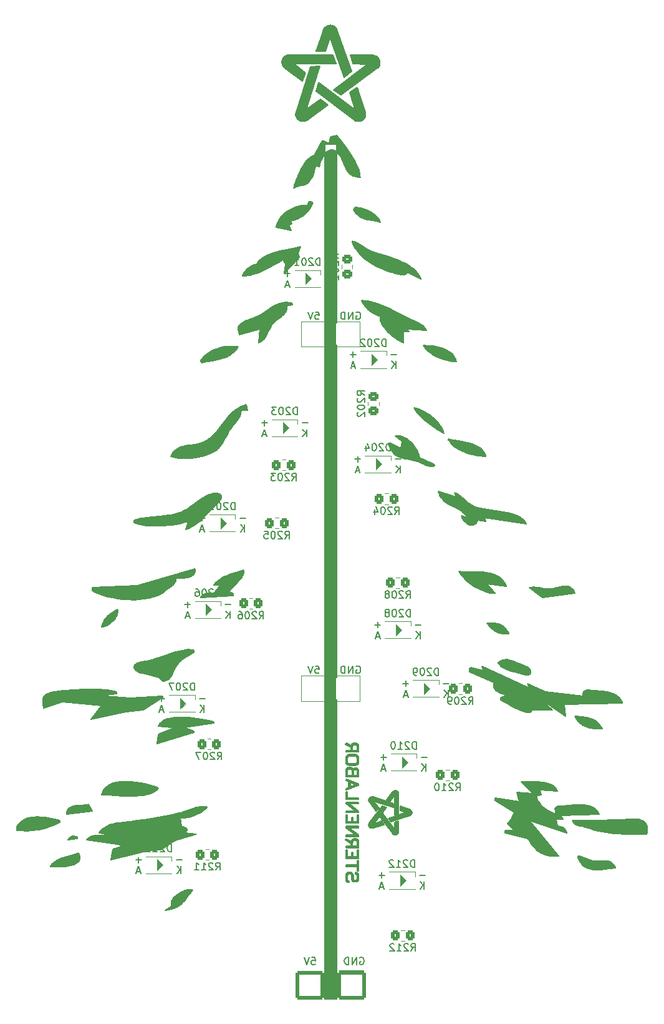
<source format=gbo>
G04 #@! TF.GenerationSoftware,KiCad,Pcbnew,(6.0.4-0)*
G04 #@! TF.CreationDate,2022-10-27T17:44:28+02:00*
G04 #@! TF.ProjectId,SL_Christmas_Tree_A,534c5f43-6872-4697-9374-6d61735f5472,rev?*
G04 #@! TF.SameCoordinates,Original*
G04 #@! TF.FileFunction,Legend,Bot*
G04 #@! TF.FilePolarity,Positive*
%FSLAX46Y46*%
G04 Gerber Fmt 4.6, Leading zero omitted, Abs format (unit mm)*
G04 Created by KiCad (PCBNEW (6.0.4-0)) date 2022-10-27 17:44:28*
%MOMM*%
%LPD*%
G01*
G04 APERTURE LIST*
G04 Aperture macros list*
%AMRoundRect*
0 Rectangle with rounded corners*
0 $1 Rounding radius*
0 $2 $3 $4 $5 $6 $7 $8 $9 X,Y pos of 4 corners*
0 Add a 4 corners polygon primitive as box body*
4,1,4,$2,$3,$4,$5,$6,$7,$8,$9,$2,$3,0*
0 Add four circle primitives for the rounded corners*
1,1,$1+$1,$2,$3*
1,1,$1+$1,$4,$5*
1,1,$1+$1,$6,$7*
1,1,$1+$1,$8,$9*
0 Add four rect primitives between the rounded corners*
20,1,$1+$1,$2,$3,$4,$5,0*
20,1,$1+$1,$4,$5,$6,$7,0*
20,1,$1+$1,$6,$7,$8,$9,0*
20,1,$1+$1,$8,$9,$2,$3,0*%
G04 Aperture macros list end*
%ADD10C,0.200000*%
%ADD11C,0.150000*%
%ADD12C,0.120000*%
%ADD13RoundRect,0.250002X-1.699998X-1.699998X1.699998X-1.699998X1.699998X1.699998X-1.699998X1.699998X0*%
%ADD14RoundRect,0.250000X-0.350000X-0.450000X0.350000X-0.450000X0.350000X0.450000X-0.350000X0.450000X0*%
%ADD15R,1.100000X0.750000*%
%ADD16R,3.000000X3.000000*%
%ADD17RoundRect,0.250000X-0.450000X0.350000X-0.450000X-0.350000X0.450000X-0.350000X0.450000X0.350000X0*%
%ADD18RoundRect,0.250002X1.699998X1.699998X-1.699998X1.699998X-1.699998X-1.699998X1.699998X-1.699998X0*%
G04 APERTURE END LIST*
D10*
G36*
X79860089Y-127424693D02*
G01*
X80470341Y-127454868D01*
X81077943Y-127507712D01*
X81670083Y-127578382D01*
X82233948Y-127662034D01*
X82756722Y-127753825D01*
X83225593Y-127848911D01*
X83627747Y-127942450D01*
X83950370Y-128029597D01*
X83950370Y-128213252D01*
X79909873Y-128764232D01*
X81195495Y-129315211D01*
X81195495Y-129498866D01*
X76236701Y-130968135D01*
X76420371Y-129682536D01*
X78256950Y-128947886D01*
X78256950Y-128764232D01*
X76420371Y-128580577D01*
X76492161Y-128409829D01*
X76590519Y-128255040D01*
X76713841Y-128115605D01*
X76860527Y-127990918D01*
X77028975Y-127880375D01*
X77217583Y-127783369D01*
X77424749Y-127699296D01*
X77648872Y-127627549D01*
X77888350Y-127567524D01*
X78141581Y-127518615D01*
X78682896Y-127451723D01*
X79260003Y-127422030D01*
X79860089Y-127424693D01*
G37*
X79860089Y-127424693D02*
X80470341Y-127454868D01*
X81077943Y-127507712D01*
X81670083Y-127578382D01*
X82233948Y-127662034D01*
X82756722Y-127753825D01*
X83225593Y-127848911D01*
X83627747Y-127942450D01*
X83950370Y-128029597D01*
X83950370Y-128213252D01*
X79909873Y-128764232D01*
X81195495Y-129315211D01*
X81195495Y-129498866D01*
X76236701Y-130968135D01*
X76420371Y-129682536D01*
X78256950Y-128947886D01*
X78256950Y-128764232D01*
X76420371Y-128580577D01*
X76492161Y-128409829D01*
X76590519Y-128255040D01*
X76713841Y-128115605D01*
X76860527Y-127990918D01*
X77028975Y-127880375D01*
X77217583Y-127783369D01*
X77424749Y-127699296D01*
X77648872Y-127627549D01*
X77888350Y-127567524D01*
X78141581Y-127518615D01*
X78682896Y-127451723D01*
X79260003Y-127422030D01*
X79860089Y-127424693D01*
G36*
X126742866Y-123438121D02*
G01*
X126559211Y-122887141D01*
X128946769Y-123947764D01*
X134089217Y-124540065D01*
X134076248Y-124436637D01*
X134070150Y-124341961D01*
X134070653Y-124255687D01*
X134077486Y-124177462D01*
X134090380Y-124106934D01*
X134109064Y-124043751D01*
X134133268Y-123987561D01*
X134162722Y-123938012D01*
X134197156Y-123894753D01*
X134236299Y-123857430D01*
X134279882Y-123825693D01*
X134327634Y-123799189D01*
X134379285Y-123777566D01*
X134434564Y-123760472D01*
X134493203Y-123747555D01*
X134554930Y-123738463D01*
X134619475Y-123732845D01*
X134686569Y-123730348D01*
X134755940Y-123730620D01*
X134827320Y-123733309D01*
X134975021Y-123744531D01*
X135127512Y-123761198D01*
X135438216Y-123799604D01*
X135592107Y-123815711D01*
X135742141Y-123825999D01*
X136299691Y-123851824D01*
X136574408Y-123869113D01*
X136845090Y-123892339D01*
X137110740Y-123923765D01*
X137370358Y-123965657D01*
X137622948Y-124020280D01*
X137867511Y-124089896D01*
X138103050Y-124176771D01*
X138328566Y-124283170D01*
X138437254Y-124344398D01*
X138543063Y-124411356D01*
X138645867Y-124484327D01*
X138745541Y-124563594D01*
X138841962Y-124649440D01*
X138935004Y-124742148D01*
X139024543Y-124842002D01*
X139110453Y-124949283D01*
X139192611Y-125064276D01*
X139270892Y-125187264D01*
X139345170Y-125318529D01*
X139415320Y-125458354D01*
X131517989Y-125642024D01*
X131701652Y-127294948D01*
X128212135Y-124907390D01*
X129865066Y-126376658D01*
X127110183Y-126376658D01*
X127086510Y-126481787D01*
X127045262Y-126567728D01*
X126987497Y-126635462D01*
X126914274Y-126685970D01*
X126826651Y-126720233D01*
X126725687Y-126739234D01*
X126612441Y-126743954D01*
X126487971Y-126735374D01*
X126353336Y-126714475D01*
X126209594Y-126682238D01*
X125899026Y-126587679D01*
X125564736Y-126459548D01*
X125215193Y-126305695D01*
X124858866Y-126133973D01*
X124504224Y-125952231D01*
X123833872Y-125590095D01*
X123271890Y-125282097D01*
X123052711Y-125168027D01*
X122886031Y-125091044D01*
X122886031Y-124723735D01*
X123437003Y-124540065D01*
X123437003Y-124356410D01*
X123113926Y-124247870D01*
X122957498Y-124188569D01*
X122806492Y-124124790D01*
X122662421Y-124055691D01*
X122526796Y-123980429D01*
X122401130Y-123898162D01*
X122342504Y-123854138D01*
X122286934Y-123808047D01*
X122234610Y-123759783D01*
X122185720Y-123709241D01*
X122140454Y-123656316D01*
X122099001Y-123600902D01*
X122061549Y-123542894D01*
X122028288Y-123482187D01*
X121999406Y-123418675D01*
X121975093Y-123352253D01*
X121955537Y-123282816D01*
X121940928Y-123210258D01*
X121931455Y-123134474D01*
X121927306Y-123055359D01*
X121928670Y-122972807D01*
X121935737Y-122886713D01*
X121948695Y-122796972D01*
X121967734Y-122703479D01*
X118661880Y-121234218D01*
X118661880Y-120866900D01*
X118845542Y-120683238D01*
X120498466Y-121050555D01*
X120314803Y-120499576D01*
X126742866Y-123438121D01*
G37*
X126742866Y-123438121D02*
X126559211Y-122887141D01*
X128946769Y-123947764D01*
X134089217Y-124540065D01*
X134076248Y-124436637D01*
X134070150Y-124341961D01*
X134070653Y-124255687D01*
X134077486Y-124177462D01*
X134090380Y-124106934D01*
X134109064Y-124043751D01*
X134133268Y-123987561D01*
X134162722Y-123938012D01*
X134197156Y-123894753D01*
X134236299Y-123857430D01*
X134279882Y-123825693D01*
X134327634Y-123799189D01*
X134379285Y-123777566D01*
X134434564Y-123760472D01*
X134493203Y-123747555D01*
X134554930Y-123738463D01*
X134619475Y-123732845D01*
X134686569Y-123730348D01*
X134755940Y-123730620D01*
X134827320Y-123733309D01*
X134975021Y-123744531D01*
X135127512Y-123761198D01*
X135438216Y-123799604D01*
X135592107Y-123815711D01*
X135742141Y-123825999D01*
X136299691Y-123851824D01*
X136574408Y-123869113D01*
X136845090Y-123892339D01*
X137110740Y-123923765D01*
X137370358Y-123965657D01*
X137622948Y-124020280D01*
X137867511Y-124089896D01*
X138103050Y-124176771D01*
X138328566Y-124283170D01*
X138437254Y-124344398D01*
X138543063Y-124411356D01*
X138645867Y-124484327D01*
X138745541Y-124563594D01*
X138841962Y-124649440D01*
X138935004Y-124742148D01*
X139024543Y-124842002D01*
X139110453Y-124949283D01*
X139192611Y-125064276D01*
X139270892Y-125187264D01*
X139345170Y-125318529D01*
X139415320Y-125458354D01*
X131517989Y-125642024D01*
X131701652Y-127294948D01*
X128212135Y-124907390D01*
X129865066Y-126376658D01*
X127110183Y-126376658D01*
X127086510Y-126481787D01*
X127045262Y-126567728D01*
X126987497Y-126635462D01*
X126914274Y-126685970D01*
X126826651Y-126720233D01*
X126725687Y-126739234D01*
X126612441Y-126743954D01*
X126487971Y-126735374D01*
X126353336Y-126714475D01*
X126209594Y-126682238D01*
X125899026Y-126587679D01*
X125564736Y-126459548D01*
X125215193Y-126305695D01*
X124858866Y-126133973D01*
X124504224Y-125952231D01*
X123833872Y-125590095D01*
X123271890Y-125282097D01*
X123052711Y-125168027D01*
X122886031Y-125091044D01*
X122886031Y-124723735D01*
X123437003Y-124540065D01*
X123437003Y-124356410D01*
X123113926Y-124247870D01*
X122957498Y-124188569D01*
X122806492Y-124124790D01*
X122662421Y-124055691D01*
X122526796Y-123980429D01*
X122401130Y-123898162D01*
X122342504Y-123854138D01*
X122286934Y-123808047D01*
X122234610Y-123759783D01*
X122185720Y-123709241D01*
X122140454Y-123656316D01*
X122099001Y-123600902D01*
X122061549Y-123542894D01*
X122028288Y-123482187D01*
X121999406Y-123418675D01*
X121975093Y-123352253D01*
X121955537Y-123282816D01*
X121940928Y-123210258D01*
X121931455Y-123134474D01*
X121927306Y-123055359D01*
X121928670Y-122972807D01*
X121935737Y-122886713D01*
X121948695Y-122796972D01*
X121967734Y-122703479D01*
X118661880Y-121234218D01*
X118661880Y-120866900D01*
X118845542Y-120683238D01*
X120498466Y-121050555D01*
X120314803Y-120499576D01*
X126742866Y-123438121D01*
G36*
X107354980Y-139588405D02*
G01*
X105743918Y-141736262D01*
X105739778Y-141741899D01*
X105736192Y-141747117D01*
X105733132Y-141751930D01*
X105730572Y-141756355D01*
X105728484Y-141760407D01*
X105726839Y-141764104D01*
X105725610Y-141767459D01*
X105724769Y-141770489D01*
X105724288Y-141773210D01*
X105724140Y-141775637D01*
X105724297Y-141777787D01*
X105724732Y-141779675D01*
X105725415Y-141781317D01*
X105726320Y-141782729D01*
X105727419Y-141783926D01*
X105728685Y-141784924D01*
X105730088Y-141785740D01*
X105731602Y-141786389D01*
X105733199Y-141786886D01*
X105734851Y-141787248D01*
X105738209Y-141787628D01*
X105741455Y-141787655D01*
X105744366Y-141787457D01*
X105746720Y-141787159D01*
X105748870Y-141786769D01*
X106733214Y-141476985D01*
X107037398Y-141953883D01*
X105619430Y-142417766D01*
X105589972Y-142425860D01*
X105560107Y-142433272D01*
X105529911Y-142439838D01*
X105499459Y-142445398D01*
X105468825Y-142449789D01*
X105438084Y-142452849D01*
X105407312Y-142454418D01*
X105376584Y-142454333D01*
X105345974Y-142452433D01*
X105315558Y-142448556D01*
X105285410Y-142442540D01*
X105255606Y-142434224D01*
X105226221Y-142423445D01*
X105211708Y-142417082D01*
X105197329Y-142410043D01*
X105183091Y-142402307D01*
X105169006Y-142393855D01*
X105155081Y-142384666D01*
X105141326Y-142374721D01*
X105123194Y-142360357D01*
X105105961Y-142345308D01*
X105089633Y-142329611D01*
X105074216Y-142313304D01*
X105059717Y-142296426D01*
X105046141Y-142279016D01*
X105033497Y-142261111D01*
X105021789Y-142242751D01*
X105011024Y-142223972D01*
X105001210Y-142204814D01*
X104992352Y-142185315D01*
X104984456Y-142165513D01*
X104977529Y-142145447D01*
X104971577Y-142125154D01*
X104966608Y-142104674D01*
X104962626Y-142084044D01*
X104959640Y-142063304D01*
X104957654Y-142042490D01*
X104956676Y-142021642D01*
X104956712Y-142000798D01*
X104957768Y-141979996D01*
X104959851Y-141959274D01*
X104962966Y-141938671D01*
X104967122Y-141918226D01*
X104972323Y-141897976D01*
X104978577Y-141877959D01*
X104985889Y-141858215D01*
X104994267Y-141838782D01*
X105003717Y-141819697D01*
X105014244Y-141800999D01*
X105025855Y-141782727D01*
X105038558Y-141764918D01*
X106803306Y-139424479D01*
X107354980Y-139588405D01*
G37*
X107354980Y-139588405D02*
X105743918Y-141736262D01*
X105739778Y-141741899D01*
X105736192Y-141747117D01*
X105733132Y-141751930D01*
X105730572Y-141756355D01*
X105728484Y-141760407D01*
X105726839Y-141764104D01*
X105725610Y-141767459D01*
X105724769Y-141770489D01*
X105724288Y-141773210D01*
X105724140Y-141775637D01*
X105724297Y-141777787D01*
X105724732Y-141779675D01*
X105725415Y-141781317D01*
X105726320Y-141782729D01*
X105727419Y-141783926D01*
X105728685Y-141784924D01*
X105730088Y-141785740D01*
X105731602Y-141786389D01*
X105733199Y-141786886D01*
X105734851Y-141787248D01*
X105738209Y-141787628D01*
X105741455Y-141787655D01*
X105744366Y-141787457D01*
X105746720Y-141787159D01*
X105748870Y-141786769D01*
X106733214Y-141476985D01*
X107037398Y-141953883D01*
X105619430Y-142417766D01*
X105589972Y-142425860D01*
X105560107Y-142433272D01*
X105529911Y-142439838D01*
X105499459Y-142445398D01*
X105468825Y-142449789D01*
X105438084Y-142452849D01*
X105407312Y-142454418D01*
X105376584Y-142454333D01*
X105345974Y-142452433D01*
X105315558Y-142448556D01*
X105285410Y-142442540D01*
X105255606Y-142434224D01*
X105226221Y-142423445D01*
X105211708Y-142417082D01*
X105197329Y-142410043D01*
X105183091Y-142402307D01*
X105169006Y-142393855D01*
X105155081Y-142384666D01*
X105141326Y-142374721D01*
X105123194Y-142360357D01*
X105105961Y-142345308D01*
X105089633Y-142329611D01*
X105074216Y-142313304D01*
X105059717Y-142296426D01*
X105046141Y-142279016D01*
X105033497Y-142261111D01*
X105021789Y-142242751D01*
X105011024Y-142223972D01*
X105001210Y-142204814D01*
X104992352Y-142185315D01*
X104984456Y-142165513D01*
X104977529Y-142145447D01*
X104971577Y-142125154D01*
X104966608Y-142104674D01*
X104962626Y-142084044D01*
X104959640Y-142063304D01*
X104957654Y-142042490D01*
X104956676Y-142021642D01*
X104956712Y-142000798D01*
X104957768Y-141979996D01*
X104959851Y-141959274D01*
X104962966Y-141938671D01*
X104967122Y-141918226D01*
X104972323Y-141897976D01*
X104978577Y-141877959D01*
X104985889Y-141858215D01*
X104994267Y-141838782D01*
X105003717Y-141819697D01*
X105014244Y-141800999D01*
X105025855Y-141782727D01*
X105038558Y-141764918D01*
X106803306Y-139424479D01*
X107354980Y-139588405D01*
G36*
X133500372Y-146234493D02*
G01*
X133643270Y-146264919D01*
X133783673Y-146301987D01*
X133921970Y-146344602D01*
X134058547Y-146391673D01*
X134193794Y-146442105D01*
X134461849Y-146548680D01*
X134729241Y-146655583D01*
X134863659Y-146706423D01*
X134999075Y-146754066D01*
X135135879Y-146797417D01*
X135274458Y-146835383D01*
X135415200Y-146866871D01*
X135558494Y-146890788D01*
X135793771Y-146914328D01*
X136021757Y-146922617D01*
X136242541Y-146919990D01*
X136456209Y-146910782D01*
X136862549Y-146889960D01*
X137055396Y-146887016D01*
X137241476Y-146894828D01*
X137332007Y-146904122D01*
X137420878Y-146917732D01*
X137508102Y-146936197D01*
X137593689Y-146960061D01*
X137677651Y-146989866D01*
X137759997Y-147026152D01*
X137840739Y-147069462D01*
X137919888Y-147120338D01*
X137997455Y-147179321D01*
X138073450Y-147246954D01*
X138147886Y-147323777D01*
X138220771Y-147410334D01*
X138292119Y-147507165D01*
X138361939Y-147614813D01*
X138430242Y-147733819D01*
X138497039Y-147864726D01*
X138497039Y-147864741D01*
X136901391Y-148036054D01*
X136505199Y-148070172D01*
X136116547Y-148089422D01*
X135738662Y-148088110D01*
X135374770Y-148060544D01*
X135199080Y-148035137D01*
X135028099Y-148001032D01*
X134862229Y-147957518D01*
X134701875Y-147903882D01*
X134547438Y-147839414D01*
X134399323Y-147763401D01*
X134257933Y-147675133D01*
X134123671Y-147573898D01*
X133996941Y-147458983D01*
X133878146Y-147329678D01*
X133767688Y-147185271D01*
X133665973Y-147025051D01*
X133573402Y-146848305D01*
X133490379Y-146654323D01*
X133417307Y-146442393D01*
X133354590Y-146211802D01*
X133500372Y-146234493D01*
G37*
X133500372Y-146234493D02*
X133643270Y-146264919D01*
X133783673Y-146301987D01*
X133921970Y-146344602D01*
X134058547Y-146391673D01*
X134193794Y-146442105D01*
X134461849Y-146548680D01*
X134729241Y-146655583D01*
X134863659Y-146706423D01*
X134999075Y-146754066D01*
X135135879Y-146797417D01*
X135274458Y-146835383D01*
X135415200Y-146866871D01*
X135558494Y-146890788D01*
X135793771Y-146914328D01*
X136021757Y-146922617D01*
X136242541Y-146919990D01*
X136456209Y-146910782D01*
X136862549Y-146889960D01*
X137055396Y-146887016D01*
X137241476Y-146894828D01*
X137332007Y-146904122D01*
X137420878Y-146917732D01*
X137508102Y-146936197D01*
X137593689Y-146960061D01*
X137677651Y-146989866D01*
X137759997Y-147026152D01*
X137840739Y-147069462D01*
X137919888Y-147120338D01*
X137997455Y-147179321D01*
X138073450Y-147246954D01*
X138147886Y-147323777D01*
X138220771Y-147410334D01*
X138292119Y-147507165D01*
X138361939Y-147614813D01*
X138430242Y-147733819D01*
X138497039Y-147864726D01*
X138497039Y-147864741D01*
X136901391Y-148036054D01*
X136505199Y-148070172D01*
X136116547Y-148089422D01*
X135738662Y-148088110D01*
X135374770Y-148060544D01*
X135199080Y-148035137D01*
X135028099Y-148001032D01*
X134862229Y-147957518D01*
X134701875Y-147903882D01*
X134547438Y-147839414D01*
X134399323Y-147763401D01*
X134257933Y-147675133D01*
X134123671Y-147573898D01*
X133996941Y-147458983D01*
X133878146Y-147329678D01*
X133767688Y-147185271D01*
X133665973Y-147025051D01*
X133573402Y-146848305D01*
X133490379Y-146654323D01*
X133417307Y-146442393D01*
X133354590Y-146211802D01*
X133500372Y-146234493D01*
G36*
X125944385Y-136138331D02*
G01*
X126267225Y-136152302D01*
X126955099Y-136156681D01*
X127672816Y-136159372D01*
X128032961Y-136171233D01*
X128388680Y-136196052D01*
X128736013Y-136238286D01*
X129070996Y-136302396D01*
X129389667Y-136392841D01*
X129541648Y-136449333D01*
X129688066Y-136514080D01*
X129828424Y-136587642D01*
X129962229Y-136670574D01*
X130088984Y-136763435D01*
X130208194Y-136866781D01*
X130319365Y-136981171D01*
X130422000Y-137107162D01*
X130515605Y-137245310D01*
X130599685Y-137396174D01*
X130599708Y-137396190D01*
X128212142Y-137212535D01*
X128395805Y-137947154D01*
X127661170Y-138130824D01*
X127759602Y-138357325D01*
X127869411Y-138573648D01*
X127990266Y-138779768D01*
X128121837Y-138975657D01*
X128263793Y-139161287D01*
X128415802Y-139336632D01*
X128577534Y-139501664D01*
X128748657Y-139656356D01*
X128928842Y-139800680D01*
X129117757Y-139934610D01*
X129315071Y-140058119D01*
X129520453Y-140171178D01*
X129733572Y-140273761D01*
X129954098Y-140365841D01*
X130181699Y-140447391D01*
X130416045Y-140518382D01*
X130232383Y-139783748D01*
X130599700Y-139416438D01*
X130950260Y-139425119D01*
X131323447Y-139414982D01*
X132118910Y-139361262D01*
X132948507Y-139301296D01*
X133364362Y-139283352D01*
X133774656Y-139281102D01*
X134174693Y-139300300D01*
X134559775Y-139346696D01*
X134745240Y-139381892D01*
X134925204Y-139426044D01*
X135099080Y-139479873D01*
X135266281Y-139544096D01*
X135426220Y-139619433D01*
X135578310Y-139706604D01*
X135721964Y-139806326D01*
X135856593Y-139919319D01*
X135981611Y-140046302D01*
X136096432Y-140187994D01*
X136200466Y-140345115D01*
X136293128Y-140518382D01*
X130967025Y-140702052D01*
X131334334Y-141253032D01*
X130416038Y-141253032D01*
X130599700Y-142171321D01*
X130724016Y-142192231D01*
X130841576Y-142214430D01*
X130952571Y-142238682D01*
X131057194Y-142265756D01*
X131155635Y-142296416D01*
X131248087Y-142331429D01*
X131334741Y-142371563D01*
X131415788Y-142417582D01*
X131454269Y-142443039D01*
X131491420Y-142470255D01*
X131527265Y-142499325D01*
X131561828Y-142530346D01*
X131595134Y-142563413D01*
X131627205Y-142598622D01*
X131658066Y-142636070D01*
X131687741Y-142675851D01*
X131716254Y-142718061D01*
X131743629Y-142762797D01*
X131769889Y-142810154D01*
X131795059Y-142860228D01*
X131842224Y-142968911D01*
X131885314Y-143089610D01*
X126742858Y-141436671D01*
X130783355Y-146211802D01*
X130434177Y-146244644D01*
X130097272Y-146252797D01*
X129772444Y-146236350D01*
X129459497Y-146195392D01*
X129307417Y-146165749D01*
X129158233Y-146130011D01*
X129011921Y-146088190D01*
X128868456Y-146040296D01*
X128727814Y-145986340D01*
X128589970Y-145926335D01*
X128454899Y-145860290D01*
X128322577Y-145788217D01*
X128192979Y-145710126D01*
X128066080Y-145626030D01*
X127820284Y-145439863D01*
X127584991Y-145229805D01*
X127360005Y-144995944D01*
X127145130Y-144738369D01*
X126940167Y-144457168D01*
X126744921Y-144152431D01*
X126559196Y-143824244D01*
X123436996Y-143089610D01*
X123436996Y-142722285D01*
X124722610Y-142722285D01*
X123804313Y-141803996D01*
X124355285Y-141253016D01*
X124722602Y-140334727D01*
X122151374Y-138681788D01*
X122151374Y-138314463D01*
X125457229Y-138865443D01*
X125089919Y-137579829D01*
X127293822Y-137763499D01*
X125640891Y-136110560D01*
X125944385Y-136138331D01*
G37*
X125944385Y-136138331D02*
X126267225Y-136152302D01*
X126955099Y-136156681D01*
X127672816Y-136159372D01*
X128032961Y-136171233D01*
X128388680Y-136196052D01*
X128736013Y-136238286D01*
X129070996Y-136302396D01*
X129389667Y-136392841D01*
X129541648Y-136449333D01*
X129688066Y-136514080D01*
X129828424Y-136587642D01*
X129962229Y-136670574D01*
X130088984Y-136763435D01*
X130208194Y-136866781D01*
X130319365Y-136981171D01*
X130422000Y-137107162D01*
X130515605Y-137245310D01*
X130599685Y-137396174D01*
X130599708Y-137396190D01*
X128212142Y-137212535D01*
X128395805Y-137947154D01*
X127661170Y-138130824D01*
X127759602Y-138357325D01*
X127869411Y-138573648D01*
X127990266Y-138779768D01*
X128121837Y-138975657D01*
X128263793Y-139161287D01*
X128415802Y-139336632D01*
X128577534Y-139501664D01*
X128748657Y-139656356D01*
X128928842Y-139800680D01*
X129117757Y-139934610D01*
X129315071Y-140058119D01*
X129520453Y-140171178D01*
X129733572Y-140273761D01*
X129954098Y-140365841D01*
X130181699Y-140447391D01*
X130416045Y-140518382D01*
X130232383Y-139783748D01*
X130599700Y-139416438D01*
X130950260Y-139425119D01*
X131323447Y-139414982D01*
X132118910Y-139361262D01*
X132948507Y-139301296D01*
X133364362Y-139283352D01*
X133774656Y-139281102D01*
X134174693Y-139300300D01*
X134559775Y-139346696D01*
X134745240Y-139381892D01*
X134925204Y-139426044D01*
X135099080Y-139479873D01*
X135266281Y-139544096D01*
X135426220Y-139619433D01*
X135578310Y-139706604D01*
X135721964Y-139806326D01*
X135856593Y-139919319D01*
X135981611Y-140046302D01*
X136096432Y-140187994D01*
X136200466Y-140345115D01*
X136293128Y-140518382D01*
X130967025Y-140702052D01*
X131334334Y-141253032D01*
X130416038Y-141253032D01*
X130599700Y-142171321D01*
X130724016Y-142192231D01*
X130841576Y-142214430D01*
X130952571Y-142238682D01*
X131057194Y-142265756D01*
X131155635Y-142296416D01*
X131248087Y-142331429D01*
X131334741Y-142371563D01*
X131415788Y-142417582D01*
X131454269Y-142443039D01*
X131491420Y-142470255D01*
X131527265Y-142499325D01*
X131561828Y-142530346D01*
X131595134Y-142563413D01*
X131627205Y-142598622D01*
X131658066Y-142636070D01*
X131687741Y-142675851D01*
X131716254Y-142718061D01*
X131743629Y-142762797D01*
X131769889Y-142810154D01*
X131795059Y-142860228D01*
X131842224Y-142968911D01*
X131885314Y-143089610D01*
X126742858Y-141436671D01*
X130783355Y-146211802D01*
X130434177Y-146244644D01*
X130097272Y-146252797D01*
X129772444Y-146236350D01*
X129459497Y-146195392D01*
X129307417Y-146165749D01*
X129158233Y-146130011D01*
X129011921Y-146088190D01*
X128868456Y-146040296D01*
X128727814Y-145986340D01*
X128589970Y-145926335D01*
X128454899Y-145860290D01*
X128322577Y-145788217D01*
X128192979Y-145710126D01*
X128066080Y-145626030D01*
X127820284Y-145439863D01*
X127584991Y-145229805D01*
X127360005Y-144995944D01*
X127145130Y-144738369D01*
X126940167Y-144457168D01*
X126744921Y-144152431D01*
X126559196Y-143824244D01*
X123436996Y-143089610D01*
X123436996Y-142722285D01*
X124722610Y-142722285D01*
X123804313Y-141803996D01*
X124355285Y-141253016D01*
X124722602Y-140334727D01*
X122151374Y-138681788D01*
X122151374Y-138314463D01*
X125457229Y-138865443D01*
X125089919Y-137579829D01*
X127293822Y-137763499D01*
X125640891Y-136110560D01*
X125944385Y-136138331D01*
G36*
X103502359Y-146803797D02*
G01*
X103508839Y-146804116D01*
X103515107Y-146804647D01*
X103521162Y-146805391D01*
X103527005Y-146806347D01*
X103532635Y-146807516D01*
X103538053Y-146808897D01*
X103543258Y-146810491D01*
X103548250Y-146812297D01*
X103553031Y-146814316D01*
X103557598Y-146816547D01*
X103561953Y-146818991D01*
X103566096Y-146821647D01*
X103570026Y-146824515D01*
X103573744Y-146827596D01*
X103577249Y-146830890D01*
X103580541Y-146834395D01*
X103583622Y-146838114D01*
X103586489Y-146842044D01*
X103589144Y-146846187D01*
X103591587Y-146850543D01*
X103593818Y-146855111D01*
X103595836Y-146859891D01*
X103597641Y-146864884D01*
X103599234Y-146870089D01*
X103600615Y-146875506D01*
X103601783Y-146881136D01*
X103602739Y-146886978D01*
X103603482Y-146893033D01*
X103604013Y-146899300D01*
X103604332Y-146905779D01*
X103604438Y-146912471D01*
X103604461Y-148135127D01*
X103604355Y-148141820D01*
X103604036Y-148148301D01*
X103603505Y-148154570D01*
X103602761Y-148160626D01*
X103601805Y-148166471D01*
X103600637Y-148172103D01*
X103599256Y-148177522D01*
X103597663Y-148182730D01*
X103595857Y-148187725D01*
X103593839Y-148192508D01*
X103591608Y-148197078D01*
X103589165Y-148201436D01*
X103586510Y-148205582D01*
X103583642Y-148209515D01*
X103580561Y-148213236D01*
X103577269Y-148216744D01*
X103573763Y-148220040D01*
X103570046Y-148223124D01*
X103566115Y-148225994D01*
X103561973Y-148228653D01*
X103557618Y-148231099D01*
X103553050Y-148233332D01*
X103548270Y-148235352D01*
X103543277Y-148237160D01*
X103538073Y-148238756D01*
X103532655Y-148240138D01*
X103527025Y-148241308D01*
X103521183Y-148242266D01*
X103515128Y-148243010D01*
X103508861Y-148243542D01*
X103502381Y-148243862D01*
X103495689Y-148243968D01*
X103488996Y-148243862D01*
X103482515Y-148243542D01*
X103476247Y-148243010D01*
X103470192Y-148242266D01*
X103464349Y-148241308D01*
X103458719Y-148240138D01*
X103453301Y-148238756D01*
X103448095Y-148237160D01*
X103443102Y-148235352D01*
X103438322Y-148233332D01*
X103433754Y-148231099D01*
X103429399Y-148228653D01*
X103425256Y-148225994D01*
X103421325Y-148223124D01*
X103417607Y-148220040D01*
X103414102Y-148216744D01*
X103410809Y-148213236D01*
X103407728Y-148209515D01*
X103404860Y-148205582D01*
X103402204Y-148201436D01*
X103399761Y-148197078D01*
X103397531Y-148192508D01*
X103395512Y-148187725D01*
X103393707Y-148182730D01*
X103392113Y-148177522D01*
X103390732Y-148172103D01*
X103389564Y-148166471D01*
X103388608Y-148160626D01*
X103387865Y-148154570D01*
X103387333Y-148148301D01*
X103387015Y-148141820D01*
X103386909Y-148135127D01*
X103386909Y-147632625D01*
X101959525Y-147632625D01*
X101952832Y-147632518D01*
X101946352Y-147632200D01*
X101940084Y-147631669D01*
X101934029Y-147630925D01*
X101928187Y-147629969D01*
X101922557Y-147628800D01*
X101917140Y-147627419D01*
X101911935Y-147625826D01*
X101906943Y-147624020D01*
X101902164Y-147622001D01*
X101897597Y-147619770D01*
X101893242Y-147617326D01*
X101889101Y-147614670D01*
X101885171Y-147611801D01*
X101881454Y-147608720D01*
X101877950Y-147605426D01*
X101874658Y-147601919D01*
X101871578Y-147598200D01*
X101868711Y-147594268D01*
X101866057Y-147590123D01*
X101863615Y-147585766D01*
X101861385Y-147581196D01*
X101859368Y-147576414D01*
X101857563Y-147571419D01*
X101855970Y-147566211D01*
X101854590Y-147560790D01*
X101853422Y-147555157D01*
X101852467Y-147549311D01*
X101851724Y-147543252D01*
X101851193Y-147536980D01*
X101850874Y-147530496D01*
X101850768Y-147523799D01*
X101850879Y-147517414D01*
X101851212Y-147511213D01*
X101851768Y-147505195D01*
X101852545Y-147499362D01*
X101853544Y-147493711D01*
X101854766Y-147488243D01*
X101856210Y-147482957D01*
X101857876Y-147477853D01*
X101859764Y-147472930D01*
X101861874Y-147468189D01*
X101864207Y-147463628D01*
X101866762Y-147459248D01*
X101869539Y-147455047D01*
X101872538Y-147451027D01*
X101875759Y-147447185D01*
X101879203Y-147443522D01*
X101882853Y-147440069D01*
X101886687Y-147436839D01*
X101890703Y-147433832D01*
X101894901Y-147431048D01*
X101899282Y-147428487D01*
X101903846Y-147426149D01*
X101908593Y-147424033D01*
X101913522Y-147422141D01*
X101918633Y-147420471D01*
X101923928Y-147419025D01*
X101929404Y-147417800D01*
X101935064Y-147416799D01*
X101940905Y-147416020D01*
X101946930Y-147415464D01*
X101953136Y-147415130D01*
X101959525Y-147415019D01*
X103386893Y-147415019D01*
X103386893Y-146912471D01*
X103387000Y-146905779D01*
X103387318Y-146899300D01*
X103387849Y-146893033D01*
X103388593Y-146886978D01*
X103389548Y-146881136D01*
X103390716Y-146875506D01*
X103392097Y-146870089D01*
X103393690Y-146864884D01*
X103395496Y-146859891D01*
X103397514Y-146855111D01*
X103399744Y-146850543D01*
X103402187Y-146846187D01*
X103404842Y-146842044D01*
X103407710Y-146838114D01*
X103410790Y-146834395D01*
X103414083Y-146830890D01*
X103417588Y-146827596D01*
X103421305Y-146824515D01*
X103425235Y-146821647D01*
X103429378Y-146818991D01*
X103433733Y-146816547D01*
X103438301Y-146814316D01*
X103443081Y-146812297D01*
X103448073Y-146810491D01*
X103453279Y-146808897D01*
X103458696Y-146807516D01*
X103464326Y-146806347D01*
X103470169Y-146805391D01*
X103476224Y-146804647D01*
X103482492Y-146804116D01*
X103488973Y-146803797D01*
X103495666Y-146803691D01*
X103502359Y-146803797D01*
G37*
X103502359Y-146803797D02*
X103508839Y-146804116D01*
X103515107Y-146804647D01*
X103521162Y-146805391D01*
X103527005Y-146806347D01*
X103532635Y-146807516D01*
X103538053Y-146808897D01*
X103543258Y-146810491D01*
X103548250Y-146812297D01*
X103553031Y-146814316D01*
X103557598Y-146816547D01*
X103561953Y-146818991D01*
X103566096Y-146821647D01*
X103570026Y-146824515D01*
X103573744Y-146827596D01*
X103577249Y-146830890D01*
X103580541Y-146834395D01*
X103583622Y-146838114D01*
X103586489Y-146842044D01*
X103589144Y-146846187D01*
X103591587Y-146850543D01*
X103593818Y-146855111D01*
X103595836Y-146859891D01*
X103597641Y-146864884D01*
X103599234Y-146870089D01*
X103600615Y-146875506D01*
X103601783Y-146881136D01*
X103602739Y-146886978D01*
X103603482Y-146893033D01*
X103604013Y-146899300D01*
X103604332Y-146905779D01*
X103604438Y-146912471D01*
X103604461Y-148135127D01*
X103604355Y-148141820D01*
X103604036Y-148148301D01*
X103603505Y-148154570D01*
X103602761Y-148160626D01*
X103601805Y-148166471D01*
X103600637Y-148172103D01*
X103599256Y-148177522D01*
X103597663Y-148182730D01*
X103595857Y-148187725D01*
X103593839Y-148192508D01*
X103591608Y-148197078D01*
X103589165Y-148201436D01*
X103586510Y-148205582D01*
X103583642Y-148209515D01*
X103580561Y-148213236D01*
X103577269Y-148216744D01*
X103573763Y-148220040D01*
X103570046Y-148223124D01*
X103566115Y-148225994D01*
X103561973Y-148228653D01*
X103557618Y-148231099D01*
X103553050Y-148233332D01*
X103548270Y-148235352D01*
X103543277Y-148237160D01*
X103538073Y-148238756D01*
X103532655Y-148240138D01*
X103527025Y-148241308D01*
X103521183Y-148242266D01*
X103515128Y-148243010D01*
X103508861Y-148243542D01*
X103502381Y-148243862D01*
X103495689Y-148243968D01*
X103488996Y-148243862D01*
X103482515Y-148243542D01*
X103476247Y-148243010D01*
X103470192Y-148242266D01*
X103464349Y-148241308D01*
X103458719Y-148240138D01*
X103453301Y-148238756D01*
X103448095Y-148237160D01*
X103443102Y-148235352D01*
X103438322Y-148233332D01*
X103433754Y-148231099D01*
X103429399Y-148228653D01*
X103425256Y-148225994D01*
X103421325Y-148223124D01*
X103417607Y-148220040D01*
X103414102Y-148216744D01*
X103410809Y-148213236D01*
X103407728Y-148209515D01*
X103404860Y-148205582D01*
X103402204Y-148201436D01*
X103399761Y-148197078D01*
X103397531Y-148192508D01*
X103395512Y-148187725D01*
X103393707Y-148182730D01*
X103392113Y-148177522D01*
X103390732Y-148172103D01*
X103389564Y-148166471D01*
X103388608Y-148160626D01*
X103387865Y-148154570D01*
X103387333Y-148148301D01*
X103387015Y-148141820D01*
X103386909Y-148135127D01*
X103386909Y-147632625D01*
X101959525Y-147632625D01*
X101952832Y-147632518D01*
X101946352Y-147632200D01*
X101940084Y-147631669D01*
X101934029Y-147630925D01*
X101928187Y-147629969D01*
X101922557Y-147628800D01*
X101917140Y-147627419D01*
X101911935Y-147625826D01*
X101906943Y-147624020D01*
X101902164Y-147622001D01*
X101897597Y-147619770D01*
X101893242Y-147617326D01*
X101889101Y-147614670D01*
X101885171Y-147611801D01*
X101881454Y-147608720D01*
X101877950Y-147605426D01*
X101874658Y-147601919D01*
X101871578Y-147598200D01*
X101868711Y-147594268D01*
X101866057Y-147590123D01*
X101863615Y-147585766D01*
X101861385Y-147581196D01*
X101859368Y-147576414D01*
X101857563Y-147571419D01*
X101855970Y-147566211D01*
X101854590Y-147560790D01*
X101853422Y-147555157D01*
X101852467Y-147549311D01*
X101851724Y-147543252D01*
X101851193Y-147536980D01*
X101850874Y-147530496D01*
X101850768Y-147523799D01*
X101850879Y-147517414D01*
X101851212Y-147511213D01*
X101851768Y-147505195D01*
X101852545Y-147499362D01*
X101853544Y-147493711D01*
X101854766Y-147488243D01*
X101856210Y-147482957D01*
X101857876Y-147477853D01*
X101859764Y-147472930D01*
X101861874Y-147468189D01*
X101864207Y-147463628D01*
X101866762Y-147459248D01*
X101869539Y-147455047D01*
X101872538Y-147451027D01*
X101875759Y-147447185D01*
X101879203Y-147443522D01*
X101882853Y-147440069D01*
X101886687Y-147436839D01*
X101890703Y-147433832D01*
X101894901Y-147431048D01*
X101899282Y-147428487D01*
X101903846Y-147426149D01*
X101908593Y-147424033D01*
X101913522Y-147422141D01*
X101918633Y-147420471D01*
X101923928Y-147419025D01*
X101929404Y-147417800D01*
X101935064Y-147416799D01*
X101940905Y-147416020D01*
X101946930Y-147415464D01*
X101953136Y-147415130D01*
X101959525Y-147415019D01*
X103386893Y-147415019D01*
X103386893Y-146912471D01*
X103387000Y-146905779D01*
X103387318Y-146899300D01*
X103387849Y-146893033D01*
X103388593Y-146886978D01*
X103389548Y-146881136D01*
X103390716Y-146875506D01*
X103392097Y-146870089D01*
X103393690Y-146864884D01*
X103395496Y-146859891D01*
X103397514Y-146855111D01*
X103399744Y-146850543D01*
X103402187Y-146846187D01*
X103404842Y-146842044D01*
X103407710Y-146838114D01*
X103410790Y-146834395D01*
X103414083Y-146830890D01*
X103417588Y-146827596D01*
X103421305Y-146824515D01*
X103425235Y-146821647D01*
X103429378Y-146818991D01*
X103433733Y-146816547D01*
X103438301Y-146814316D01*
X103443081Y-146812297D01*
X103448073Y-146810491D01*
X103453279Y-146808897D01*
X103458696Y-146807516D01*
X103464326Y-146806347D01*
X103470169Y-146805391D01*
X103476224Y-146804647D01*
X103482492Y-146804116D01*
X103488973Y-146803797D01*
X103495666Y-146803691D01*
X103502359Y-146803797D01*
G36*
X103504616Y-142161911D02*
G01*
X103510821Y-142162245D01*
X103516844Y-142162802D01*
X103522685Y-142163581D01*
X103528344Y-142164583D01*
X103533821Y-142165807D01*
X103539116Y-142167254D01*
X103544228Y-142168923D01*
X103549157Y-142170815D01*
X103553904Y-142172928D01*
X103558467Y-142175264D01*
X103562848Y-142177822D01*
X103567045Y-142180602D01*
X103571059Y-142183603D01*
X103574889Y-142186827D01*
X103578536Y-142190272D01*
X103581984Y-142193928D01*
X103585211Y-142197766D01*
X103588218Y-142201786D01*
X103591004Y-142205987D01*
X103593569Y-142210370D01*
X103595912Y-142214935D01*
X103598034Y-142219682D01*
X103599934Y-142224610D01*
X103601611Y-142229720D01*
X103603066Y-142235011D01*
X103604297Y-142240484D01*
X103605306Y-142246137D01*
X103606090Y-142251972D01*
X103606651Y-142257988D01*
X103606988Y-142264186D01*
X103607101Y-142270564D01*
X103606988Y-142276956D01*
X103606651Y-142283165D01*
X103606090Y-142289191D01*
X103605306Y-142295035D01*
X103604297Y-142300695D01*
X103603066Y-142306174D01*
X103601611Y-142311469D01*
X103599934Y-142316583D01*
X103598034Y-142321513D01*
X103595912Y-142326261D01*
X103593569Y-142330827D01*
X103591004Y-142335209D01*
X103588218Y-142339410D01*
X103585211Y-142343428D01*
X103581984Y-142347264D01*
X103578536Y-142350917D01*
X103574889Y-142354370D01*
X103571059Y-142357599D01*
X103567045Y-142360604D01*
X103562848Y-142363386D01*
X103558467Y-142365945D01*
X103553904Y-142368281D01*
X103549157Y-142370393D01*
X103544228Y-142372283D01*
X103539116Y-142373950D01*
X103533821Y-142375394D01*
X103528344Y-142376615D01*
X103522685Y-142377614D01*
X103516844Y-142378391D01*
X103510821Y-142378946D01*
X103504616Y-142379279D01*
X103498229Y-142379390D01*
X102270400Y-142379390D01*
X103542281Y-143366282D01*
X103550419Y-143373356D01*
X103557993Y-143380305D01*
X103565000Y-143387130D01*
X103568291Y-143390496D01*
X103571441Y-143393832D01*
X103574448Y-143397137D01*
X103577314Y-143400411D01*
X103580037Y-143403655D01*
X103582617Y-143406867D01*
X103585056Y-143410050D01*
X103587351Y-143413201D01*
X103589504Y-143416323D01*
X103591514Y-143419413D01*
X103593387Y-143422525D01*
X103595143Y-143425684D01*
X103596780Y-143428893D01*
X103598298Y-143432150D01*
X103599696Y-143435457D01*
X103600975Y-143438813D01*
X103602134Y-143442218D01*
X103603172Y-143445674D01*
X103604090Y-143449179D01*
X103604887Y-143452735D01*
X103605562Y-143456341D01*
X103606115Y-143459999D01*
X103606545Y-143463707D01*
X103606854Y-143467466D01*
X103607039Y-143471276D01*
X103607101Y-143475139D01*
X103606988Y-143481524D01*
X103606651Y-143487727D01*
X103606090Y-143493747D01*
X103605306Y-143499585D01*
X103604297Y-143505240D01*
X103603066Y-143510712D01*
X103601611Y-143516003D01*
X103599934Y-143521111D01*
X103598034Y-143526038D01*
X103595912Y-143530783D01*
X103593569Y-143535346D01*
X103591004Y-143539728D01*
X103588218Y-143543929D01*
X103585211Y-143547949D01*
X103581984Y-143551788D01*
X103578536Y-143555446D01*
X103574889Y-143558891D01*
X103571059Y-143562114D01*
X103567045Y-143565115D01*
X103562848Y-143567894D01*
X103558467Y-143570450D01*
X103553904Y-143572785D01*
X103549157Y-143574897D01*
X103544228Y-143576787D01*
X103539116Y-143578455D01*
X103533821Y-143579900D01*
X103528344Y-143581123D01*
X103522685Y-143582124D01*
X103516844Y-143582902D01*
X103510821Y-143583458D01*
X103504616Y-143583792D01*
X103498229Y-143583903D01*
X101959556Y-143583903D01*
X101953165Y-143583792D01*
X101946958Y-143583458D01*
X101940932Y-143582902D01*
X101935090Y-143582124D01*
X101929430Y-143581123D01*
X101923952Y-143579900D01*
X101918658Y-143578455D01*
X101913546Y-143576787D01*
X101908616Y-143574897D01*
X101903870Y-143572785D01*
X101899305Y-143570450D01*
X101894924Y-143567894D01*
X101890725Y-143565115D01*
X101886710Y-143562114D01*
X101882876Y-143558891D01*
X101879226Y-143555446D01*
X101875782Y-143551788D01*
X101872561Y-143547949D01*
X101869561Y-143543929D01*
X101866785Y-143539728D01*
X101864230Y-143535346D01*
X101861897Y-143530783D01*
X101859787Y-143526038D01*
X101857899Y-143521111D01*
X101856233Y-143516003D01*
X101854789Y-143510712D01*
X101853567Y-143505240D01*
X101852568Y-143499585D01*
X101851791Y-143493747D01*
X101851235Y-143487727D01*
X101850902Y-143481524D01*
X101850791Y-143475139D01*
X101850902Y-143468755D01*
X101851235Y-143462553D01*
X101851791Y-143456533D01*
X101852568Y-143450694D01*
X101853567Y-143445037D01*
X101854789Y-143439562D01*
X101856233Y-143434268D01*
X101857899Y-143429156D01*
X101859787Y-143424226D01*
X101861897Y-143419477D01*
X101864230Y-143414910D01*
X101866785Y-143410525D01*
X101869561Y-143406322D01*
X101872561Y-143402300D01*
X101875782Y-143398460D01*
X101879226Y-143394801D01*
X101882876Y-143391358D01*
X101886710Y-143388135D01*
X101890725Y-143385132D01*
X101894924Y-143382350D01*
X101899305Y-143379789D01*
X101903870Y-143377449D01*
X101908616Y-143375331D01*
X101913546Y-143373435D01*
X101918658Y-143371761D01*
X101923952Y-143370309D01*
X101929430Y-143369080D01*
X101935090Y-143368073D01*
X101940932Y-143367290D01*
X101946958Y-143366731D01*
X101953165Y-143366394D01*
X101959556Y-143366282D01*
X103187377Y-143366282D01*
X101915496Y-142379390D01*
X101911358Y-142376156D01*
X101907362Y-142372922D01*
X101903509Y-142369686D01*
X101899799Y-142366450D01*
X101896231Y-142363212D01*
X101892805Y-142359974D01*
X101889520Y-142356735D01*
X101886377Y-142353496D01*
X101883376Y-142350255D01*
X101880515Y-142347014D01*
X101877794Y-142343772D01*
X101875215Y-142340530D01*
X101872775Y-142337287D01*
X101870475Y-142334044D01*
X101868315Y-142330800D01*
X101866294Y-142327556D01*
X101864416Y-142324304D01*
X101862660Y-142321011D01*
X101861024Y-142317675D01*
X101859510Y-142314297D01*
X101858117Y-142310877D01*
X101856846Y-142307416D01*
X101855695Y-142303914D01*
X101854666Y-142300370D01*
X101853758Y-142296786D01*
X101852971Y-142293160D01*
X101852305Y-142289494D01*
X101851760Y-142285788D01*
X101851336Y-142282042D01*
X101851033Y-142278256D01*
X101850852Y-142274430D01*
X101850791Y-142270564D01*
X101850902Y-142264186D01*
X101851235Y-142257988D01*
X101851791Y-142251972D01*
X101852568Y-142246137D01*
X101853567Y-142240484D01*
X101854789Y-142235011D01*
X101856233Y-142229720D01*
X101857899Y-142224610D01*
X101859787Y-142219682D01*
X101861897Y-142214935D01*
X101864230Y-142210370D01*
X101866785Y-142205987D01*
X101869561Y-142201786D01*
X101872561Y-142197766D01*
X101875782Y-142193928D01*
X101879226Y-142190272D01*
X101882876Y-142186827D01*
X101886710Y-142183603D01*
X101890725Y-142180602D01*
X101894924Y-142177822D01*
X101899305Y-142175264D01*
X101903870Y-142172928D01*
X101908616Y-142170815D01*
X101913546Y-142168923D01*
X101918658Y-142167254D01*
X101923952Y-142165807D01*
X101929430Y-142164583D01*
X101935090Y-142163581D01*
X101940932Y-142162802D01*
X101946958Y-142162245D01*
X101953165Y-142161911D01*
X101959556Y-142161799D01*
X103498229Y-142161799D01*
X103504616Y-142161911D01*
G37*
X103504616Y-142161911D02*
X103510821Y-142162245D01*
X103516844Y-142162802D01*
X103522685Y-142163581D01*
X103528344Y-142164583D01*
X103533821Y-142165807D01*
X103539116Y-142167254D01*
X103544228Y-142168923D01*
X103549157Y-142170815D01*
X103553904Y-142172928D01*
X103558467Y-142175264D01*
X103562848Y-142177822D01*
X103567045Y-142180602D01*
X103571059Y-142183603D01*
X103574889Y-142186827D01*
X103578536Y-142190272D01*
X103581984Y-142193928D01*
X103585211Y-142197766D01*
X103588218Y-142201786D01*
X103591004Y-142205987D01*
X103593569Y-142210370D01*
X103595912Y-142214935D01*
X103598034Y-142219682D01*
X103599934Y-142224610D01*
X103601611Y-142229720D01*
X103603066Y-142235011D01*
X103604297Y-142240484D01*
X103605306Y-142246137D01*
X103606090Y-142251972D01*
X103606651Y-142257988D01*
X103606988Y-142264186D01*
X103607101Y-142270564D01*
X103606988Y-142276956D01*
X103606651Y-142283165D01*
X103606090Y-142289191D01*
X103605306Y-142295035D01*
X103604297Y-142300695D01*
X103603066Y-142306174D01*
X103601611Y-142311469D01*
X103599934Y-142316583D01*
X103598034Y-142321513D01*
X103595912Y-142326261D01*
X103593569Y-142330827D01*
X103591004Y-142335209D01*
X103588218Y-142339410D01*
X103585211Y-142343428D01*
X103581984Y-142347264D01*
X103578536Y-142350917D01*
X103574889Y-142354370D01*
X103571059Y-142357599D01*
X103567045Y-142360604D01*
X103562848Y-142363386D01*
X103558467Y-142365945D01*
X103553904Y-142368281D01*
X103549157Y-142370393D01*
X103544228Y-142372283D01*
X103539116Y-142373950D01*
X103533821Y-142375394D01*
X103528344Y-142376615D01*
X103522685Y-142377614D01*
X103516844Y-142378391D01*
X103510821Y-142378946D01*
X103504616Y-142379279D01*
X103498229Y-142379390D01*
X102270400Y-142379390D01*
X103542281Y-143366282D01*
X103550419Y-143373356D01*
X103557993Y-143380305D01*
X103565000Y-143387130D01*
X103568291Y-143390496D01*
X103571441Y-143393832D01*
X103574448Y-143397137D01*
X103577314Y-143400411D01*
X103580037Y-143403655D01*
X103582617Y-143406867D01*
X103585056Y-143410050D01*
X103587351Y-143413201D01*
X103589504Y-143416323D01*
X103591514Y-143419413D01*
X103593387Y-143422525D01*
X103595143Y-143425684D01*
X103596780Y-143428893D01*
X103598298Y-143432150D01*
X103599696Y-143435457D01*
X103600975Y-143438813D01*
X103602134Y-143442218D01*
X103603172Y-143445674D01*
X103604090Y-143449179D01*
X103604887Y-143452735D01*
X103605562Y-143456341D01*
X103606115Y-143459999D01*
X103606545Y-143463707D01*
X103606854Y-143467466D01*
X103607039Y-143471276D01*
X103607101Y-143475139D01*
X103606988Y-143481524D01*
X103606651Y-143487727D01*
X103606090Y-143493747D01*
X103605306Y-143499585D01*
X103604297Y-143505240D01*
X103603066Y-143510712D01*
X103601611Y-143516003D01*
X103599934Y-143521111D01*
X103598034Y-143526038D01*
X103595912Y-143530783D01*
X103593569Y-143535346D01*
X103591004Y-143539728D01*
X103588218Y-143543929D01*
X103585211Y-143547949D01*
X103581984Y-143551788D01*
X103578536Y-143555446D01*
X103574889Y-143558891D01*
X103571059Y-143562114D01*
X103567045Y-143565115D01*
X103562848Y-143567894D01*
X103558467Y-143570450D01*
X103553904Y-143572785D01*
X103549157Y-143574897D01*
X103544228Y-143576787D01*
X103539116Y-143578455D01*
X103533821Y-143579900D01*
X103528344Y-143581123D01*
X103522685Y-143582124D01*
X103516844Y-143582902D01*
X103510821Y-143583458D01*
X103504616Y-143583792D01*
X103498229Y-143583903D01*
X101959556Y-143583903D01*
X101953165Y-143583792D01*
X101946958Y-143583458D01*
X101940932Y-143582902D01*
X101935090Y-143582124D01*
X101929430Y-143581123D01*
X101923952Y-143579900D01*
X101918658Y-143578455D01*
X101913546Y-143576787D01*
X101908616Y-143574897D01*
X101903870Y-143572785D01*
X101899305Y-143570450D01*
X101894924Y-143567894D01*
X101890725Y-143565115D01*
X101886710Y-143562114D01*
X101882876Y-143558891D01*
X101879226Y-143555446D01*
X101875782Y-143551788D01*
X101872561Y-143547949D01*
X101869561Y-143543929D01*
X101866785Y-143539728D01*
X101864230Y-143535346D01*
X101861897Y-143530783D01*
X101859787Y-143526038D01*
X101857899Y-143521111D01*
X101856233Y-143516003D01*
X101854789Y-143510712D01*
X101853567Y-143505240D01*
X101852568Y-143499585D01*
X101851791Y-143493747D01*
X101851235Y-143487727D01*
X101850902Y-143481524D01*
X101850791Y-143475139D01*
X101850902Y-143468755D01*
X101851235Y-143462553D01*
X101851791Y-143456533D01*
X101852568Y-143450694D01*
X101853567Y-143445037D01*
X101854789Y-143439562D01*
X101856233Y-143434268D01*
X101857899Y-143429156D01*
X101859787Y-143424226D01*
X101861897Y-143419477D01*
X101864230Y-143414910D01*
X101866785Y-143410525D01*
X101869561Y-143406322D01*
X101872561Y-143402300D01*
X101875782Y-143398460D01*
X101879226Y-143394801D01*
X101882876Y-143391358D01*
X101886710Y-143388135D01*
X101890725Y-143385132D01*
X101894924Y-143382350D01*
X101899305Y-143379789D01*
X101903870Y-143377449D01*
X101908616Y-143375331D01*
X101913546Y-143373435D01*
X101918658Y-143371761D01*
X101923952Y-143370309D01*
X101929430Y-143369080D01*
X101935090Y-143368073D01*
X101940932Y-143367290D01*
X101946958Y-143366731D01*
X101953165Y-143366394D01*
X101959556Y-143366282D01*
X103187377Y-143366282D01*
X101915496Y-142379390D01*
X101911358Y-142376156D01*
X101907362Y-142372922D01*
X101903509Y-142369686D01*
X101899799Y-142366450D01*
X101896231Y-142363212D01*
X101892805Y-142359974D01*
X101889520Y-142356735D01*
X101886377Y-142353496D01*
X101883376Y-142350255D01*
X101880515Y-142347014D01*
X101877794Y-142343772D01*
X101875215Y-142340530D01*
X101872775Y-142337287D01*
X101870475Y-142334044D01*
X101868315Y-142330800D01*
X101866294Y-142327556D01*
X101864416Y-142324304D01*
X101862660Y-142321011D01*
X101861024Y-142317675D01*
X101859510Y-142314297D01*
X101858117Y-142310877D01*
X101856846Y-142307416D01*
X101855695Y-142303914D01*
X101854666Y-142300370D01*
X101853758Y-142296786D01*
X101852971Y-142293160D01*
X101852305Y-142289494D01*
X101851760Y-142285788D01*
X101851336Y-142282042D01*
X101851033Y-142278256D01*
X101850852Y-142274430D01*
X101850791Y-142270564D01*
X101850902Y-142264186D01*
X101851235Y-142257988D01*
X101851791Y-142251972D01*
X101852568Y-142246137D01*
X101853567Y-142240484D01*
X101854789Y-142235011D01*
X101856233Y-142229720D01*
X101857899Y-142224610D01*
X101859787Y-142219682D01*
X101861897Y-142214935D01*
X101864230Y-142210370D01*
X101866785Y-142205987D01*
X101869561Y-142201786D01*
X101872561Y-142197766D01*
X101875782Y-142193928D01*
X101879226Y-142190272D01*
X101882876Y-142186827D01*
X101886710Y-142183603D01*
X101890725Y-142180602D01*
X101894924Y-142177822D01*
X101899305Y-142175264D01*
X101903870Y-142172928D01*
X101908616Y-142170815D01*
X101913546Y-142168923D01*
X101918658Y-142167254D01*
X101923952Y-142165807D01*
X101929430Y-142164583D01*
X101935090Y-142163581D01*
X101940932Y-142162802D01*
X101946958Y-142162245D01*
X101953165Y-142161911D01*
X101959556Y-142161799D01*
X103498229Y-142161799D01*
X103504616Y-142161911D01*
G36*
X82676569Y-139540741D02*
G01*
X82795705Y-139554356D01*
X82914228Y-139574042D01*
X83032070Y-139600104D01*
X82881536Y-139757410D01*
X82708298Y-139911729D01*
X82514973Y-140061821D01*
X82304164Y-140206458D01*
X82078477Y-140344412D01*
X81840517Y-140474453D01*
X81592887Y-140595352D01*
X81338194Y-140705882D01*
X81079041Y-140804813D01*
X80818034Y-140890917D01*
X80557777Y-140962965D01*
X80300874Y-141019728D01*
X80049932Y-141059978D01*
X79807553Y-141082486D01*
X79576344Y-141086023D01*
X79465742Y-141080294D01*
X79358909Y-141069362D01*
X79542564Y-142171321D01*
X80277198Y-142538646D01*
X80277198Y-142722300D01*
X79909888Y-143089625D01*
X81562812Y-143273280D01*
X78647971Y-144140162D01*
X76756461Y-145419719D01*
X74767432Y-145532664D01*
X69992316Y-146762797D01*
X70175971Y-145293529D01*
X71277930Y-144926204D01*
X71277930Y-144742549D01*
X66686454Y-144007915D01*
X66737458Y-143935235D01*
X66792106Y-143868555D01*
X66850223Y-143807632D01*
X66911634Y-143752225D01*
X66976164Y-143702090D01*
X67043638Y-143656987D01*
X67113880Y-143616672D01*
X67186716Y-143580904D01*
X67261971Y-143549441D01*
X67339469Y-143522040D01*
X67419035Y-143498459D01*
X67500495Y-143478457D01*
X67668394Y-143448217D01*
X67841766Y-143429385D01*
X68019209Y-143420023D01*
X68199324Y-143418193D01*
X68380710Y-143421960D01*
X68561966Y-143429386D01*
X68918487Y-143447465D01*
X69090950Y-143454244D01*
X69257682Y-143456935D01*
X69257682Y-143273265D01*
X68339393Y-143089610D01*
X68393704Y-142994392D01*
X68454195Y-142903508D01*
X68520563Y-142816848D01*
X68592507Y-142734304D01*
X68669725Y-142655766D01*
X68751916Y-142581126D01*
X68838776Y-142510274D01*
X68930006Y-142443102D01*
X69025301Y-142379501D01*
X69124362Y-142319361D01*
X69332570Y-142209031D01*
X69552215Y-142111240D01*
X69780883Y-142025117D01*
X70016158Y-141949790D01*
X70255626Y-141884386D01*
X70496872Y-141828036D01*
X70737481Y-141779866D01*
X70975038Y-141739005D01*
X71207130Y-141704582D01*
X71645255Y-141651561D01*
X72574856Y-141546981D01*
X73518263Y-141428928D01*
X74470236Y-141296908D01*
X75425538Y-141150428D01*
X76378930Y-140988995D01*
X77325172Y-140812115D01*
X78259026Y-140619296D01*
X79175254Y-140410045D01*
X79407248Y-140348841D01*
X79642279Y-140277610D01*
X80119889Y-140114869D01*
X80604944Y-139941430D01*
X81094307Y-139776904D01*
X81339624Y-139704111D01*
X81584841Y-139640899D01*
X81829566Y-139589720D01*
X82073408Y-139553025D01*
X82315973Y-139533265D01*
X82556869Y-139532892D01*
X82676569Y-139540741D01*
G37*
X82676569Y-139540741D02*
X82795705Y-139554356D01*
X82914228Y-139574042D01*
X83032070Y-139600104D01*
X82881536Y-139757410D01*
X82708298Y-139911729D01*
X82514973Y-140061821D01*
X82304164Y-140206458D01*
X82078477Y-140344412D01*
X81840517Y-140474453D01*
X81592887Y-140595352D01*
X81338194Y-140705882D01*
X81079041Y-140804813D01*
X80818034Y-140890917D01*
X80557777Y-140962965D01*
X80300874Y-141019728D01*
X80049932Y-141059978D01*
X79807553Y-141082486D01*
X79576344Y-141086023D01*
X79465742Y-141080294D01*
X79358909Y-141069362D01*
X79542564Y-142171321D01*
X80277198Y-142538646D01*
X80277198Y-142722300D01*
X79909888Y-143089625D01*
X81562812Y-143273280D01*
X78647971Y-144140162D01*
X76756461Y-145419719D01*
X74767432Y-145532664D01*
X69992316Y-146762797D01*
X70175971Y-145293529D01*
X71277930Y-144926204D01*
X71277930Y-144742549D01*
X66686454Y-144007915D01*
X66737458Y-143935235D01*
X66792106Y-143868555D01*
X66850223Y-143807632D01*
X66911634Y-143752225D01*
X66976164Y-143702090D01*
X67043638Y-143656987D01*
X67113880Y-143616672D01*
X67186716Y-143580904D01*
X67261971Y-143549441D01*
X67339469Y-143522040D01*
X67419035Y-143498459D01*
X67500495Y-143478457D01*
X67668394Y-143448217D01*
X67841766Y-143429385D01*
X68019209Y-143420023D01*
X68199324Y-143418193D01*
X68380710Y-143421960D01*
X68561966Y-143429386D01*
X68918487Y-143447465D01*
X69090950Y-143454244D01*
X69257682Y-143456935D01*
X69257682Y-143273265D01*
X68339393Y-143089610D01*
X68393704Y-142994392D01*
X68454195Y-142903508D01*
X68520563Y-142816848D01*
X68592507Y-142734304D01*
X68669725Y-142655766D01*
X68751916Y-142581126D01*
X68838776Y-142510274D01*
X68930006Y-142443102D01*
X69025301Y-142379501D01*
X69124362Y-142319361D01*
X69332570Y-142209031D01*
X69552215Y-142111240D01*
X69780883Y-142025117D01*
X70016158Y-141949790D01*
X70255626Y-141884386D01*
X70496872Y-141828036D01*
X70737481Y-141779866D01*
X70975038Y-141739005D01*
X71207130Y-141704582D01*
X71645255Y-141651561D01*
X72574856Y-141546981D01*
X73518263Y-141428928D01*
X74470236Y-141296908D01*
X75425538Y-141150428D01*
X76378930Y-140988995D01*
X77325172Y-140812115D01*
X78259026Y-140619296D01*
X79175254Y-140410045D01*
X79407248Y-140348841D01*
X79642279Y-140277610D01*
X80119889Y-140114869D01*
X80604944Y-139941430D01*
X81094307Y-139776904D01*
X81339624Y-139704111D01*
X81584841Y-139640899D01*
X81829566Y-139589720D01*
X82073408Y-139553025D01*
X82315973Y-139533265D01*
X82556869Y-139532892D01*
X82676569Y-139540741D01*
G36*
X105411986Y-138191173D02*
G01*
X105432920Y-138192572D01*
X105453879Y-138195095D01*
X105474828Y-138198763D01*
X105495734Y-138203593D01*
X105516563Y-138209605D01*
X108283164Y-139089091D01*
X108310035Y-139663203D01*
X105773307Y-138864177D01*
X105766697Y-138862151D01*
X105760660Y-138860509D01*
X105755174Y-138859230D01*
X105750213Y-138858292D01*
X105745754Y-138857675D01*
X105741774Y-138857358D01*
X105738248Y-138857320D01*
X105735153Y-138857540D01*
X105732465Y-138857997D01*
X105730159Y-138858670D01*
X105728212Y-138859539D01*
X105726600Y-138860581D01*
X105725300Y-138861777D01*
X105724287Y-138863105D01*
X105723537Y-138864545D01*
X105723027Y-138866074D01*
X105722733Y-138867674D01*
X105722631Y-138869322D01*
X105722907Y-138872680D01*
X105723664Y-138875981D01*
X105724712Y-138879058D01*
X105725859Y-138881742D01*
X105726915Y-138883867D01*
X105727988Y-138885768D01*
X106325622Y-139687465D01*
X105973167Y-140143443D01*
X105094947Y-138974635D01*
X105077787Y-138949652D01*
X105061133Y-138924043D01*
X105045158Y-138897828D01*
X105030039Y-138871023D01*
X105015950Y-138843646D01*
X105003067Y-138815714D01*
X104991565Y-138787246D01*
X104981620Y-138758260D01*
X104973406Y-138728772D01*
X104967099Y-138698800D01*
X104962875Y-138668363D01*
X104961598Y-138652975D01*
X104960907Y-138637477D01*
X104960825Y-138621872D01*
X104961373Y-138606161D01*
X104962572Y-138590347D01*
X104964446Y-138574432D01*
X104967015Y-138558418D01*
X104970303Y-138542308D01*
X104974329Y-138526103D01*
X104979118Y-138509807D01*
X104986651Y-138487954D01*
X104995119Y-138466718D01*
X105004488Y-138446116D01*
X105014725Y-138426168D01*
X105025795Y-138406893D01*
X105037665Y-138388310D01*
X105050302Y-138370436D01*
X105063671Y-138353292D01*
X105077738Y-138336896D01*
X105092471Y-138321267D01*
X105107835Y-138306424D01*
X105123796Y-138292385D01*
X105140321Y-138279170D01*
X105157377Y-138266796D01*
X105174928Y-138255285D01*
X105192943Y-138244653D01*
X105211386Y-138234920D01*
X105230224Y-138226104D01*
X105249424Y-138218226D01*
X105268951Y-138211302D01*
X105288773Y-138205353D01*
X105308854Y-138200397D01*
X105329163Y-138196453D01*
X105349664Y-138193540D01*
X105370324Y-138191676D01*
X105391109Y-138190881D01*
X105411986Y-138191173D01*
G37*
X105411986Y-138191173D02*
X105432920Y-138192572D01*
X105453879Y-138195095D01*
X105474828Y-138198763D01*
X105495734Y-138203593D01*
X105516563Y-138209605D01*
X108283164Y-139089091D01*
X108310035Y-139663203D01*
X105773307Y-138864177D01*
X105766697Y-138862151D01*
X105760660Y-138860509D01*
X105755174Y-138859230D01*
X105750213Y-138858292D01*
X105745754Y-138857675D01*
X105741774Y-138857358D01*
X105738248Y-138857320D01*
X105735153Y-138857540D01*
X105732465Y-138857997D01*
X105730159Y-138858670D01*
X105728212Y-138859539D01*
X105726600Y-138860581D01*
X105725300Y-138861777D01*
X105724287Y-138863105D01*
X105723537Y-138864545D01*
X105723027Y-138866074D01*
X105722733Y-138867674D01*
X105722631Y-138869322D01*
X105722907Y-138872680D01*
X105723664Y-138875981D01*
X105724712Y-138879058D01*
X105725859Y-138881742D01*
X105726915Y-138883867D01*
X105727988Y-138885768D01*
X106325622Y-139687465D01*
X105973167Y-140143443D01*
X105094947Y-138974635D01*
X105077787Y-138949652D01*
X105061133Y-138924043D01*
X105045158Y-138897828D01*
X105030039Y-138871023D01*
X105015950Y-138843646D01*
X105003067Y-138815714D01*
X104991565Y-138787246D01*
X104981620Y-138758260D01*
X104973406Y-138728772D01*
X104967099Y-138698800D01*
X104962875Y-138668363D01*
X104961598Y-138652975D01*
X104960907Y-138637477D01*
X104960825Y-138621872D01*
X104961373Y-138606161D01*
X104962572Y-138590347D01*
X104964446Y-138574432D01*
X104967015Y-138558418D01*
X104970303Y-138542308D01*
X104974329Y-138526103D01*
X104979118Y-138509807D01*
X104986651Y-138487954D01*
X104995119Y-138466718D01*
X105004488Y-138446116D01*
X105014725Y-138426168D01*
X105025795Y-138406893D01*
X105037665Y-138388310D01*
X105050302Y-138370436D01*
X105063671Y-138353292D01*
X105077738Y-138336896D01*
X105092471Y-138321267D01*
X105107835Y-138306424D01*
X105123796Y-138292385D01*
X105140321Y-138279170D01*
X105157377Y-138266796D01*
X105174928Y-138255285D01*
X105192943Y-138244653D01*
X105211386Y-138234920D01*
X105230224Y-138226104D01*
X105249424Y-138218226D01*
X105268951Y-138211302D01*
X105288773Y-138205353D01*
X105308854Y-138200397D01*
X105329163Y-138196453D01*
X105349664Y-138193540D01*
X105370324Y-138191676D01*
X105391109Y-138190881D01*
X105411986Y-138191173D01*
G36*
X81392185Y-107397821D02*
G01*
X81394010Y-107511531D01*
X81385151Y-107617550D01*
X81366125Y-107716148D01*
X81337450Y-107807595D01*
X81299645Y-107892161D01*
X81253225Y-107970118D01*
X81198711Y-108041735D01*
X81136618Y-108107283D01*
X81067466Y-108167032D01*
X80991771Y-108221254D01*
X80910052Y-108270217D01*
X80822827Y-108314193D01*
X80730612Y-108353451D01*
X80633927Y-108388264D01*
X80533288Y-108418899D01*
X80429214Y-108445630D01*
X80322222Y-108468724D01*
X80101556Y-108505089D01*
X79875432Y-108530157D01*
X79647993Y-108546092D01*
X79423381Y-108555057D01*
X79205738Y-108559215D01*
X78807929Y-108561763D01*
X78801357Y-108646611D01*
X78789671Y-108728245D01*
X78773094Y-108806810D01*
X78751844Y-108882448D01*
X78726143Y-108955303D01*
X78696211Y-109025520D01*
X78662267Y-109093241D01*
X78624534Y-109158610D01*
X78583231Y-109221772D01*
X78538579Y-109282869D01*
X78490797Y-109342046D01*
X78440108Y-109399446D01*
X78386730Y-109455213D01*
X78330884Y-109509491D01*
X78212672Y-109614152D01*
X78087235Y-109714580D01*
X77956336Y-109811924D01*
X77685208Y-110001959D01*
X77413395Y-110193453D01*
X77281641Y-110292621D01*
X77155006Y-110395602D01*
X76959689Y-110546720D01*
X76743732Y-110685544D01*
X76508497Y-110812292D01*
X76255346Y-110927182D01*
X75985640Y-111030431D01*
X75700740Y-111122258D01*
X75090807Y-111272519D01*
X74436440Y-111379706D01*
X73748531Y-111445565D01*
X73037974Y-111471838D01*
X72315662Y-111460270D01*
X71592486Y-111412604D01*
X70879340Y-111330585D01*
X70187117Y-111215957D01*
X69526709Y-111070462D01*
X68909009Y-110895845D01*
X68344911Y-110693850D01*
X67845306Y-110466221D01*
X67421088Y-110214702D01*
X67421088Y-109847384D01*
X73481834Y-109603488D01*
X81379157Y-107276149D01*
X81392185Y-107397821D01*
G37*
X81392185Y-107397821D02*
X81394010Y-107511531D01*
X81385151Y-107617550D01*
X81366125Y-107716148D01*
X81337450Y-107807595D01*
X81299645Y-107892161D01*
X81253225Y-107970118D01*
X81198711Y-108041735D01*
X81136618Y-108107283D01*
X81067466Y-108167032D01*
X80991771Y-108221254D01*
X80910052Y-108270217D01*
X80822827Y-108314193D01*
X80730612Y-108353451D01*
X80633927Y-108388264D01*
X80533288Y-108418899D01*
X80429214Y-108445630D01*
X80322222Y-108468724D01*
X80101556Y-108505089D01*
X79875432Y-108530157D01*
X79647993Y-108546092D01*
X79423381Y-108555057D01*
X79205738Y-108559215D01*
X78807929Y-108561763D01*
X78801357Y-108646611D01*
X78789671Y-108728245D01*
X78773094Y-108806810D01*
X78751844Y-108882448D01*
X78726143Y-108955303D01*
X78696211Y-109025520D01*
X78662267Y-109093241D01*
X78624534Y-109158610D01*
X78583231Y-109221772D01*
X78538579Y-109282869D01*
X78490797Y-109342046D01*
X78440108Y-109399446D01*
X78386730Y-109455213D01*
X78330884Y-109509491D01*
X78212672Y-109614152D01*
X78087235Y-109714580D01*
X77956336Y-109811924D01*
X77685208Y-110001959D01*
X77413395Y-110193453D01*
X77281641Y-110292621D01*
X77155006Y-110395602D01*
X76959689Y-110546720D01*
X76743732Y-110685544D01*
X76508497Y-110812292D01*
X76255346Y-110927182D01*
X75985640Y-111030431D01*
X75700740Y-111122258D01*
X75090807Y-111272519D01*
X74436440Y-111379706D01*
X73748531Y-111445565D01*
X73037974Y-111471838D01*
X72315662Y-111460270D01*
X71592486Y-111412604D01*
X70879340Y-111330585D01*
X70187117Y-111215957D01*
X69526709Y-111070462D01*
X68909009Y-110895845D01*
X68344911Y-110693850D01*
X67845306Y-110466221D01*
X67421088Y-110214702D01*
X67421088Y-109847384D01*
X73481834Y-109603488D01*
X81379157Y-107276149D01*
X81392185Y-107397821D01*
G36*
X84324086Y-97043885D02*
G01*
X84473983Y-97066745D01*
X84560603Y-97087344D01*
X84637417Y-97112195D01*
X84704811Y-97141043D01*
X84763172Y-97173633D01*
X84812886Y-97209709D01*
X84854339Y-97249017D01*
X84887917Y-97291301D01*
X84914006Y-97336306D01*
X84932993Y-97383778D01*
X84945264Y-97433460D01*
X84951204Y-97485099D01*
X84951201Y-97538439D01*
X84945640Y-97593225D01*
X84934908Y-97649202D01*
X84919390Y-97706114D01*
X84899473Y-97763707D01*
X84875544Y-97821726D01*
X84847987Y-97879915D01*
X84817191Y-97938020D01*
X84783540Y-97995785D01*
X84709220Y-98109276D01*
X84628117Y-98218348D01*
X84543320Y-98320960D01*
X84457920Y-98415071D01*
X84375006Y-98498641D01*
X84297668Y-98569629D01*
X84043376Y-98799596D01*
X83796210Y-99037635D01*
X83316176Y-99528872D01*
X82843418Y-100025232D01*
X82605346Y-100269674D01*
X82363786Y-100508606D01*
X82116970Y-100739763D01*
X81863130Y-100960883D01*
X81600497Y-101169702D01*
X81327301Y-101363955D01*
X81041776Y-101541380D01*
X80893836Y-101623074D01*
X80742150Y-101699712D01*
X80586498Y-101771011D01*
X80426657Y-101836689D01*
X80262408Y-101896461D01*
X80093545Y-101950040D01*
X80460853Y-100848094D01*
X80063204Y-100965174D01*
X79640397Y-101072475D01*
X79196065Y-101169073D01*
X78733842Y-101254048D01*
X78257362Y-101326479D01*
X77770260Y-101385444D01*
X77276170Y-101430021D01*
X76778726Y-101459289D01*
X76281561Y-101472328D01*
X75788310Y-101468215D01*
X75302608Y-101446029D01*
X74828087Y-101404849D01*
X74368383Y-101343753D01*
X73927129Y-101261819D01*
X73507960Y-101158128D01*
X73114509Y-101031756D01*
X73114509Y-100664439D01*
X73521037Y-100549216D01*
X73932218Y-100456684D01*
X74347246Y-100383178D01*
X74765316Y-100325033D01*
X75607359Y-100240167D01*
X76451903Y-100172766D01*
X77292505Y-100093509D01*
X77709314Y-100040273D01*
X78122721Y-99973078D01*
X78531920Y-99888260D01*
X78936106Y-99782152D01*
X79334474Y-99651092D01*
X79726218Y-99491412D01*
X79984710Y-99360131D01*
X80252843Y-99198965D01*
X80529644Y-99013739D01*
X80814140Y-98810278D01*
X81402322Y-98371951D01*
X81704062Y-98148736D01*
X82009604Y-97930586D01*
X82317973Y-97723326D01*
X82628197Y-97532782D01*
X82939302Y-97364778D01*
X83094881Y-97291049D01*
X83250316Y-97225140D01*
X83405484Y-97167778D01*
X83560264Y-97119692D01*
X83714534Y-97081610D01*
X83868173Y-97054260D01*
X84021059Y-97038371D01*
X84173071Y-97034670D01*
X84324086Y-97043885D01*
G37*
X84324086Y-97043885D02*
X84473983Y-97066745D01*
X84560603Y-97087344D01*
X84637417Y-97112195D01*
X84704811Y-97141043D01*
X84763172Y-97173633D01*
X84812886Y-97209709D01*
X84854339Y-97249017D01*
X84887917Y-97291301D01*
X84914006Y-97336306D01*
X84932993Y-97383778D01*
X84945264Y-97433460D01*
X84951204Y-97485099D01*
X84951201Y-97538439D01*
X84945640Y-97593225D01*
X84934908Y-97649202D01*
X84919390Y-97706114D01*
X84899473Y-97763707D01*
X84875544Y-97821726D01*
X84847987Y-97879915D01*
X84817191Y-97938020D01*
X84783540Y-97995785D01*
X84709220Y-98109276D01*
X84628117Y-98218348D01*
X84543320Y-98320960D01*
X84457920Y-98415071D01*
X84375006Y-98498641D01*
X84297668Y-98569629D01*
X84043376Y-98799596D01*
X83796210Y-99037635D01*
X83316176Y-99528872D01*
X82843418Y-100025232D01*
X82605346Y-100269674D01*
X82363786Y-100508606D01*
X82116970Y-100739763D01*
X81863130Y-100960883D01*
X81600497Y-101169702D01*
X81327301Y-101363955D01*
X81041776Y-101541380D01*
X80893836Y-101623074D01*
X80742150Y-101699712D01*
X80586498Y-101771011D01*
X80426657Y-101836689D01*
X80262408Y-101896461D01*
X80093545Y-101950040D01*
X80460853Y-100848094D01*
X80063204Y-100965174D01*
X79640397Y-101072475D01*
X79196065Y-101169073D01*
X78733842Y-101254048D01*
X78257362Y-101326479D01*
X77770260Y-101385444D01*
X77276170Y-101430021D01*
X76778726Y-101459289D01*
X76281561Y-101472328D01*
X75788310Y-101468215D01*
X75302608Y-101446029D01*
X74828087Y-101404849D01*
X74368383Y-101343753D01*
X73927129Y-101261819D01*
X73507960Y-101158128D01*
X73114509Y-101031756D01*
X73114509Y-100664439D01*
X73521037Y-100549216D01*
X73932218Y-100456684D01*
X74347246Y-100383178D01*
X74765316Y-100325033D01*
X75607359Y-100240167D01*
X76451903Y-100172766D01*
X77292505Y-100093509D01*
X77709314Y-100040273D01*
X78122721Y-99973078D01*
X78531920Y-99888260D01*
X78936106Y-99782152D01*
X79334474Y-99651092D01*
X79726218Y-99491412D01*
X79984710Y-99360131D01*
X80252843Y-99198965D01*
X80529644Y-99013739D01*
X80814140Y-98810278D01*
X81402322Y-98371951D01*
X81704062Y-98148736D01*
X82009604Y-97930586D01*
X82317973Y-97723326D01*
X82628197Y-97532782D01*
X82939302Y-97364778D01*
X83094881Y-97291049D01*
X83250316Y-97225140D01*
X83405484Y-97167778D01*
X83560264Y-97119692D01*
X83714534Y-97081610D01*
X83868173Y-97054260D01*
X84021059Y-97038371D01*
X84173071Y-97034670D01*
X84324086Y-97043885D01*
G36*
X72685730Y-136146441D02*
G01*
X73312840Y-136207742D01*
X73930064Y-136300220D01*
X74524615Y-136418121D01*
X75083707Y-136555690D01*
X75594552Y-136707173D01*
X76044364Y-136866816D01*
X76420356Y-137028865D01*
X76420371Y-137028865D01*
X76272792Y-137180085D01*
X76110496Y-137316982D01*
X75934352Y-137440198D01*
X75745228Y-137550374D01*
X75543993Y-137648154D01*
X75331515Y-137734178D01*
X75108665Y-137809088D01*
X74876309Y-137873526D01*
X74386556Y-137973554D01*
X73869206Y-138039396D01*
X73331209Y-138076186D01*
X72779513Y-138089059D01*
X72221068Y-138083149D01*
X71662823Y-138063591D01*
X70574726Y-138004067D01*
X69570817Y-137951563D01*
X69117805Y-137940779D01*
X68706687Y-137947154D01*
X68763078Y-137697306D01*
X68847366Y-137468919D01*
X68957953Y-137261273D01*
X69093240Y-137073649D01*
X69251630Y-136905329D01*
X69431523Y-136755591D01*
X69631321Y-136623718D01*
X69849427Y-136508990D01*
X70084241Y-136410688D01*
X70334165Y-136328092D01*
X70597601Y-136260483D01*
X70872951Y-136207143D01*
X71158617Y-136167350D01*
X71452999Y-136140387D01*
X72061521Y-136122071D01*
X72685730Y-136146441D01*
G37*
X72685730Y-136146441D02*
X73312840Y-136207742D01*
X73930064Y-136300220D01*
X74524615Y-136418121D01*
X75083707Y-136555690D01*
X75594552Y-136707173D01*
X76044364Y-136866816D01*
X76420356Y-137028865D01*
X76420371Y-137028865D01*
X76272792Y-137180085D01*
X76110496Y-137316982D01*
X75934352Y-137440198D01*
X75745228Y-137550374D01*
X75543993Y-137648154D01*
X75331515Y-137734178D01*
X75108665Y-137809088D01*
X74876309Y-137873526D01*
X74386556Y-137973554D01*
X73869206Y-138039396D01*
X73331209Y-138076186D01*
X72779513Y-138089059D01*
X72221068Y-138083149D01*
X71662823Y-138063591D01*
X70574726Y-138004067D01*
X69570817Y-137951563D01*
X69117805Y-137940779D01*
X68706687Y-137947154D01*
X68763078Y-137697306D01*
X68847366Y-137468919D01*
X68957953Y-137261273D01*
X69093240Y-137073649D01*
X69251630Y-136905329D01*
X69431523Y-136755591D01*
X69631321Y-136623718D01*
X69849427Y-136508990D01*
X70084241Y-136410688D01*
X70334165Y-136328092D01*
X70597601Y-136260483D01*
X70872951Y-136207143D01*
X71158617Y-136167350D01*
X71452999Y-136140387D01*
X72061521Y-136122071D01*
X72685730Y-136146441D01*
G36*
X103605487Y-133408288D02*
G01*
X103602997Y-133442206D01*
X103599386Y-133474932D01*
X103594652Y-133506466D01*
X103588797Y-133536806D01*
X103581819Y-133565954D01*
X103573718Y-133593907D01*
X103564495Y-133620666D01*
X103554149Y-133646231D01*
X103542681Y-133670600D01*
X103530089Y-133693773D01*
X103516374Y-133715751D01*
X103501536Y-133736531D01*
X103485575Y-133756115D01*
X103468490Y-133774501D01*
X103450232Y-133791767D01*
X103430748Y-133807916D01*
X103410039Y-133822949D01*
X103388105Y-133836866D01*
X103364946Y-133849668D01*
X103340563Y-133861355D01*
X103314954Y-133871927D01*
X103288121Y-133881385D01*
X103260064Y-133889729D01*
X103230783Y-133896958D01*
X103200277Y-133903075D01*
X103168548Y-133908079D01*
X103135595Y-133911970D01*
X103101418Y-133914749D01*
X103066018Y-133916416D01*
X103029395Y-133916972D01*
X102431029Y-133916972D01*
X102394407Y-133916421D01*
X102359008Y-133914769D01*
X102324831Y-133912014D01*
X102291878Y-133908158D01*
X102260148Y-133903199D01*
X102229641Y-133897137D01*
X102200359Y-133889973D01*
X102172300Y-133881705D01*
X102145467Y-133872334D01*
X102119857Y-133861860D01*
X102095473Y-133850282D01*
X102072314Y-133837600D01*
X102050380Y-133823814D01*
X102029672Y-133808923D01*
X102010191Y-133792928D01*
X101991935Y-133775828D01*
X101974836Y-133757575D01*
X101958842Y-133738097D01*
X101943952Y-133717395D01*
X101930166Y-133695469D01*
X101917484Y-133672318D01*
X101905906Y-133647943D01*
X101895432Y-133622344D01*
X101886061Y-133595521D01*
X101877793Y-133567474D01*
X101870628Y-133538203D01*
X101864566Y-133507708D01*
X101859607Y-133475989D01*
X101855749Y-133443047D01*
X101852995Y-133408881D01*
X101851342Y-133373492D01*
X101850791Y-133336879D01*
X102068328Y-133336879D01*
X102068857Y-133371406D01*
X102070444Y-133403894D01*
X102073087Y-133434336D01*
X102076784Y-133462727D01*
X102079028Y-133476152D01*
X102081534Y-133489063D01*
X102084303Y-133501457D01*
X102087334Y-133513336D01*
X102090628Y-133524698D01*
X102094184Y-133535542D01*
X102098001Y-133545868D01*
X102102080Y-133555675D01*
X102106453Y-133565068D01*
X102111160Y-133574127D01*
X102116200Y-133582851D01*
X102121574Y-133591239D01*
X102127282Y-133599292D01*
X102133325Y-133607010D01*
X102139701Y-133614392D01*
X102146411Y-133621438D01*
X102153455Y-133628149D01*
X102160834Y-133634524D01*
X102168546Y-133640563D01*
X102176592Y-133646267D01*
X102184973Y-133651634D01*
X102193687Y-133656666D01*
X102202736Y-133661361D01*
X102212119Y-133665721D01*
X102221924Y-133669814D01*
X102232247Y-133673641D01*
X102243088Y-133677203D01*
X102254446Y-133680500D01*
X102266321Y-133683532D01*
X102278714Y-133686300D01*
X102291623Y-133688802D01*
X102305049Y-133691041D01*
X102318991Y-133693015D01*
X102333450Y-133694726D01*
X102348425Y-133696173D01*
X102363915Y-133697356D01*
X102379921Y-133698276D01*
X102396442Y-133698933D01*
X102413478Y-133699327D01*
X102431029Y-133699458D01*
X103029388Y-133699458D01*
X103063394Y-133698933D01*
X103095454Y-133697356D01*
X103125568Y-133694726D01*
X103153735Y-133691041D01*
X103167089Y-133688802D01*
X103179956Y-133686300D01*
X103192336Y-133683532D01*
X103204229Y-133680500D01*
X103215635Y-133677203D01*
X103226554Y-133673641D01*
X103236987Y-133669814D01*
X103246932Y-133665721D01*
X103256484Y-133661357D01*
X103265690Y-133656646D01*
X103274550Y-133651591D01*
X103283065Y-133646189D01*
X103291235Y-133640442D01*
X103299059Y-133634348D01*
X103306539Y-133627910D01*
X103313673Y-133621125D01*
X103320463Y-133613995D01*
X103326907Y-133606519D01*
X103333008Y-133598698D01*
X103338763Y-133590531D01*
X103344175Y-133582019D01*
X103349242Y-133573161D01*
X103353965Y-133563957D01*
X103358344Y-133554408D01*
X103361918Y-133545717D01*
X103365274Y-133536655D01*
X103368413Y-133527222D01*
X103371334Y-133517418D01*
X103374039Y-133507244D01*
X103376527Y-133496698D01*
X103378799Y-133485782D01*
X103380854Y-133474496D01*
X103382692Y-133462838D01*
X103384314Y-133450810D01*
X103385720Y-133438412D01*
X103386910Y-133425643D01*
X103387883Y-133412503D01*
X103388641Y-133398992D01*
X103389184Y-133385112D01*
X103389510Y-133370860D01*
X103389600Y-133362540D01*
X103389620Y-133354104D01*
X103389569Y-133345551D01*
X103389449Y-133336879D01*
X103389449Y-133025996D01*
X103388921Y-132992028D01*
X103387337Y-132959990D01*
X103384701Y-132929885D01*
X103381016Y-132901715D01*
X103378780Y-132888357D01*
X103376284Y-132875483D01*
X103373526Y-132863095D01*
X103370507Y-132851191D01*
X103367229Y-132839773D01*
X103363690Y-132828841D01*
X103359892Y-132818396D01*
X103355834Y-132808436D01*
X103351450Y-132798866D01*
X103346720Y-132789643D01*
X103341646Y-132780769D01*
X103336227Y-132772242D01*
X103330463Y-132764063D01*
X103324355Y-132756230D01*
X103317904Y-132748745D01*
X103311109Y-132741607D01*
X103303971Y-132734815D01*
X103296490Y-132728369D01*
X103288666Y-132722270D01*
X103280500Y-132716516D01*
X103271993Y-132711108D01*
X103263144Y-132706045D01*
X103253953Y-132701328D01*
X103244422Y-132696956D01*
X103234455Y-132692889D01*
X103224004Y-132689082D01*
X103213069Y-132685537D01*
X103201650Y-132682253D01*
X103189747Y-132679230D01*
X103177359Y-132676468D01*
X103164487Y-132673968D01*
X103151132Y-132671731D01*
X103137292Y-132669756D01*
X103122968Y-132668043D01*
X103108160Y-132666593D01*
X103092869Y-132665406D01*
X103077093Y-132664483D01*
X103060833Y-132663823D01*
X103044090Y-132663427D01*
X103026862Y-132663295D01*
X102431029Y-132663295D01*
X102396442Y-132663823D01*
X102363915Y-132665406D01*
X102333450Y-132668043D01*
X102305049Y-132671731D01*
X102291623Y-132673968D01*
X102278714Y-132676468D01*
X102266321Y-132679230D01*
X102254446Y-132682253D01*
X102243088Y-132685537D01*
X102232247Y-132689082D01*
X102221924Y-132692889D01*
X102212119Y-132696956D01*
X102202736Y-132701324D01*
X102193687Y-132706030D01*
X102184972Y-132711072D01*
X102176591Y-132716450D01*
X102168544Y-132722165D01*
X102160831Y-132728215D01*
X102153453Y-132734601D01*
X102146408Y-132741322D01*
X102139698Y-132748378D01*
X102133321Y-132755769D01*
X102127279Y-132763494D01*
X102121571Y-132771553D01*
X102116197Y-132779946D01*
X102111157Y-132788672D01*
X102106452Y-132797732D01*
X102102080Y-132807124D01*
X102098001Y-132816917D01*
X102094184Y-132827231D01*
X102090628Y-132838064D01*
X102087334Y-132849417D01*
X102084303Y-132861288D01*
X102081534Y-132873678D01*
X102079028Y-132886586D01*
X102076784Y-132900012D01*
X102074804Y-132913955D01*
X102073087Y-132928414D01*
X102071634Y-132943390D01*
X102070444Y-132958881D01*
X102069519Y-132974888D01*
X102068857Y-132991410D01*
X102068460Y-133008446D01*
X102068328Y-133025996D01*
X102068328Y-133336879D01*
X101850791Y-133336879D01*
X101850791Y-133025996D01*
X101851342Y-132989373D01*
X101852995Y-132953975D01*
X101855749Y-132919802D01*
X101859607Y-132886854D01*
X101864566Y-132855129D01*
X101870628Y-132824628D01*
X101877793Y-132795350D01*
X101886061Y-132767295D01*
X101895432Y-132740461D01*
X101905906Y-132714849D01*
X101917484Y-132690459D01*
X101930166Y-132667288D01*
X101943952Y-132645338D01*
X101958842Y-132624607D01*
X101974836Y-132605096D01*
X101991935Y-132586802D01*
X102010191Y-132569731D01*
X102029672Y-132553759D01*
X102050380Y-132538887D01*
X102072314Y-132525116D01*
X102095473Y-132512444D01*
X102119857Y-132500873D01*
X102145467Y-132490403D01*
X102172300Y-132481034D01*
X102200359Y-132472767D01*
X102229641Y-132465600D01*
X102260148Y-132459536D01*
X102291878Y-132454574D01*
X102324831Y-132450714D01*
X102359008Y-132447956D01*
X102394407Y-132446302D01*
X102431029Y-132445750D01*
X103026862Y-132445750D01*
X103063467Y-132446302D01*
X103098850Y-132447956D01*
X103133013Y-132450714D01*
X103165955Y-132454574D01*
X103197674Y-132459536D01*
X103228172Y-132465600D01*
X103257447Y-132472767D01*
X103285500Y-132481034D01*
X103312329Y-132490403D01*
X103337936Y-132500873D01*
X103362318Y-132512444D01*
X103385477Y-132525116D01*
X103407411Y-132538887D01*
X103428121Y-132553759D01*
X103447606Y-132569731D01*
X103465865Y-132586802D01*
X103482960Y-132605096D01*
X103498953Y-132624607D01*
X103513845Y-132645338D01*
X103527635Y-132667288D01*
X103540323Y-132690459D01*
X103551909Y-132714849D01*
X103562393Y-132740461D01*
X103571774Y-132767295D01*
X103580052Y-132795350D01*
X103587227Y-132824628D01*
X103593298Y-132855129D01*
X103598267Y-132886854D01*
X103602131Y-132919802D01*
X103604892Y-132953975D01*
X103606548Y-132989373D01*
X103607101Y-133025996D01*
X103607101Y-133336879D01*
X103606984Y-133354104D01*
X103606854Y-133373179D01*
X103605487Y-133408288D01*
G37*
X103605487Y-133408288D02*
X103602997Y-133442206D01*
X103599386Y-133474932D01*
X103594652Y-133506466D01*
X103588797Y-133536806D01*
X103581819Y-133565954D01*
X103573718Y-133593907D01*
X103564495Y-133620666D01*
X103554149Y-133646231D01*
X103542681Y-133670600D01*
X103530089Y-133693773D01*
X103516374Y-133715751D01*
X103501536Y-133736531D01*
X103485575Y-133756115D01*
X103468490Y-133774501D01*
X103450232Y-133791767D01*
X103430748Y-133807916D01*
X103410039Y-133822949D01*
X103388105Y-133836866D01*
X103364946Y-133849668D01*
X103340563Y-133861355D01*
X103314954Y-133871927D01*
X103288121Y-133881385D01*
X103260064Y-133889729D01*
X103230783Y-133896958D01*
X103200277Y-133903075D01*
X103168548Y-133908079D01*
X103135595Y-133911970D01*
X103101418Y-133914749D01*
X103066018Y-133916416D01*
X103029395Y-133916972D01*
X102431029Y-133916972D01*
X102394407Y-133916421D01*
X102359008Y-133914769D01*
X102324831Y-133912014D01*
X102291878Y-133908158D01*
X102260148Y-133903199D01*
X102229641Y-133897137D01*
X102200359Y-133889973D01*
X102172300Y-133881705D01*
X102145467Y-133872334D01*
X102119857Y-133861860D01*
X102095473Y-133850282D01*
X102072314Y-133837600D01*
X102050380Y-133823814D01*
X102029672Y-133808923D01*
X102010191Y-133792928D01*
X101991935Y-133775828D01*
X101974836Y-133757575D01*
X101958842Y-133738097D01*
X101943952Y-133717395D01*
X101930166Y-133695469D01*
X101917484Y-133672318D01*
X101905906Y-133647943D01*
X101895432Y-133622344D01*
X101886061Y-133595521D01*
X101877793Y-133567474D01*
X101870628Y-133538203D01*
X101864566Y-133507708D01*
X101859607Y-133475989D01*
X101855749Y-133443047D01*
X101852995Y-133408881D01*
X101851342Y-133373492D01*
X101850791Y-133336879D01*
X102068328Y-133336879D01*
X102068857Y-133371406D01*
X102070444Y-133403894D01*
X102073087Y-133434336D01*
X102076784Y-133462727D01*
X102079028Y-133476152D01*
X102081534Y-133489063D01*
X102084303Y-133501457D01*
X102087334Y-133513336D01*
X102090628Y-133524698D01*
X102094184Y-133535542D01*
X102098001Y-133545868D01*
X102102080Y-133555675D01*
X102106453Y-133565068D01*
X102111160Y-133574127D01*
X102116200Y-133582851D01*
X102121574Y-133591239D01*
X102127282Y-133599292D01*
X102133325Y-133607010D01*
X102139701Y-133614392D01*
X102146411Y-133621438D01*
X102153455Y-133628149D01*
X102160834Y-133634524D01*
X102168546Y-133640563D01*
X102176592Y-133646267D01*
X102184973Y-133651634D01*
X102193687Y-133656666D01*
X102202736Y-133661361D01*
X102212119Y-133665721D01*
X102221924Y-133669814D01*
X102232247Y-133673641D01*
X102243088Y-133677203D01*
X102254446Y-133680500D01*
X102266321Y-133683532D01*
X102278714Y-133686300D01*
X102291623Y-133688802D01*
X102305049Y-133691041D01*
X102318991Y-133693015D01*
X102333450Y-133694726D01*
X102348425Y-133696173D01*
X102363915Y-133697356D01*
X102379921Y-133698276D01*
X102396442Y-133698933D01*
X102413478Y-133699327D01*
X102431029Y-133699458D01*
X103029388Y-133699458D01*
X103063394Y-133698933D01*
X103095454Y-133697356D01*
X103125568Y-133694726D01*
X103153735Y-133691041D01*
X103167089Y-133688802D01*
X103179956Y-133686300D01*
X103192336Y-133683532D01*
X103204229Y-133680500D01*
X103215635Y-133677203D01*
X103226554Y-133673641D01*
X103236987Y-133669814D01*
X103246932Y-133665721D01*
X103256484Y-133661357D01*
X103265690Y-133656646D01*
X103274550Y-133651591D01*
X103283065Y-133646189D01*
X103291235Y-133640442D01*
X103299059Y-133634348D01*
X103306539Y-133627910D01*
X103313673Y-133621125D01*
X103320463Y-133613995D01*
X103326907Y-133606519D01*
X103333008Y-133598698D01*
X103338763Y-133590531D01*
X103344175Y-133582019D01*
X103349242Y-133573161D01*
X103353965Y-133563957D01*
X103358344Y-133554408D01*
X103361918Y-133545717D01*
X103365274Y-133536655D01*
X103368413Y-133527222D01*
X103371334Y-133517418D01*
X103374039Y-133507244D01*
X103376527Y-133496698D01*
X103378799Y-133485782D01*
X103380854Y-133474496D01*
X103382692Y-133462838D01*
X103384314Y-133450810D01*
X103385720Y-133438412D01*
X103386910Y-133425643D01*
X103387883Y-133412503D01*
X103388641Y-133398992D01*
X103389184Y-133385112D01*
X103389510Y-133370860D01*
X103389600Y-133362540D01*
X103389620Y-133354104D01*
X103389569Y-133345551D01*
X103389449Y-133336879D01*
X103389449Y-133025996D01*
X103388921Y-132992028D01*
X103387337Y-132959990D01*
X103384701Y-132929885D01*
X103381016Y-132901715D01*
X103378780Y-132888357D01*
X103376284Y-132875483D01*
X103373526Y-132863095D01*
X103370507Y-132851191D01*
X103367229Y-132839773D01*
X103363690Y-132828841D01*
X103359892Y-132818396D01*
X103355834Y-132808436D01*
X103351450Y-132798866D01*
X103346720Y-132789643D01*
X103341646Y-132780769D01*
X103336227Y-132772242D01*
X103330463Y-132764063D01*
X103324355Y-132756230D01*
X103317904Y-132748745D01*
X103311109Y-132741607D01*
X103303971Y-132734815D01*
X103296490Y-132728369D01*
X103288666Y-132722270D01*
X103280500Y-132716516D01*
X103271993Y-132711108D01*
X103263144Y-132706045D01*
X103253953Y-132701328D01*
X103244422Y-132696956D01*
X103234455Y-132692889D01*
X103224004Y-132689082D01*
X103213069Y-132685537D01*
X103201650Y-132682253D01*
X103189747Y-132679230D01*
X103177359Y-132676468D01*
X103164487Y-132673968D01*
X103151132Y-132671731D01*
X103137292Y-132669756D01*
X103122968Y-132668043D01*
X103108160Y-132666593D01*
X103092869Y-132665406D01*
X103077093Y-132664483D01*
X103060833Y-132663823D01*
X103044090Y-132663427D01*
X103026862Y-132663295D01*
X102431029Y-132663295D01*
X102396442Y-132663823D01*
X102363915Y-132665406D01*
X102333450Y-132668043D01*
X102305049Y-132671731D01*
X102291623Y-132673968D01*
X102278714Y-132676468D01*
X102266321Y-132679230D01*
X102254446Y-132682253D01*
X102243088Y-132685537D01*
X102232247Y-132689082D01*
X102221924Y-132692889D01*
X102212119Y-132696956D01*
X102202736Y-132701324D01*
X102193687Y-132706030D01*
X102184972Y-132711072D01*
X102176591Y-132716450D01*
X102168544Y-132722165D01*
X102160831Y-132728215D01*
X102153453Y-132734601D01*
X102146408Y-132741322D01*
X102139698Y-132748378D01*
X102133321Y-132755769D01*
X102127279Y-132763494D01*
X102121571Y-132771553D01*
X102116197Y-132779946D01*
X102111157Y-132788672D01*
X102106452Y-132797732D01*
X102102080Y-132807124D01*
X102098001Y-132816917D01*
X102094184Y-132827231D01*
X102090628Y-132838064D01*
X102087334Y-132849417D01*
X102084303Y-132861288D01*
X102081534Y-132873678D01*
X102079028Y-132886586D01*
X102076784Y-132900012D01*
X102074804Y-132913955D01*
X102073087Y-132928414D01*
X102071634Y-132943390D01*
X102070444Y-132958881D01*
X102069519Y-132974888D01*
X102068857Y-132991410D01*
X102068460Y-133008446D01*
X102068328Y-133025996D01*
X102068328Y-133336879D01*
X101850791Y-133336879D01*
X101850791Y-133025996D01*
X101851342Y-132989373D01*
X101852995Y-132953975D01*
X101855749Y-132919802D01*
X101859607Y-132886854D01*
X101864566Y-132855129D01*
X101870628Y-132824628D01*
X101877793Y-132795350D01*
X101886061Y-132767295D01*
X101895432Y-132740461D01*
X101905906Y-132714849D01*
X101917484Y-132690459D01*
X101930166Y-132667288D01*
X101943952Y-132645338D01*
X101958842Y-132624607D01*
X101974836Y-132605096D01*
X101991935Y-132586802D01*
X102010191Y-132569731D01*
X102029672Y-132553759D01*
X102050380Y-132538887D01*
X102072314Y-132525116D01*
X102095473Y-132512444D01*
X102119857Y-132500873D01*
X102145467Y-132490403D01*
X102172300Y-132481034D01*
X102200359Y-132472767D01*
X102229641Y-132465600D01*
X102260148Y-132459536D01*
X102291878Y-132454574D01*
X102324831Y-132450714D01*
X102359008Y-132447956D01*
X102394407Y-132446302D01*
X102431029Y-132445750D01*
X103026862Y-132445750D01*
X103063467Y-132446302D01*
X103098850Y-132447956D01*
X103133013Y-132450714D01*
X103165955Y-132454574D01*
X103197674Y-132459536D01*
X103228172Y-132465600D01*
X103257447Y-132472767D01*
X103285500Y-132481034D01*
X103312329Y-132490403D01*
X103337936Y-132500873D01*
X103362318Y-132512444D01*
X103385477Y-132525116D01*
X103407411Y-132538887D01*
X103428121Y-132553759D01*
X103447606Y-132569731D01*
X103465865Y-132586802D01*
X103482960Y-132605096D01*
X103498953Y-132624607D01*
X103513845Y-132645338D01*
X103527635Y-132667288D01*
X103540323Y-132690459D01*
X103551909Y-132714849D01*
X103562393Y-132740461D01*
X103571774Y-132767295D01*
X103580052Y-132795350D01*
X103587227Y-132824628D01*
X103593298Y-132855129D01*
X103598267Y-132886854D01*
X103602131Y-132919802D01*
X103604892Y-132953975D01*
X103606548Y-132989373D01*
X103607101Y-133025996D01*
X103607101Y-133336879D01*
X103606984Y-133354104D01*
X103606854Y-133373179D01*
X103605487Y-133408288D01*
G36*
X116825294Y-97542239D02*
G01*
X116825294Y-97542231D01*
X116641639Y-96991259D01*
X116739840Y-97027186D01*
X116834883Y-97066732D01*
X116926969Y-97109670D01*
X117016299Y-97155770D01*
X117103074Y-97204805D01*
X117187493Y-97256547D01*
X117350071Y-97367234D01*
X117505640Y-97486005D01*
X117655804Y-97611032D01*
X117802172Y-97740489D01*
X117946347Y-97872548D01*
X118234549Y-98137163D01*
X118381788Y-98266064D01*
X118533259Y-98390259D01*
X118690570Y-98507919D01*
X118855326Y-98617219D01*
X118940998Y-98668162D01*
X119029134Y-98716329D01*
X119119934Y-98761493D01*
X119213599Y-98803424D01*
X119626681Y-98952305D01*
X120078885Y-99072499D01*
X120562814Y-99170206D01*
X121071074Y-99251627D01*
X123199475Y-99538467D01*
X123718434Y-99631469D01*
X124217344Y-99745388D01*
X124688807Y-99886426D01*
X125125428Y-100060782D01*
X125328361Y-100162393D01*
X125519810Y-100274658D01*
X125698850Y-100398354D01*
X125864556Y-100534255D01*
X126016005Y-100683136D01*
X126152271Y-100845772D01*
X126272429Y-101022939D01*
X126375556Y-101215411D01*
X120682128Y-100297122D01*
X120865791Y-100848094D01*
X119763839Y-100664432D01*
X119718319Y-100786638D01*
X119667288Y-100895806D01*
X119611146Y-100992341D01*
X119550295Y-101076647D01*
X119485134Y-101149129D01*
X119416064Y-101210189D01*
X119343485Y-101260233D01*
X119267798Y-101299665D01*
X119189403Y-101328890D01*
X119108701Y-101348310D01*
X119026092Y-101358331D01*
X118941976Y-101359358D01*
X118856754Y-101351793D01*
X118770826Y-101336042D01*
X118684593Y-101312508D01*
X118598456Y-101281596D01*
X118512813Y-101243711D01*
X118428067Y-101199255D01*
X118344617Y-101148635D01*
X118262864Y-101092253D01*
X118183208Y-101030515D01*
X118106050Y-100963824D01*
X118031790Y-100892585D01*
X117960829Y-100817201D01*
X117893567Y-100738078D01*
X117830403Y-100655620D01*
X117771740Y-100570230D01*
X117717977Y-100482313D01*
X117669515Y-100392273D01*
X117626753Y-100300515D01*
X117590094Y-100207442D01*
X117559936Y-100113460D01*
X118294570Y-100297122D01*
X118198015Y-100142859D01*
X118093686Y-99999517D01*
X117982205Y-99866296D01*
X117864195Y-99742395D01*
X117740279Y-99627013D01*
X117611081Y-99519351D01*
X117477221Y-99418607D01*
X117339325Y-99323982D01*
X117053909Y-99149887D01*
X116759817Y-98990662D01*
X116165529Y-98691209D01*
X115875299Y-98538175D01*
X115596320Y-98374400D01*
X115462607Y-98286483D01*
X115333575Y-98193480D01*
X115209847Y-98094590D01*
X115092046Y-97989012D01*
X114980794Y-97875947D01*
X114876715Y-97754594D01*
X114780431Y-97624152D01*
X114692565Y-97483822D01*
X114613740Y-97332802D01*
X114544578Y-97170293D01*
X114485702Y-96995494D01*
X114437736Y-96807605D01*
X116825294Y-97542239D01*
G37*
X116825294Y-97542239D02*
X116825294Y-97542231D01*
X116641639Y-96991259D01*
X116739840Y-97027186D01*
X116834883Y-97066732D01*
X116926969Y-97109670D01*
X117016299Y-97155770D01*
X117103074Y-97204805D01*
X117187493Y-97256547D01*
X117350071Y-97367234D01*
X117505640Y-97486005D01*
X117655804Y-97611032D01*
X117802172Y-97740489D01*
X117946347Y-97872548D01*
X118234549Y-98137163D01*
X118381788Y-98266064D01*
X118533259Y-98390259D01*
X118690570Y-98507919D01*
X118855326Y-98617219D01*
X118940998Y-98668162D01*
X119029134Y-98716329D01*
X119119934Y-98761493D01*
X119213599Y-98803424D01*
X119626681Y-98952305D01*
X120078885Y-99072499D01*
X120562814Y-99170206D01*
X121071074Y-99251627D01*
X123199475Y-99538467D01*
X123718434Y-99631469D01*
X124217344Y-99745388D01*
X124688807Y-99886426D01*
X125125428Y-100060782D01*
X125328361Y-100162393D01*
X125519810Y-100274658D01*
X125698850Y-100398354D01*
X125864556Y-100534255D01*
X126016005Y-100683136D01*
X126152271Y-100845772D01*
X126272429Y-101022939D01*
X126375556Y-101215411D01*
X120682128Y-100297122D01*
X120865791Y-100848094D01*
X119763839Y-100664432D01*
X119718319Y-100786638D01*
X119667288Y-100895806D01*
X119611146Y-100992341D01*
X119550295Y-101076647D01*
X119485134Y-101149129D01*
X119416064Y-101210189D01*
X119343485Y-101260233D01*
X119267798Y-101299665D01*
X119189403Y-101328890D01*
X119108701Y-101348310D01*
X119026092Y-101358331D01*
X118941976Y-101359358D01*
X118856754Y-101351793D01*
X118770826Y-101336042D01*
X118684593Y-101312508D01*
X118598456Y-101281596D01*
X118512813Y-101243711D01*
X118428067Y-101199255D01*
X118344617Y-101148635D01*
X118262864Y-101092253D01*
X118183208Y-101030515D01*
X118106050Y-100963824D01*
X118031790Y-100892585D01*
X117960829Y-100817201D01*
X117893567Y-100738078D01*
X117830403Y-100655620D01*
X117771740Y-100570230D01*
X117717977Y-100482313D01*
X117669515Y-100392273D01*
X117626753Y-100300515D01*
X117590094Y-100207442D01*
X117559936Y-100113460D01*
X118294570Y-100297122D01*
X118198015Y-100142859D01*
X118093686Y-99999517D01*
X117982205Y-99866296D01*
X117864195Y-99742395D01*
X117740279Y-99627013D01*
X117611081Y-99519351D01*
X117477221Y-99418607D01*
X117339325Y-99323982D01*
X117053909Y-99149887D01*
X116759817Y-98990662D01*
X116165529Y-98691209D01*
X115875299Y-98538175D01*
X115596320Y-98374400D01*
X115462607Y-98286483D01*
X115333575Y-98193480D01*
X115209847Y-98094590D01*
X115092046Y-97989012D01*
X114980794Y-97875947D01*
X114876715Y-97754594D01*
X114780431Y-97624152D01*
X114692565Y-97483822D01*
X114613740Y-97332802D01*
X114544578Y-97170293D01*
X114485702Y-96995494D01*
X114437736Y-96807605D01*
X116825294Y-97542239D01*
G36*
X100510337Y-38782634D02*
G01*
X94983024Y-38798667D01*
X94968603Y-38798886D01*
X94955559Y-38799526D01*
X94943832Y-38800557D01*
X94933360Y-38801953D01*
X94924085Y-38803685D01*
X94915945Y-38805725D01*
X94908881Y-38808045D01*
X94902831Y-38810617D01*
X94897737Y-38813413D01*
X94893537Y-38816405D01*
X94890171Y-38819566D01*
X94887580Y-38822866D01*
X94885702Y-38826278D01*
X94884478Y-38829775D01*
X94883848Y-38833327D01*
X94883750Y-38836907D01*
X94884125Y-38840488D01*
X94884913Y-38844040D01*
X94887485Y-38850949D01*
X94890983Y-38857409D01*
X94894927Y-38863198D01*
X94898834Y-38868090D01*
X94902221Y-38871861D01*
X94905509Y-38875148D01*
X96380355Y-40027015D01*
X95949889Y-41194385D01*
X93708167Y-39489581D01*
X93658417Y-39448245D01*
X93609278Y-39405254D01*
X93561106Y-39360525D01*
X93514261Y-39313977D01*
X93469103Y-39265528D01*
X93425989Y-39215096D01*
X93385278Y-39162599D01*
X93347330Y-39107955D01*
X93312503Y-39051082D01*
X93296372Y-39021785D01*
X93281155Y-38991899D01*
X93266898Y-38961416D01*
X93253646Y-38930323D01*
X93241443Y-38898613D01*
X93230334Y-38866273D01*
X93220364Y-38833295D01*
X93211578Y-38799667D01*
X93204020Y-38765379D01*
X93197736Y-38730422D01*
X93192771Y-38694784D01*
X93189168Y-38658457D01*
X93186974Y-38621429D01*
X93186233Y-38583690D01*
X93187372Y-38532334D01*
X93190753Y-38481650D01*
X93196320Y-38431700D01*
X93204020Y-38382548D01*
X93213796Y-38334257D01*
X93225593Y-38286889D01*
X93239358Y-38240506D01*
X93255033Y-38195173D01*
X93272566Y-38150952D01*
X93291899Y-38107905D01*
X93312980Y-38066096D01*
X93335751Y-38025587D01*
X93360159Y-37986442D01*
X93386148Y-37948722D01*
X93413664Y-37912492D01*
X93442651Y-37877813D01*
X93473054Y-37844749D01*
X93504818Y-37813363D01*
X93537889Y-37783717D01*
X93572211Y-37755875D01*
X93607729Y-37729898D01*
X93644387Y-37705851D01*
X93682133Y-37683796D01*
X93720908Y-37663795D01*
X93760661Y-37645912D01*
X93801333Y-37630209D01*
X93842872Y-37616750D01*
X93885222Y-37605597D01*
X93928328Y-37596813D01*
X93972134Y-37590460D01*
X94016586Y-37586603D01*
X94061629Y-37585303D01*
X100095893Y-37585292D01*
X100510337Y-38782634D01*
G37*
X100510337Y-38782634D02*
X94983024Y-38798667D01*
X94968603Y-38798886D01*
X94955559Y-38799526D01*
X94943832Y-38800557D01*
X94933360Y-38801953D01*
X94924085Y-38803685D01*
X94915945Y-38805725D01*
X94908881Y-38808045D01*
X94902831Y-38810617D01*
X94897737Y-38813413D01*
X94893537Y-38816405D01*
X94890171Y-38819566D01*
X94887580Y-38822866D01*
X94885702Y-38826278D01*
X94884478Y-38829775D01*
X94883848Y-38833327D01*
X94883750Y-38836907D01*
X94884125Y-38840488D01*
X94884913Y-38844040D01*
X94887485Y-38850949D01*
X94890983Y-38857409D01*
X94894927Y-38863198D01*
X94898834Y-38868090D01*
X94902221Y-38871861D01*
X94905509Y-38875148D01*
X96380355Y-40027015D01*
X95949889Y-41194385D01*
X93708167Y-39489581D01*
X93658417Y-39448245D01*
X93609278Y-39405254D01*
X93561106Y-39360525D01*
X93514261Y-39313977D01*
X93469103Y-39265528D01*
X93425989Y-39215096D01*
X93385278Y-39162599D01*
X93347330Y-39107955D01*
X93312503Y-39051082D01*
X93296372Y-39021785D01*
X93281155Y-38991899D01*
X93266898Y-38961416D01*
X93253646Y-38930323D01*
X93241443Y-38898613D01*
X93230334Y-38866273D01*
X93220364Y-38833295D01*
X93211578Y-38799667D01*
X93204020Y-38765379D01*
X93197736Y-38730422D01*
X93192771Y-38694784D01*
X93189168Y-38658457D01*
X93186974Y-38621429D01*
X93186233Y-38583690D01*
X93187372Y-38532334D01*
X93190753Y-38481650D01*
X93196320Y-38431700D01*
X93204020Y-38382548D01*
X93213796Y-38334257D01*
X93225593Y-38286889D01*
X93239358Y-38240506D01*
X93255033Y-38195173D01*
X93272566Y-38150952D01*
X93291899Y-38107905D01*
X93312980Y-38066096D01*
X93335751Y-38025587D01*
X93360159Y-37986442D01*
X93386148Y-37948722D01*
X93413664Y-37912492D01*
X93442651Y-37877813D01*
X93473054Y-37844749D01*
X93504818Y-37813363D01*
X93537889Y-37783717D01*
X93572211Y-37755875D01*
X93607729Y-37729898D01*
X93644387Y-37705851D01*
X93682133Y-37683796D01*
X93720908Y-37663795D01*
X93760661Y-37645912D01*
X93801333Y-37630209D01*
X93842872Y-37616750D01*
X93885222Y-37605597D01*
X93928328Y-37596813D01*
X93972134Y-37590460D01*
X94016586Y-37586603D01*
X94061629Y-37585303D01*
X100095893Y-37585292D01*
X100510337Y-38782634D01*
G36*
X100876768Y-48826015D02*
G01*
X101107169Y-49151828D01*
X101602206Y-49818467D01*
X102115184Y-50504490D01*
X102368012Y-50854533D01*
X102612857Y-51209136D01*
X102845563Y-51568205D01*
X103061975Y-51931645D01*
X103257936Y-52299361D01*
X103429291Y-52671259D01*
X103504442Y-52858745D01*
X103571882Y-53047241D01*
X103631094Y-53236736D01*
X103681555Y-53427215D01*
X103722749Y-53618669D01*
X103754154Y-53811085D01*
X103775251Y-54004451D01*
X103785522Y-54198756D01*
X103562009Y-54178062D01*
X103356188Y-54146295D01*
X103167078Y-54103995D01*
X102993698Y-54051695D01*
X102835069Y-53989935D01*
X102690210Y-53919249D01*
X102558142Y-53840175D01*
X102437885Y-53753250D01*
X102328459Y-53659009D01*
X102228883Y-53557991D01*
X102138178Y-53450730D01*
X102055363Y-53337765D01*
X101979459Y-53219631D01*
X101909486Y-53096866D01*
X101844463Y-52970005D01*
X101783411Y-52839587D01*
X101669298Y-52570220D01*
X101559308Y-52293060D01*
X101445599Y-52012400D01*
X101320332Y-51732532D01*
X101250914Y-51594237D01*
X101175667Y-51457750D01*
X101093610Y-51323608D01*
X101003764Y-51192347D01*
X100905148Y-51064504D01*
X100796782Y-50940616D01*
X100677687Y-50821220D01*
X100638686Y-50787120D01*
X100638686Y-49732882D01*
X99038688Y-49732882D01*
X99038688Y-50983182D01*
X99019919Y-51005686D01*
X98945858Y-51103718D01*
X98874963Y-51206563D01*
X98807343Y-51313466D01*
X98743107Y-51423674D01*
X98625220Y-51650987D01*
X98522172Y-51882471D01*
X98434833Y-52112094D01*
X98364071Y-52333826D01*
X98310755Y-52541634D01*
X98275756Y-52729487D01*
X97724784Y-52545829D01*
X97688622Y-52772899D01*
X97645405Y-53005863D01*
X97594071Y-53241890D01*
X97533556Y-53478148D01*
X97462799Y-53711806D01*
X97380737Y-53940034D01*
X97286307Y-54159999D01*
X97178446Y-54368870D01*
X97056092Y-54563816D01*
X96989147Y-54655183D01*
X96918181Y-54742006D01*
X96843061Y-54823933D01*
X96763652Y-54900609D01*
X96679824Y-54971680D01*
X96591442Y-55036792D01*
X96498375Y-55095592D01*
X96400488Y-55147726D01*
X96297650Y-55192839D01*
X96189728Y-55230578D01*
X96076588Y-55260588D01*
X95958098Y-55282517D01*
X95834124Y-55296009D01*
X95704536Y-55300712D01*
X94786239Y-55668029D01*
X94817757Y-55445716D01*
X94883755Y-55175342D01*
X94980863Y-54865686D01*
X95105712Y-54525527D01*
X95254932Y-54163646D01*
X95425154Y-53788822D01*
X95613007Y-53409835D01*
X95815122Y-53035463D01*
X96028129Y-52674487D01*
X96248660Y-52335686D01*
X96473343Y-52027840D01*
X96698810Y-51759728D01*
X96921691Y-51540130D01*
X97031109Y-51451268D01*
X97138617Y-51377826D01*
X97243793Y-51320902D01*
X97346217Y-51281594D01*
X97445467Y-51260999D01*
X97541122Y-51260215D01*
X98643073Y-49239970D01*
X99561370Y-49607283D01*
X99745032Y-48688994D01*
X100663322Y-48505332D01*
X100876768Y-48826015D01*
G37*
X100876768Y-48826015D02*
X101107169Y-49151828D01*
X101602206Y-49818467D01*
X102115184Y-50504490D01*
X102368012Y-50854533D01*
X102612857Y-51209136D01*
X102845563Y-51568205D01*
X103061975Y-51931645D01*
X103257936Y-52299361D01*
X103429291Y-52671259D01*
X103504442Y-52858745D01*
X103571882Y-53047241D01*
X103631094Y-53236736D01*
X103681555Y-53427215D01*
X103722749Y-53618669D01*
X103754154Y-53811085D01*
X103775251Y-54004451D01*
X103785522Y-54198756D01*
X103562009Y-54178062D01*
X103356188Y-54146295D01*
X103167078Y-54103995D01*
X102993698Y-54051695D01*
X102835069Y-53989935D01*
X102690210Y-53919249D01*
X102558142Y-53840175D01*
X102437885Y-53753250D01*
X102328459Y-53659009D01*
X102228883Y-53557991D01*
X102138178Y-53450730D01*
X102055363Y-53337765D01*
X101979459Y-53219631D01*
X101909486Y-53096866D01*
X101844463Y-52970005D01*
X101783411Y-52839587D01*
X101669298Y-52570220D01*
X101559308Y-52293060D01*
X101445599Y-52012400D01*
X101320332Y-51732532D01*
X101250914Y-51594237D01*
X101175667Y-51457750D01*
X101093610Y-51323608D01*
X101003764Y-51192347D01*
X100905148Y-51064504D01*
X100796782Y-50940616D01*
X100677687Y-50821220D01*
X100638686Y-50787120D01*
X100638686Y-49732882D01*
X99038688Y-49732882D01*
X99038688Y-50983182D01*
X99019919Y-51005686D01*
X98945858Y-51103718D01*
X98874963Y-51206563D01*
X98807343Y-51313466D01*
X98743107Y-51423674D01*
X98625220Y-51650987D01*
X98522172Y-51882471D01*
X98434833Y-52112094D01*
X98364071Y-52333826D01*
X98310755Y-52541634D01*
X98275756Y-52729487D01*
X97724784Y-52545829D01*
X97688622Y-52772899D01*
X97645405Y-53005863D01*
X97594071Y-53241890D01*
X97533556Y-53478148D01*
X97462799Y-53711806D01*
X97380737Y-53940034D01*
X97286307Y-54159999D01*
X97178446Y-54368870D01*
X97056092Y-54563816D01*
X96989147Y-54655183D01*
X96918181Y-54742006D01*
X96843061Y-54823933D01*
X96763652Y-54900609D01*
X96679824Y-54971680D01*
X96591442Y-55036792D01*
X96498375Y-55095592D01*
X96400488Y-55147726D01*
X96297650Y-55192839D01*
X96189728Y-55230578D01*
X96076588Y-55260588D01*
X95958098Y-55282517D01*
X95834124Y-55296009D01*
X95704536Y-55300712D01*
X94786239Y-55668029D01*
X94817757Y-55445716D01*
X94883755Y-55175342D01*
X94980863Y-54865686D01*
X95105712Y-54525527D01*
X95254932Y-54163646D01*
X95425154Y-53788822D01*
X95613007Y-53409835D01*
X95815122Y-53035463D01*
X96028129Y-52674487D01*
X96248660Y-52335686D01*
X96473343Y-52027840D01*
X96698810Y-51759728D01*
X96921691Y-51540130D01*
X97031109Y-51451268D01*
X97138617Y-51377826D01*
X97243793Y-51320902D01*
X97346217Y-51281594D01*
X97445467Y-51260999D01*
X97541122Y-51260215D01*
X98643073Y-49239970D01*
X99561370Y-49607283D01*
X99745032Y-48688994D01*
X100663322Y-48505332D01*
X100876768Y-48826015D01*
G36*
X100012508Y-50460568D02*
G01*
X100116092Y-50479090D01*
X100221431Y-50512225D01*
X100328414Y-50560728D01*
X100436934Y-50625352D01*
X100546882Y-50706851D01*
X100638686Y-50787120D01*
X100638686Y-165596034D01*
X99038688Y-165596034D01*
X99038688Y-50983182D01*
X99097039Y-50913220D01*
X99177107Y-50827074D01*
X99260017Y-50748002D01*
X99345657Y-50676758D01*
X99433921Y-50614097D01*
X99524700Y-50560771D01*
X99617885Y-50517535D01*
X99713366Y-50485142D01*
X99811037Y-50464348D01*
X99910787Y-50455905D01*
X100012508Y-50460568D01*
G37*
X100012508Y-50460568D02*
X100116092Y-50479090D01*
X100221431Y-50512225D01*
X100328414Y-50560728D01*
X100436934Y-50625352D01*
X100546882Y-50706851D01*
X100638686Y-50787120D01*
X100638686Y-165596034D01*
X99038688Y-165596034D01*
X99038688Y-50983182D01*
X99097039Y-50913220D01*
X99177107Y-50827074D01*
X99260017Y-50748002D01*
X99345657Y-50676758D01*
X99433921Y-50614097D01*
X99524700Y-50560771D01*
X99617885Y-50517535D01*
X99713366Y-50485142D01*
X99811037Y-50464348D01*
X99910787Y-50455905D01*
X100012508Y-50460568D01*
G36*
X103504616Y-145389526D02*
G01*
X103510821Y-145389859D01*
X103516844Y-145390415D01*
X103522685Y-145391193D01*
X103528344Y-145392193D01*
X103533821Y-145393416D01*
X103539116Y-145394862D01*
X103544228Y-145396531D01*
X103549157Y-145398423D01*
X103553904Y-145400538D01*
X103558467Y-145402876D01*
X103562848Y-145405437D01*
X103567045Y-145408222D01*
X103571059Y-145411230D01*
X103574889Y-145414462D01*
X103578536Y-145417918D01*
X103581984Y-145421571D01*
X103585211Y-145425406D01*
X103588218Y-145429423D01*
X103591004Y-145433622D01*
X103593569Y-145438002D01*
X103595912Y-145442565D01*
X103598034Y-145447309D01*
X103599934Y-145452235D01*
X103601611Y-145457343D01*
X103603066Y-145462632D01*
X103604297Y-145468103D01*
X103605306Y-145473755D01*
X103606090Y-145479589D01*
X103606651Y-145485605D01*
X103606988Y-145491801D01*
X103607101Y-145498179D01*
X103607101Y-146428141D01*
X103606988Y-146434535D01*
X103606651Y-146440745D01*
X103606090Y-146446770D01*
X103605306Y-146452612D01*
X103604297Y-146458270D01*
X103603066Y-146463745D01*
X103601611Y-146469037D01*
X103599934Y-146474147D01*
X103598034Y-146479074D01*
X103595912Y-146483819D01*
X103593569Y-146488382D01*
X103591004Y-146492763D01*
X103588218Y-146496964D01*
X103585211Y-146500983D01*
X103581984Y-146504821D01*
X103578536Y-146508479D01*
X103574889Y-146511924D01*
X103571059Y-146515146D01*
X103567045Y-146518145D01*
X103562848Y-146520922D01*
X103558467Y-146523477D01*
X103553904Y-146525809D01*
X103549157Y-146527918D01*
X103544228Y-146529805D01*
X103539116Y-146531470D01*
X103533821Y-146532913D01*
X103528344Y-146534133D01*
X103522685Y-146535132D01*
X103516844Y-146535908D01*
X103510821Y-146536463D01*
X103504616Y-146536795D01*
X103498229Y-146536906D01*
X101959556Y-146536906D01*
X101953165Y-146536795D01*
X101946958Y-146536463D01*
X101940932Y-146535908D01*
X101935090Y-146535132D01*
X101929430Y-146534133D01*
X101923952Y-146532913D01*
X101918658Y-146531470D01*
X101913546Y-146529805D01*
X101908616Y-146527918D01*
X101903870Y-146525809D01*
X101899305Y-146523477D01*
X101894924Y-146520922D01*
X101890725Y-146518145D01*
X101886710Y-146515146D01*
X101882876Y-146511924D01*
X101879226Y-146508479D01*
X101875782Y-146504821D01*
X101872561Y-146500983D01*
X101869561Y-146496964D01*
X101866785Y-146492763D01*
X101864230Y-146488382D01*
X101861897Y-146483819D01*
X101859787Y-146479074D01*
X101857899Y-146474147D01*
X101856233Y-146469037D01*
X101854789Y-146463745D01*
X101853567Y-146458270D01*
X101852568Y-146452612D01*
X101851791Y-146446770D01*
X101851235Y-146440745D01*
X101850902Y-146434535D01*
X101850791Y-146428141D01*
X101850791Y-145498179D01*
X101850902Y-145491801D01*
X101851235Y-145485605D01*
X101851791Y-145479589D01*
X101852568Y-145473755D01*
X101853567Y-145468103D01*
X101854789Y-145462632D01*
X101856233Y-145457343D01*
X101857899Y-145452235D01*
X101859787Y-145447309D01*
X101861897Y-145442565D01*
X101864230Y-145438002D01*
X101866785Y-145433622D01*
X101869561Y-145429423D01*
X101872561Y-145425406D01*
X101875782Y-145421571D01*
X101879226Y-145417918D01*
X101882876Y-145414462D01*
X101886710Y-145411230D01*
X101890725Y-145408222D01*
X101894924Y-145405437D01*
X101899305Y-145402876D01*
X101903870Y-145400538D01*
X101908616Y-145398423D01*
X101913546Y-145396531D01*
X101918658Y-145394862D01*
X101923952Y-145393416D01*
X101929430Y-145392193D01*
X101935090Y-145391193D01*
X101940932Y-145390415D01*
X101946958Y-145389859D01*
X101953165Y-145389526D01*
X101959556Y-145389415D01*
X101965949Y-145389526D01*
X101972158Y-145389859D01*
X101978185Y-145390415D01*
X101984028Y-145391193D01*
X101989688Y-145392193D01*
X101995165Y-145393416D01*
X102000459Y-145394862D01*
X102005570Y-145396531D01*
X102010499Y-145398423D01*
X102015244Y-145400538D01*
X102019806Y-145402876D01*
X102024186Y-145405437D01*
X102028383Y-145408222D01*
X102032397Y-145411230D01*
X102036229Y-145414462D01*
X102039878Y-145417918D01*
X102043324Y-145421571D01*
X102046548Y-145425406D01*
X102049549Y-145429423D01*
X102052328Y-145433622D01*
X102054884Y-145438002D01*
X102057218Y-145442565D01*
X102059329Y-145447309D01*
X102061218Y-145452235D01*
X102062885Y-145457343D01*
X102064329Y-145462632D01*
X102065551Y-145468103D01*
X102066551Y-145473755D01*
X102067329Y-145479589D01*
X102067884Y-145485605D01*
X102068217Y-145491801D01*
X102068328Y-145498179D01*
X102068328Y-146319316D01*
X102627906Y-146319316D01*
X102627906Y-145803843D01*
X102628017Y-145797465D01*
X102628351Y-145791268D01*
X102628908Y-145785253D01*
X102629688Y-145779419D01*
X102630690Y-145773766D01*
X102631914Y-145768294D01*
X102633361Y-145763003D01*
X102635030Y-145757894D01*
X102636921Y-145752965D01*
X102639035Y-145748218D01*
X102641371Y-145743652D01*
X102643928Y-145739267D01*
X102646708Y-145735063D01*
X102649710Y-145731039D01*
X102652933Y-145727197D01*
X102656379Y-145723536D01*
X102660028Y-145720094D01*
X102663860Y-145716873D01*
X102667874Y-145713873D01*
X102672072Y-145711095D01*
X102676452Y-145708539D01*
X102681014Y-145706204D01*
X102685760Y-145704091D01*
X102690688Y-145702201D01*
X102695799Y-145700532D01*
X102701093Y-145699086D01*
X102706570Y-145697862D01*
X102712229Y-145696860D01*
X102718071Y-145696081D01*
X102724096Y-145695524D01*
X102730303Y-145695190D01*
X102736694Y-145695079D01*
X102743081Y-145695190D01*
X102749284Y-145695524D01*
X102755303Y-145696081D01*
X102761138Y-145696860D01*
X102766790Y-145697862D01*
X102772259Y-145699086D01*
X102777545Y-145700532D01*
X102782649Y-145702201D01*
X102787572Y-145704091D01*
X102792313Y-145706204D01*
X102796873Y-145708539D01*
X102801253Y-145711095D01*
X102805453Y-145713873D01*
X102809474Y-145716873D01*
X102813315Y-145720094D01*
X102816978Y-145723536D01*
X102820426Y-145727197D01*
X102823651Y-145731039D01*
X102826655Y-145735063D01*
X102829436Y-145739267D01*
X102831994Y-145743652D01*
X102834331Y-145748218D01*
X102836445Y-145752965D01*
X102838336Y-145757894D01*
X102840005Y-145763003D01*
X102841452Y-145768294D01*
X102842676Y-145773766D01*
X102843677Y-145779419D01*
X102844456Y-145785253D01*
X102845013Y-145791268D01*
X102845347Y-145797465D01*
X102845458Y-145803843D01*
X102845458Y-146319316D01*
X103389457Y-146319316D01*
X103389457Y-145498179D01*
X103389568Y-145491801D01*
X103389901Y-145485605D01*
X103390456Y-145479589D01*
X103391233Y-145473755D01*
X103392232Y-145468103D01*
X103393454Y-145462632D01*
X103394897Y-145457343D01*
X103396564Y-145452235D01*
X103398452Y-145447309D01*
X103400563Y-145442565D01*
X103402897Y-145438002D01*
X103405454Y-145433622D01*
X103408233Y-145429423D01*
X103411234Y-145425406D01*
X103414459Y-145421571D01*
X103417907Y-145417918D01*
X103421572Y-145414462D01*
X103425416Y-145411230D01*
X103429438Y-145408222D01*
X103433639Y-145405437D01*
X103438021Y-145402876D01*
X103442582Y-145400538D01*
X103447325Y-145398423D01*
X103452249Y-145396531D01*
X103457354Y-145394862D01*
X103462642Y-145393416D01*
X103468113Y-145392193D01*
X103473768Y-145391193D01*
X103479606Y-145390415D01*
X103485629Y-145389859D01*
X103491836Y-145389526D01*
X103498229Y-145389415D01*
X103504616Y-145389526D01*
G37*
X103504616Y-145389526D02*
X103510821Y-145389859D01*
X103516844Y-145390415D01*
X103522685Y-145391193D01*
X103528344Y-145392193D01*
X103533821Y-145393416D01*
X103539116Y-145394862D01*
X103544228Y-145396531D01*
X103549157Y-145398423D01*
X103553904Y-145400538D01*
X103558467Y-145402876D01*
X103562848Y-145405437D01*
X103567045Y-145408222D01*
X103571059Y-145411230D01*
X103574889Y-145414462D01*
X103578536Y-145417918D01*
X103581984Y-145421571D01*
X103585211Y-145425406D01*
X103588218Y-145429423D01*
X103591004Y-145433622D01*
X103593569Y-145438002D01*
X103595912Y-145442565D01*
X103598034Y-145447309D01*
X103599934Y-145452235D01*
X103601611Y-145457343D01*
X103603066Y-145462632D01*
X103604297Y-145468103D01*
X103605306Y-145473755D01*
X103606090Y-145479589D01*
X103606651Y-145485605D01*
X103606988Y-145491801D01*
X103607101Y-145498179D01*
X103607101Y-146428141D01*
X103606988Y-146434535D01*
X103606651Y-146440745D01*
X103606090Y-146446770D01*
X103605306Y-146452612D01*
X103604297Y-146458270D01*
X103603066Y-146463745D01*
X103601611Y-146469037D01*
X103599934Y-146474147D01*
X103598034Y-146479074D01*
X103595912Y-146483819D01*
X103593569Y-146488382D01*
X103591004Y-146492763D01*
X103588218Y-146496964D01*
X103585211Y-146500983D01*
X103581984Y-146504821D01*
X103578536Y-146508479D01*
X103574889Y-146511924D01*
X103571059Y-146515146D01*
X103567045Y-146518145D01*
X103562848Y-146520922D01*
X103558467Y-146523477D01*
X103553904Y-146525809D01*
X103549157Y-146527918D01*
X103544228Y-146529805D01*
X103539116Y-146531470D01*
X103533821Y-146532913D01*
X103528344Y-146534133D01*
X103522685Y-146535132D01*
X103516844Y-146535908D01*
X103510821Y-146536463D01*
X103504616Y-146536795D01*
X103498229Y-146536906D01*
X101959556Y-146536906D01*
X101953165Y-146536795D01*
X101946958Y-146536463D01*
X101940932Y-146535908D01*
X101935090Y-146535132D01*
X101929430Y-146534133D01*
X101923952Y-146532913D01*
X101918658Y-146531470D01*
X101913546Y-146529805D01*
X101908616Y-146527918D01*
X101903870Y-146525809D01*
X101899305Y-146523477D01*
X101894924Y-146520922D01*
X101890725Y-146518145D01*
X101886710Y-146515146D01*
X101882876Y-146511924D01*
X101879226Y-146508479D01*
X101875782Y-146504821D01*
X101872561Y-146500983D01*
X101869561Y-146496964D01*
X101866785Y-146492763D01*
X101864230Y-146488382D01*
X101861897Y-146483819D01*
X101859787Y-146479074D01*
X101857899Y-146474147D01*
X101856233Y-146469037D01*
X101854789Y-146463745D01*
X101853567Y-146458270D01*
X101852568Y-146452612D01*
X101851791Y-146446770D01*
X101851235Y-146440745D01*
X101850902Y-146434535D01*
X101850791Y-146428141D01*
X101850791Y-145498179D01*
X101850902Y-145491801D01*
X101851235Y-145485605D01*
X101851791Y-145479589D01*
X101852568Y-145473755D01*
X101853567Y-145468103D01*
X101854789Y-145462632D01*
X101856233Y-145457343D01*
X101857899Y-145452235D01*
X101859787Y-145447309D01*
X101861897Y-145442565D01*
X101864230Y-145438002D01*
X101866785Y-145433622D01*
X101869561Y-145429423D01*
X101872561Y-145425406D01*
X101875782Y-145421571D01*
X101879226Y-145417918D01*
X101882876Y-145414462D01*
X101886710Y-145411230D01*
X101890725Y-145408222D01*
X101894924Y-145405437D01*
X101899305Y-145402876D01*
X101903870Y-145400538D01*
X101908616Y-145398423D01*
X101913546Y-145396531D01*
X101918658Y-145394862D01*
X101923952Y-145393416D01*
X101929430Y-145392193D01*
X101935090Y-145391193D01*
X101940932Y-145390415D01*
X101946958Y-145389859D01*
X101953165Y-145389526D01*
X101959556Y-145389415D01*
X101965949Y-145389526D01*
X101972158Y-145389859D01*
X101978185Y-145390415D01*
X101984028Y-145391193D01*
X101989688Y-145392193D01*
X101995165Y-145393416D01*
X102000459Y-145394862D01*
X102005570Y-145396531D01*
X102010499Y-145398423D01*
X102015244Y-145400538D01*
X102019806Y-145402876D01*
X102024186Y-145405437D01*
X102028383Y-145408222D01*
X102032397Y-145411230D01*
X102036229Y-145414462D01*
X102039878Y-145417918D01*
X102043324Y-145421571D01*
X102046548Y-145425406D01*
X102049549Y-145429423D01*
X102052328Y-145433622D01*
X102054884Y-145438002D01*
X102057218Y-145442565D01*
X102059329Y-145447309D01*
X102061218Y-145452235D01*
X102062885Y-145457343D01*
X102064329Y-145462632D01*
X102065551Y-145468103D01*
X102066551Y-145473755D01*
X102067329Y-145479589D01*
X102067884Y-145485605D01*
X102068217Y-145491801D01*
X102068328Y-145498179D01*
X102068328Y-146319316D01*
X102627906Y-146319316D01*
X102627906Y-145803843D01*
X102628017Y-145797465D01*
X102628351Y-145791268D01*
X102628908Y-145785253D01*
X102629688Y-145779419D01*
X102630690Y-145773766D01*
X102631914Y-145768294D01*
X102633361Y-145763003D01*
X102635030Y-145757894D01*
X102636921Y-145752965D01*
X102639035Y-145748218D01*
X102641371Y-145743652D01*
X102643928Y-145739267D01*
X102646708Y-145735063D01*
X102649710Y-145731039D01*
X102652933Y-145727197D01*
X102656379Y-145723536D01*
X102660028Y-145720094D01*
X102663860Y-145716873D01*
X102667874Y-145713873D01*
X102672072Y-145711095D01*
X102676452Y-145708539D01*
X102681014Y-145706204D01*
X102685760Y-145704091D01*
X102690688Y-145702201D01*
X102695799Y-145700532D01*
X102701093Y-145699086D01*
X102706570Y-145697862D01*
X102712229Y-145696860D01*
X102718071Y-145696081D01*
X102724096Y-145695524D01*
X102730303Y-145695190D01*
X102736694Y-145695079D01*
X102743081Y-145695190D01*
X102749284Y-145695524D01*
X102755303Y-145696081D01*
X102761138Y-145696860D01*
X102766790Y-145697862D01*
X102772259Y-145699086D01*
X102777545Y-145700532D01*
X102782649Y-145702201D01*
X102787572Y-145704091D01*
X102792313Y-145706204D01*
X102796873Y-145708539D01*
X102801253Y-145711095D01*
X102805453Y-145713873D01*
X102809474Y-145716873D01*
X102813315Y-145720094D01*
X102816978Y-145723536D01*
X102820426Y-145727197D01*
X102823651Y-145731039D01*
X102826655Y-145735063D01*
X102829436Y-145739267D01*
X102831994Y-145743652D01*
X102834331Y-145748218D01*
X102836445Y-145752965D01*
X102838336Y-145757894D01*
X102840005Y-145763003D01*
X102841452Y-145768294D01*
X102842676Y-145773766D01*
X102843677Y-145779419D01*
X102844456Y-145785253D01*
X102845013Y-145791268D01*
X102845347Y-145797465D01*
X102845458Y-145803843D01*
X102845458Y-146319316D01*
X103389457Y-146319316D01*
X103389457Y-145498179D01*
X103389568Y-145491801D01*
X103389901Y-145485605D01*
X103390456Y-145479589D01*
X103391233Y-145473755D01*
X103392232Y-145468103D01*
X103393454Y-145462632D01*
X103394897Y-145457343D01*
X103396564Y-145452235D01*
X103398452Y-145447309D01*
X103400563Y-145442565D01*
X103402897Y-145438002D01*
X103405454Y-145433622D01*
X103408233Y-145429423D01*
X103411234Y-145425406D01*
X103414459Y-145421571D01*
X103417907Y-145417918D01*
X103421572Y-145414462D01*
X103425416Y-145411230D01*
X103429438Y-145408222D01*
X103433639Y-145405437D01*
X103438021Y-145402876D01*
X103442582Y-145400538D01*
X103447325Y-145398423D01*
X103452249Y-145396531D01*
X103457354Y-145394862D01*
X103462642Y-145393416D01*
X103468113Y-145392193D01*
X103473768Y-145391193D01*
X103479606Y-145390415D01*
X103485629Y-145389859D01*
X103491836Y-145389526D01*
X103498229Y-145389415D01*
X103504616Y-145389526D01*
G36*
X102385166Y-148407356D02*
G01*
X102415966Y-148408812D01*
X102445714Y-148411239D01*
X102474411Y-148414637D01*
X102502056Y-148419006D01*
X102528650Y-148424346D01*
X102554192Y-148430658D01*
X102578681Y-148437942D01*
X102602118Y-148446196D01*
X102624502Y-148455423D01*
X102645833Y-148465622D01*
X102666111Y-148476793D01*
X102685336Y-148488936D01*
X102703507Y-148502051D01*
X102720623Y-148516139D01*
X102736686Y-148531199D01*
X102751733Y-148547257D01*
X102765813Y-148564347D01*
X102778924Y-148582470D01*
X102791067Y-148601626D01*
X102802240Y-148621814D01*
X102812444Y-148643034D01*
X102821679Y-148665287D01*
X102829943Y-148688573D01*
X102837236Y-148712891D01*
X102843558Y-148738240D01*
X102848909Y-148764622D01*
X102853288Y-148792037D01*
X102856694Y-148820483D01*
X102859128Y-148849961D01*
X102860589Y-148880471D01*
X102861075Y-148912013D01*
X102861075Y-149233180D01*
X102861457Y-149258946D01*
X102862601Y-149283133D01*
X102864512Y-149305740D01*
X102867189Y-149326768D01*
X102868817Y-149336689D01*
X102870636Y-149346215D01*
X102872649Y-149355346D01*
X102874855Y-149364082D01*
X102877253Y-149372424D01*
X102879846Y-149380369D01*
X102882632Y-149387920D01*
X102885612Y-149395076D01*
X102888814Y-149401913D01*
X102892258Y-149408497D01*
X102895942Y-149414829D01*
X102899867Y-149420908D01*
X102904034Y-149426733D01*
X102908443Y-149432306D01*
X102913095Y-149437626D01*
X102917990Y-149442693D01*
X102923128Y-149447506D01*
X102928510Y-149452067D01*
X102934137Y-149456375D01*
X102940008Y-149460429D01*
X102946124Y-149464231D01*
X102952486Y-149467779D01*
X102959095Y-149471074D01*
X102965949Y-149474116D01*
X102973101Y-149476940D01*
X102980648Y-149479582D01*
X102988591Y-149482040D01*
X102996929Y-149484317D01*
X103005664Y-149486410D01*
X103014793Y-149488321D01*
X103024319Y-149490050D01*
X103034240Y-149491597D01*
X103044556Y-149492962D01*
X103055268Y-149494144D01*
X103066376Y-149495144D01*
X103077879Y-149495962D01*
X103089777Y-149496599D01*
X103102071Y-149497053D01*
X103114760Y-149497326D01*
X103127845Y-149497416D01*
X103152981Y-149497072D01*
X103176626Y-149496040D01*
X103198778Y-149494318D01*
X103219437Y-149491908D01*
X103238599Y-149488808D01*
X103247619Y-149486999D01*
X103256264Y-149485018D01*
X103264534Y-149482864D01*
X103272429Y-149480538D01*
X103279949Y-149478039D01*
X103287093Y-149475367D01*
X103293944Y-149472492D01*
X103300540Y-149469352D01*
X103306882Y-149465949D01*
X103312968Y-149462281D01*
X103318801Y-149458350D01*
X103324379Y-149454155D01*
X103329702Y-149449696D01*
X103334770Y-149444974D01*
X103339584Y-149439988D01*
X103344144Y-149434737D01*
X103348449Y-149429224D01*
X103352499Y-149423446D01*
X103356295Y-149417405D01*
X103359837Y-149411100D01*
X103363124Y-149404532D01*
X103366157Y-149397700D01*
X103368971Y-149390537D01*
X103371604Y-149382981D01*
X103374057Y-149375031D01*
X103376330Y-149366687D01*
X103378422Y-149357950D01*
X103380333Y-149348819D01*
X103382062Y-149339293D01*
X103383611Y-149329373D01*
X103384978Y-149319059D01*
X103386163Y-149308349D01*
X103387166Y-149297245D01*
X103387988Y-149285745D01*
X103388627Y-149273850D01*
X103389084Y-149261559D01*
X103389358Y-149248872D01*
X103389449Y-149235789D01*
X103389449Y-148927562D01*
X103389004Y-148898742D01*
X103387669Y-148871862D01*
X103385444Y-148846921D01*
X103383997Y-148835179D01*
X103382329Y-148823922D01*
X103380438Y-148813151D01*
X103378325Y-148802865D01*
X103375990Y-148793065D01*
X103373433Y-148783750D01*
X103370654Y-148774922D01*
X103367653Y-148766579D01*
X103364429Y-148758723D01*
X103360984Y-148751353D01*
X103357225Y-148744379D01*
X103353104Y-148737688D01*
X103348623Y-148731279D01*
X103343780Y-148725152D01*
X103338576Y-148719309D01*
X103333010Y-148713748D01*
X103327082Y-148708470D01*
X103320791Y-148703475D01*
X103314138Y-148698763D01*
X103307122Y-148694333D01*
X103299742Y-148690187D01*
X103291999Y-148686324D01*
X103283892Y-148682743D01*
X103275420Y-148679446D01*
X103266585Y-148676432D01*
X103257384Y-148673701D01*
X103250696Y-148672650D01*
X103244228Y-148671460D01*
X103237979Y-148670130D01*
X103231952Y-148668660D01*
X103226146Y-148667050D01*
X103220561Y-148665299D01*
X103215200Y-148663408D01*
X103210061Y-148661376D01*
X103205146Y-148659202D01*
X103200456Y-148656887D01*
X103195990Y-148654431D01*
X103191750Y-148651832D01*
X103187735Y-148649090D01*
X103183948Y-148646206D01*
X103180387Y-148643180D01*
X103177055Y-148640010D01*
X103173913Y-148636670D01*
X103170975Y-148633128D01*
X103168239Y-148629384D01*
X103165707Y-148625438D01*
X103163378Y-148621289D01*
X103161251Y-148616938D01*
X103159327Y-148612385D01*
X103157606Y-148607629D01*
X103156088Y-148602670D01*
X103154772Y-148597509D01*
X103153659Y-148592145D01*
X103152748Y-148586578D01*
X103152040Y-148580808D01*
X103151534Y-148574836D01*
X103151231Y-148568660D01*
X103151130Y-148562281D01*
X103151246Y-148555277D01*
X103151595Y-148548493D01*
X103152176Y-148541930D01*
X103152991Y-148535589D01*
X103154038Y-148529470D01*
X103155318Y-148523572D01*
X103156832Y-148517895D01*
X103158579Y-148512441D01*
X103160559Y-148507208D01*
X103162773Y-148502197D01*
X103165221Y-148497409D01*
X103167902Y-148492842D01*
X103170817Y-148488498D01*
X103173967Y-148484377D01*
X103177350Y-148480478D01*
X103180968Y-148476802D01*
X103184780Y-148473384D01*
X103188783Y-148470250D01*
X103192979Y-148467399D01*
X103197368Y-148464831D01*
X103201949Y-148462546D01*
X103206723Y-148460545D01*
X103211689Y-148458826D01*
X103216848Y-148457391D01*
X103222200Y-148456238D01*
X103227745Y-148455369D01*
X103233482Y-148454783D01*
X103239412Y-148454479D01*
X103245534Y-148454459D01*
X103251850Y-148454722D01*
X103258358Y-148455267D01*
X103265060Y-148456096D01*
X103286100Y-148460320D01*
X103306474Y-148465222D01*
X103326179Y-148470802D01*
X103345217Y-148477060D01*
X103363587Y-148483996D01*
X103381289Y-148491609D01*
X103398323Y-148499901D01*
X103414690Y-148508871D01*
X103430388Y-148518519D01*
X103445419Y-148528844D01*
X103459782Y-148539848D01*
X103473477Y-148551530D01*
X103486505Y-148563889D01*
X103498864Y-148576927D01*
X103510555Y-148590643D01*
X103521579Y-148605037D01*
X103531934Y-148620108D01*
X103541622Y-148635858D01*
X103550642Y-148652287D01*
X103558993Y-148669393D01*
X103566677Y-148687177D01*
X103573692Y-148705639D01*
X103580039Y-148724780D01*
X103585719Y-148744598D01*
X103590730Y-148765095D01*
X103595073Y-148786270D01*
X103598748Y-148808123D01*
X103601755Y-148830654D01*
X103604094Y-148853864D01*
X103605764Y-148877752D01*
X103606767Y-148902317D01*
X103607101Y-148927562D01*
X103607101Y-149235789D01*
X103606640Y-149265737D01*
X103605258Y-149294704D01*
X103602954Y-149322689D01*
X103599729Y-149349693D01*
X103595582Y-149375716D01*
X103590514Y-149400757D01*
X103584524Y-149424815D01*
X103577613Y-149447892D01*
X103569780Y-149469987D01*
X103561025Y-149491099D01*
X103551349Y-149511228D01*
X103540751Y-149530375D01*
X103529232Y-149548539D01*
X103516790Y-149565720D01*
X103503427Y-149581918D01*
X103489143Y-149597133D01*
X103473930Y-149611414D01*
X103457734Y-149624772D01*
X103440554Y-149637208D01*
X103422391Y-149648722D01*
X103403245Y-149659313D01*
X103383116Y-149668982D01*
X103362004Y-149677730D01*
X103339911Y-149685555D01*
X103316835Y-149692460D01*
X103292778Y-149698443D01*
X103267740Y-149703505D01*
X103241722Y-149707646D01*
X103214722Y-149710867D01*
X103186743Y-149713167D01*
X103157784Y-149714547D01*
X103127845Y-149715007D01*
X103097571Y-149714541D01*
X103068290Y-149713144D01*
X103040002Y-149710816D01*
X103012706Y-149707557D01*
X102986403Y-149703367D01*
X102961093Y-149698246D01*
X102936776Y-149692195D01*
X102913451Y-149685212D01*
X102891120Y-149677299D01*
X102869781Y-149668455D01*
X102849434Y-149658680D01*
X102830081Y-149647975D01*
X102811720Y-149636340D01*
X102794353Y-149623774D01*
X102777978Y-149610277D01*
X102762595Y-149595851D01*
X102748163Y-149580473D01*
X102734662Y-149564124D01*
X102722091Y-149546802D01*
X102710451Y-149528508D01*
X102699742Y-149509243D01*
X102689963Y-149489005D01*
X102681116Y-149467796D01*
X102673200Y-149445615D01*
X102666214Y-149422462D01*
X102660160Y-149398337D01*
X102655037Y-149373240D01*
X102650846Y-149347172D01*
X102647586Y-149320131D01*
X102645257Y-149292119D01*
X102643859Y-149263135D01*
X102643394Y-149233180D01*
X102643394Y-148912013D01*
X102643151Y-148892006D01*
X102642425Y-148872788D01*
X102641213Y-148854359D01*
X102639517Y-148836719D01*
X102637335Y-148819869D01*
X102634667Y-148803808D01*
X102631513Y-148788537D01*
X102627874Y-148774055D01*
X102623747Y-148760361D01*
X102619134Y-148747458D01*
X102614033Y-148735343D01*
X102608445Y-148724018D01*
X102602370Y-148713482D01*
X102595806Y-148703736D01*
X102588755Y-148694778D01*
X102581214Y-148686610D01*
X102573044Y-148679085D01*
X102564063Y-148672046D01*
X102554271Y-148665492D01*
X102543670Y-148659424D01*
X102532258Y-148653842D01*
X102520036Y-148648745D01*
X102507004Y-148644134D01*
X102493163Y-148640008D01*
X102478513Y-148636368D01*
X102463053Y-148633213D01*
X102446785Y-148630543D01*
X102429708Y-148628359D01*
X102411822Y-148626660D01*
X102393128Y-148625447D01*
X102373626Y-148624719D01*
X102353316Y-148624476D01*
X102326248Y-148624880D01*
X102300758Y-148626093D01*
X102276848Y-148628113D01*
X102254518Y-148630942D01*
X102243945Y-148632660D01*
X102233767Y-148634579D01*
X102223984Y-148636701D01*
X102214597Y-148639025D01*
X102205605Y-148641550D01*
X102197007Y-148644278D01*
X102188805Y-148647208D01*
X102180999Y-148650340D01*
X102173527Y-148653718D01*
X102166330Y-148657368D01*
X102159406Y-148661291D01*
X102152756Y-148665487D01*
X102146380Y-148669956D01*
X102140277Y-148674698D01*
X102134447Y-148679712D01*
X102128891Y-148685000D01*
X102123608Y-148690561D01*
X102118597Y-148696396D01*
X102113859Y-148702504D01*
X102109394Y-148708885D01*
X102105200Y-148715540D01*
X102101279Y-148722469D01*
X102097630Y-148729671D01*
X102094253Y-148737147D01*
X102091114Y-148744965D01*
X102088177Y-148753197D01*
X102085443Y-148761844D01*
X102082911Y-148770905D01*
X102080581Y-148780381D01*
X102078454Y-148790272D01*
X102076529Y-148800578D01*
X102074806Y-148811299D01*
X102073286Y-148822435D01*
X102071969Y-148833986D01*
X102070854Y-148845952D01*
X102069942Y-148858334D01*
X102069233Y-148871130D01*
X102068726Y-148884343D01*
X102068422Y-148897970D01*
X102068320Y-148912013D01*
X102068320Y-149285014D01*
X102068850Y-149317580D01*
X102070437Y-149347917D01*
X102071626Y-149362251D01*
X102073080Y-149376027D01*
X102074797Y-149389247D01*
X102076778Y-149401910D01*
X102079021Y-149414016D01*
X102081528Y-149425566D01*
X102084298Y-149436559D01*
X102087330Y-149446996D01*
X102090624Y-149456876D01*
X102094181Y-149466200D01*
X102098000Y-149474968D01*
X102102080Y-149483180D01*
X102106498Y-149490939D01*
X102111340Y-149498343D01*
X102116608Y-149505393D01*
X102122302Y-149512088D01*
X102128421Y-149518428D01*
X102134966Y-149524414D01*
X102141936Y-149530045D01*
X102149331Y-149535321D01*
X102157152Y-149540243D01*
X102165398Y-149544810D01*
X102174070Y-149549023D01*
X102183167Y-149552881D01*
X102192689Y-149556385D01*
X102202637Y-149559534D01*
X102213009Y-149562328D01*
X102223807Y-149564769D01*
X102230797Y-149566125D01*
X102237534Y-149567604D01*
X102244019Y-149569204D01*
X102250252Y-149570925D01*
X102256233Y-149572767D01*
X102261961Y-149574731D01*
X102267438Y-149576816D01*
X102272662Y-149579022D01*
X102277635Y-149581349D01*
X102282355Y-149583798D01*
X102286823Y-149586367D01*
X102291039Y-149589057D01*
X102295002Y-149591867D01*
X102298714Y-149594799D01*
X102302173Y-149597851D01*
X102305381Y-149601024D01*
X102308367Y-149604367D01*
X102311160Y-149607912D01*
X102313760Y-149611660D01*
X102316168Y-149615610D01*
X102318382Y-149619763D01*
X102320403Y-149624117D01*
X102322232Y-149628673D01*
X102323868Y-149633431D01*
X102325311Y-149638391D01*
X102326562Y-149643552D01*
X102327620Y-149648914D01*
X102328485Y-149654477D01*
X102329159Y-149660241D01*
X102329639Y-149666205D01*
X102329928Y-149672371D01*
X102330024Y-149678737D01*
X102329907Y-149685436D01*
X102329555Y-149691932D01*
X102328970Y-149698226D01*
X102328151Y-149704317D01*
X102327099Y-149710206D01*
X102325814Y-149715891D01*
X102324296Y-149721374D01*
X102322545Y-149726655D01*
X102320562Y-149731733D01*
X102318347Y-149736608D01*
X102315901Y-149741281D01*
X102313222Y-149745751D01*
X102310313Y-149750019D01*
X102307173Y-149754084D01*
X102303802Y-149757947D01*
X102300201Y-149761607D01*
X102296374Y-149765040D01*
X102292358Y-149768210D01*
X102288150Y-149771117D01*
X102283751Y-149773761D01*
X102279161Y-149776142D01*
X102274380Y-149778259D01*
X102269407Y-149780114D01*
X102264242Y-149781705D01*
X102258886Y-149783033D01*
X102253338Y-149784098D01*
X102247598Y-149784901D01*
X102241665Y-149785440D01*
X102235540Y-149785717D01*
X102229223Y-149785730D01*
X102222713Y-149785481D01*
X102216010Y-149784968D01*
X102193089Y-149780721D01*
X102170924Y-149775756D01*
X102149515Y-149770072D01*
X102128862Y-149763670D01*
X102108966Y-149756550D01*
X102089827Y-149748711D01*
X102071446Y-149740154D01*
X102053823Y-149730878D01*
X102036958Y-149720883D01*
X102020852Y-149710170D01*
X102005505Y-149698738D01*
X101990917Y-149686587D01*
X101977089Y-149673717D01*
X101964022Y-149660128D01*
X101951715Y-149645821D01*
X101940169Y-149630793D01*
X101929351Y-149615029D01*
X101919230Y-149598484D01*
X101909806Y-149581160D01*
X101901079Y-149563056D01*
X101893050Y-149544173D01*
X101885718Y-149524510D01*
X101879084Y-149504068D01*
X101873147Y-149482846D01*
X101867908Y-149460845D01*
X101863368Y-149438064D01*
X101859526Y-149414504D01*
X101856382Y-149390165D01*
X101853936Y-149365046D01*
X101852189Y-149339148D01*
X101851140Y-149312471D01*
X101850791Y-149285014D01*
X101850791Y-148912013D01*
X101851271Y-148880471D01*
X101852713Y-148849961D01*
X101855115Y-148820483D01*
X101858477Y-148792037D01*
X101862801Y-148764622D01*
X101868085Y-148738240D01*
X101874330Y-148712891D01*
X101881536Y-148688573D01*
X101889702Y-148665287D01*
X101898829Y-148643034D01*
X101908917Y-148621814D01*
X101919966Y-148601626D01*
X101931976Y-148582470D01*
X101944946Y-148564347D01*
X101958877Y-148547257D01*
X101973769Y-148531199D01*
X101989669Y-148516139D01*
X102006614Y-148502051D01*
X102024602Y-148488936D01*
X102043634Y-148476793D01*
X102063709Y-148465622D01*
X102084827Y-148455423D01*
X102106988Y-148446196D01*
X102130192Y-148437942D01*
X102154438Y-148430658D01*
X102179725Y-148424346D01*
X102206055Y-148419006D01*
X102233425Y-148414637D01*
X102261837Y-148411239D01*
X102291290Y-148408812D01*
X102321783Y-148407356D01*
X102353316Y-148406871D01*
X102385166Y-148407356D01*
G37*
X102385166Y-148407356D02*
X102415966Y-148408812D01*
X102445714Y-148411239D01*
X102474411Y-148414637D01*
X102502056Y-148419006D01*
X102528650Y-148424346D01*
X102554192Y-148430658D01*
X102578681Y-148437942D01*
X102602118Y-148446196D01*
X102624502Y-148455423D01*
X102645833Y-148465622D01*
X102666111Y-148476793D01*
X102685336Y-148488936D01*
X102703507Y-148502051D01*
X102720623Y-148516139D01*
X102736686Y-148531199D01*
X102751733Y-148547257D01*
X102765813Y-148564347D01*
X102778924Y-148582470D01*
X102791067Y-148601626D01*
X102802240Y-148621814D01*
X102812444Y-148643034D01*
X102821679Y-148665287D01*
X102829943Y-148688573D01*
X102837236Y-148712891D01*
X102843558Y-148738240D01*
X102848909Y-148764622D01*
X102853288Y-148792037D01*
X102856694Y-148820483D01*
X102859128Y-148849961D01*
X102860589Y-148880471D01*
X102861075Y-148912013D01*
X102861075Y-149233180D01*
X102861457Y-149258946D01*
X102862601Y-149283133D01*
X102864512Y-149305740D01*
X102867189Y-149326768D01*
X102868817Y-149336689D01*
X102870636Y-149346215D01*
X102872649Y-149355346D01*
X102874855Y-149364082D01*
X102877253Y-149372424D01*
X102879846Y-149380369D01*
X102882632Y-149387920D01*
X102885612Y-149395076D01*
X102888814Y-149401913D01*
X102892258Y-149408497D01*
X102895942Y-149414829D01*
X102899867Y-149420908D01*
X102904034Y-149426733D01*
X102908443Y-149432306D01*
X102913095Y-149437626D01*
X102917990Y-149442693D01*
X102923128Y-149447506D01*
X102928510Y-149452067D01*
X102934137Y-149456375D01*
X102940008Y-149460429D01*
X102946124Y-149464231D01*
X102952486Y-149467779D01*
X102959095Y-149471074D01*
X102965949Y-149474116D01*
X102973101Y-149476940D01*
X102980648Y-149479582D01*
X102988591Y-149482040D01*
X102996929Y-149484317D01*
X103005664Y-149486410D01*
X103014793Y-149488321D01*
X103024319Y-149490050D01*
X103034240Y-149491597D01*
X103044556Y-149492962D01*
X103055268Y-149494144D01*
X103066376Y-149495144D01*
X103077879Y-149495962D01*
X103089777Y-149496599D01*
X103102071Y-149497053D01*
X103114760Y-149497326D01*
X103127845Y-149497416D01*
X103152981Y-149497072D01*
X103176626Y-149496040D01*
X103198778Y-149494318D01*
X103219437Y-149491908D01*
X103238599Y-149488808D01*
X103247619Y-149486999D01*
X103256264Y-149485018D01*
X103264534Y-149482864D01*
X103272429Y-149480538D01*
X103279949Y-149478039D01*
X103287093Y-149475367D01*
X103293944Y-149472492D01*
X103300540Y-149469352D01*
X103306882Y-149465949D01*
X103312968Y-149462281D01*
X103318801Y-149458350D01*
X103324379Y-149454155D01*
X103329702Y-149449696D01*
X103334770Y-149444974D01*
X103339584Y-149439988D01*
X103344144Y-149434737D01*
X103348449Y-149429224D01*
X103352499Y-149423446D01*
X103356295Y-149417405D01*
X103359837Y-149411100D01*
X103363124Y-149404532D01*
X103366157Y-149397700D01*
X103368971Y-149390537D01*
X103371604Y-149382981D01*
X103374057Y-149375031D01*
X103376330Y-149366687D01*
X103378422Y-149357950D01*
X103380333Y-149348819D01*
X103382062Y-149339293D01*
X103383611Y-149329373D01*
X103384978Y-149319059D01*
X103386163Y-149308349D01*
X103387166Y-149297245D01*
X103387988Y-149285745D01*
X103388627Y-149273850D01*
X103389084Y-149261559D01*
X103389358Y-149248872D01*
X103389449Y-149235789D01*
X103389449Y-148927562D01*
X103389004Y-148898742D01*
X103387669Y-148871862D01*
X103385444Y-148846921D01*
X103383997Y-148835179D01*
X103382329Y-148823922D01*
X103380438Y-148813151D01*
X103378325Y-148802865D01*
X103375990Y-148793065D01*
X103373433Y-148783750D01*
X103370654Y-148774922D01*
X103367653Y-148766579D01*
X103364429Y-148758723D01*
X103360984Y-148751353D01*
X103357225Y-148744379D01*
X103353104Y-148737688D01*
X103348623Y-148731279D01*
X103343780Y-148725152D01*
X103338576Y-148719309D01*
X103333010Y-148713748D01*
X103327082Y-148708470D01*
X103320791Y-148703475D01*
X103314138Y-148698763D01*
X103307122Y-148694333D01*
X103299742Y-148690187D01*
X103291999Y-148686324D01*
X103283892Y-148682743D01*
X103275420Y-148679446D01*
X103266585Y-148676432D01*
X103257384Y-148673701D01*
X103250696Y-148672650D01*
X103244228Y-148671460D01*
X103237979Y-148670130D01*
X103231952Y-148668660D01*
X103226146Y-148667050D01*
X103220561Y-148665299D01*
X103215200Y-148663408D01*
X103210061Y-148661376D01*
X103205146Y-148659202D01*
X103200456Y-148656887D01*
X103195990Y-148654431D01*
X103191750Y-148651832D01*
X103187735Y-148649090D01*
X103183948Y-148646206D01*
X103180387Y-148643180D01*
X103177055Y-148640010D01*
X103173913Y-148636670D01*
X103170975Y-148633128D01*
X103168239Y-148629384D01*
X103165707Y-148625438D01*
X103163378Y-148621289D01*
X103161251Y-148616938D01*
X103159327Y-148612385D01*
X103157606Y-148607629D01*
X103156088Y-148602670D01*
X103154772Y-148597509D01*
X103153659Y-148592145D01*
X103152748Y-148586578D01*
X103152040Y-148580808D01*
X103151534Y-148574836D01*
X103151231Y-148568660D01*
X103151130Y-148562281D01*
X103151246Y-148555277D01*
X103151595Y-148548493D01*
X103152176Y-148541930D01*
X103152991Y-148535589D01*
X103154038Y-148529470D01*
X103155318Y-148523572D01*
X103156832Y-148517895D01*
X103158579Y-148512441D01*
X103160559Y-148507208D01*
X103162773Y-148502197D01*
X103165221Y-148497409D01*
X103167902Y-148492842D01*
X103170817Y-148488498D01*
X103173967Y-148484377D01*
X103177350Y-148480478D01*
X103180968Y-148476802D01*
X103184780Y-148473384D01*
X103188783Y-148470250D01*
X103192979Y-148467399D01*
X103197368Y-148464831D01*
X103201949Y-148462546D01*
X103206723Y-148460545D01*
X103211689Y-148458826D01*
X103216848Y-148457391D01*
X103222200Y-148456238D01*
X103227745Y-148455369D01*
X103233482Y-148454783D01*
X103239412Y-148454479D01*
X103245534Y-148454459D01*
X103251850Y-148454722D01*
X103258358Y-148455267D01*
X103265060Y-148456096D01*
X103286100Y-148460320D01*
X103306474Y-148465222D01*
X103326179Y-148470802D01*
X103345217Y-148477060D01*
X103363587Y-148483996D01*
X103381289Y-148491609D01*
X103398323Y-148499901D01*
X103414690Y-148508871D01*
X103430388Y-148518519D01*
X103445419Y-148528844D01*
X103459782Y-148539848D01*
X103473477Y-148551530D01*
X103486505Y-148563889D01*
X103498864Y-148576927D01*
X103510555Y-148590643D01*
X103521579Y-148605037D01*
X103531934Y-148620108D01*
X103541622Y-148635858D01*
X103550642Y-148652287D01*
X103558993Y-148669393D01*
X103566677Y-148687177D01*
X103573692Y-148705639D01*
X103580039Y-148724780D01*
X103585719Y-148744598D01*
X103590730Y-148765095D01*
X103595073Y-148786270D01*
X103598748Y-148808123D01*
X103601755Y-148830654D01*
X103604094Y-148853864D01*
X103605764Y-148877752D01*
X103606767Y-148902317D01*
X103607101Y-148927562D01*
X103607101Y-149235789D01*
X103606640Y-149265737D01*
X103605258Y-149294704D01*
X103602954Y-149322689D01*
X103599729Y-149349693D01*
X103595582Y-149375716D01*
X103590514Y-149400757D01*
X103584524Y-149424815D01*
X103577613Y-149447892D01*
X103569780Y-149469987D01*
X103561025Y-149491099D01*
X103551349Y-149511228D01*
X103540751Y-149530375D01*
X103529232Y-149548539D01*
X103516790Y-149565720D01*
X103503427Y-149581918D01*
X103489143Y-149597133D01*
X103473930Y-149611414D01*
X103457734Y-149624772D01*
X103440554Y-149637208D01*
X103422391Y-149648722D01*
X103403245Y-149659313D01*
X103383116Y-149668982D01*
X103362004Y-149677730D01*
X103339911Y-149685555D01*
X103316835Y-149692460D01*
X103292778Y-149698443D01*
X103267740Y-149703505D01*
X103241722Y-149707646D01*
X103214722Y-149710867D01*
X103186743Y-149713167D01*
X103157784Y-149714547D01*
X103127845Y-149715007D01*
X103097571Y-149714541D01*
X103068290Y-149713144D01*
X103040002Y-149710816D01*
X103012706Y-149707557D01*
X102986403Y-149703367D01*
X102961093Y-149698246D01*
X102936776Y-149692195D01*
X102913451Y-149685212D01*
X102891120Y-149677299D01*
X102869781Y-149668455D01*
X102849434Y-149658680D01*
X102830081Y-149647975D01*
X102811720Y-149636340D01*
X102794353Y-149623774D01*
X102777978Y-149610277D01*
X102762595Y-149595851D01*
X102748163Y-149580473D01*
X102734662Y-149564124D01*
X102722091Y-149546802D01*
X102710451Y-149528508D01*
X102699742Y-149509243D01*
X102689963Y-149489005D01*
X102681116Y-149467796D01*
X102673200Y-149445615D01*
X102666214Y-149422462D01*
X102660160Y-149398337D01*
X102655037Y-149373240D01*
X102650846Y-149347172D01*
X102647586Y-149320131D01*
X102645257Y-149292119D01*
X102643859Y-149263135D01*
X102643394Y-149233180D01*
X102643394Y-148912013D01*
X102643151Y-148892006D01*
X102642425Y-148872788D01*
X102641213Y-148854359D01*
X102639517Y-148836719D01*
X102637335Y-148819869D01*
X102634667Y-148803808D01*
X102631513Y-148788537D01*
X102627874Y-148774055D01*
X102623747Y-148760361D01*
X102619134Y-148747458D01*
X102614033Y-148735343D01*
X102608445Y-148724018D01*
X102602370Y-148713482D01*
X102595806Y-148703736D01*
X102588755Y-148694778D01*
X102581214Y-148686610D01*
X102573044Y-148679085D01*
X102564063Y-148672046D01*
X102554271Y-148665492D01*
X102543670Y-148659424D01*
X102532258Y-148653842D01*
X102520036Y-148648745D01*
X102507004Y-148644134D01*
X102493163Y-148640008D01*
X102478513Y-148636368D01*
X102463053Y-148633213D01*
X102446785Y-148630543D01*
X102429708Y-148628359D01*
X102411822Y-148626660D01*
X102393128Y-148625447D01*
X102373626Y-148624719D01*
X102353316Y-148624476D01*
X102326248Y-148624880D01*
X102300758Y-148626093D01*
X102276848Y-148628113D01*
X102254518Y-148630942D01*
X102243945Y-148632660D01*
X102233767Y-148634579D01*
X102223984Y-148636701D01*
X102214597Y-148639025D01*
X102205605Y-148641550D01*
X102197007Y-148644278D01*
X102188805Y-148647208D01*
X102180999Y-148650340D01*
X102173527Y-148653718D01*
X102166330Y-148657368D01*
X102159406Y-148661291D01*
X102152756Y-148665487D01*
X102146380Y-148669956D01*
X102140277Y-148674698D01*
X102134447Y-148679712D01*
X102128891Y-148685000D01*
X102123608Y-148690561D01*
X102118597Y-148696396D01*
X102113859Y-148702504D01*
X102109394Y-148708885D01*
X102105200Y-148715540D01*
X102101279Y-148722469D01*
X102097630Y-148729671D01*
X102094253Y-148737147D01*
X102091114Y-148744965D01*
X102088177Y-148753197D01*
X102085443Y-148761844D01*
X102082911Y-148770905D01*
X102080581Y-148780381D01*
X102078454Y-148790272D01*
X102076529Y-148800578D01*
X102074806Y-148811299D01*
X102073286Y-148822435D01*
X102071969Y-148833986D01*
X102070854Y-148845952D01*
X102069942Y-148858334D01*
X102069233Y-148871130D01*
X102068726Y-148884343D01*
X102068422Y-148897970D01*
X102068320Y-148912013D01*
X102068320Y-149285014D01*
X102068850Y-149317580D01*
X102070437Y-149347917D01*
X102071626Y-149362251D01*
X102073080Y-149376027D01*
X102074797Y-149389247D01*
X102076778Y-149401910D01*
X102079021Y-149414016D01*
X102081528Y-149425566D01*
X102084298Y-149436559D01*
X102087330Y-149446996D01*
X102090624Y-149456876D01*
X102094181Y-149466200D01*
X102098000Y-149474968D01*
X102102080Y-149483180D01*
X102106498Y-149490939D01*
X102111340Y-149498343D01*
X102116608Y-149505393D01*
X102122302Y-149512088D01*
X102128421Y-149518428D01*
X102134966Y-149524414D01*
X102141936Y-149530045D01*
X102149331Y-149535321D01*
X102157152Y-149540243D01*
X102165398Y-149544810D01*
X102174070Y-149549023D01*
X102183167Y-149552881D01*
X102192689Y-149556385D01*
X102202637Y-149559534D01*
X102213009Y-149562328D01*
X102223807Y-149564769D01*
X102230797Y-149566125D01*
X102237534Y-149567604D01*
X102244019Y-149569204D01*
X102250252Y-149570925D01*
X102256233Y-149572767D01*
X102261961Y-149574731D01*
X102267438Y-149576816D01*
X102272662Y-149579022D01*
X102277635Y-149581349D01*
X102282355Y-149583798D01*
X102286823Y-149586367D01*
X102291039Y-149589057D01*
X102295002Y-149591867D01*
X102298714Y-149594799D01*
X102302173Y-149597851D01*
X102305381Y-149601024D01*
X102308367Y-149604367D01*
X102311160Y-149607912D01*
X102313760Y-149611660D01*
X102316168Y-149615610D01*
X102318382Y-149619763D01*
X102320403Y-149624117D01*
X102322232Y-149628673D01*
X102323868Y-149633431D01*
X102325311Y-149638391D01*
X102326562Y-149643552D01*
X102327620Y-149648914D01*
X102328485Y-149654477D01*
X102329159Y-149660241D01*
X102329639Y-149666205D01*
X102329928Y-149672371D01*
X102330024Y-149678737D01*
X102329907Y-149685436D01*
X102329555Y-149691932D01*
X102328970Y-149698226D01*
X102328151Y-149704317D01*
X102327099Y-149710206D01*
X102325814Y-149715891D01*
X102324296Y-149721374D01*
X102322545Y-149726655D01*
X102320562Y-149731733D01*
X102318347Y-149736608D01*
X102315901Y-149741281D01*
X102313222Y-149745751D01*
X102310313Y-149750019D01*
X102307173Y-149754084D01*
X102303802Y-149757947D01*
X102300201Y-149761607D01*
X102296374Y-149765040D01*
X102292358Y-149768210D01*
X102288150Y-149771117D01*
X102283751Y-149773761D01*
X102279161Y-149776142D01*
X102274380Y-149778259D01*
X102269407Y-149780114D01*
X102264242Y-149781705D01*
X102258886Y-149783033D01*
X102253338Y-149784098D01*
X102247598Y-149784901D01*
X102241665Y-149785440D01*
X102235540Y-149785717D01*
X102229223Y-149785730D01*
X102222713Y-149785481D01*
X102216010Y-149784968D01*
X102193089Y-149780721D01*
X102170924Y-149775756D01*
X102149515Y-149770072D01*
X102128862Y-149763670D01*
X102108966Y-149756550D01*
X102089827Y-149748711D01*
X102071446Y-149740154D01*
X102053823Y-149730878D01*
X102036958Y-149720883D01*
X102020852Y-149710170D01*
X102005505Y-149698738D01*
X101990917Y-149686587D01*
X101977089Y-149673717D01*
X101964022Y-149660128D01*
X101951715Y-149645821D01*
X101940169Y-149630793D01*
X101929351Y-149615029D01*
X101919230Y-149598484D01*
X101909806Y-149581160D01*
X101901079Y-149563056D01*
X101893050Y-149544173D01*
X101885718Y-149524510D01*
X101879084Y-149504068D01*
X101873147Y-149482846D01*
X101867908Y-149460845D01*
X101863368Y-149438064D01*
X101859526Y-149414504D01*
X101856382Y-149390165D01*
X101853936Y-149365046D01*
X101852189Y-149339148D01*
X101851140Y-149312471D01*
X101850791Y-149285014D01*
X101850791Y-148912013D01*
X101851271Y-148880471D01*
X101852713Y-148849961D01*
X101855115Y-148820483D01*
X101858477Y-148792037D01*
X101862801Y-148764622D01*
X101868085Y-148738240D01*
X101874330Y-148712891D01*
X101881536Y-148688573D01*
X101889702Y-148665287D01*
X101898829Y-148643034D01*
X101908917Y-148621814D01*
X101919966Y-148601626D01*
X101931976Y-148582470D01*
X101944946Y-148564347D01*
X101958877Y-148547257D01*
X101973769Y-148531199D01*
X101989669Y-148516139D01*
X102006614Y-148502051D01*
X102024602Y-148488936D01*
X102043634Y-148476793D01*
X102063709Y-148465622D01*
X102084827Y-148455423D01*
X102106988Y-148446196D01*
X102130192Y-148437942D01*
X102154438Y-148430658D01*
X102179725Y-148424346D01*
X102206055Y-148419006D01*
X102233425Y-148414637D01*
X102261837Y-148411239D01*
X102291290Y-148408812D01*
X102321783Y-148407356D01*
X102353316Y-148406871D01*
X102385166Y-148407356D01*
G36*
X80809761Y-150772042D02*
G01*
X80914309Y-150783178D01*
X81011832Y-150803279D01*
X80845778Y-151065808D01*
X80674259Y-151325003D01*
X80496632Y-151578996D01*
X80312252Y-151825921D01*
X80120475Y-152063910D01*
X79920659Y-152291097D01*
X79712158Y-152505616D01*
X79494331Y-152705600D01*
X79266531Y-152889181D01*
X79148691Y-152974237D01*
X79028117Y-153054493D01*
X78904728Y-153129715D01*
X78778443Y-153199669D01*
X78649183Y-153264123D01*
X78516867Y-153322843D01*
X78381415Y-153375596D01*
X78242745Y-153422147D01*
X78100777Y-153462265D01*
X77955432Y-153495716D01*
X77806628Y-153522266D01*
X77654285Y-153541681D01*
X77498323Y-153553729D01*
X77338660Y-153558177D01*
X78256950Y-153007182D01*
X78211277Y-152899315D01*
X78181868Y-152790739D01*
X78167948Y-152681777D01*
X78168738Y-152572751D01*
X78183464Y-152463984D01*
X78211348Y-152355799D01*
X78251615Y-152248517D01*
X78303488Y-152142461D01*
X78366191Y-152037953D01*
X78438947Y-151935317D01*
X78520980Y-151834874D01*
X78611514Y-151736947D01*
X78709773Y-151641858D01*
X78814979Y-151549930D01*
X78926358Y-151461485D01*
X79043132Y-151376845D01*
X79164525Y-151296334D01*
X79289761Y-151220273D01*
X79418064Y-151148985D01*
X79548657Y-151082792D01*
X79680764Y-151022017D01*
X79813609Y-150966982D01*
X79946415Y-150918010D01*
X80078405Y-150875422D01*
X80208805Y-150839543D01*
X80336837Y-150810693D01*
X80461724Y-150789195D01*
X80582692Y-150775373D01*
X80698963Y-150769547D01*
X80809761Y-150772042D01*
G37*
X80809761Y-150772042D02*
X80914309Y-150783178D01*
X81011832Y-150803279D01*
X80845778Y-151065808D01*
X80674259Y-151325003D01*
X80496632Y-151578996D01*
X80312252Y-151825921D01*
X80120475Y-152063910D01*
X79920659Y-152291097D01*
X79712158Y-152505616D01*
X79494331Y-152705600D01*
X79266531Y-152889181D01*
X79148691Y-152974237D01*
X79028117Y-153054493D01*
X78904728Y-153129715D01*
X78778443Y-153199669D01*
X78649183Y-153264123D01*
X78516867Y-153322843D01*
X78381415Y-153375596D01*
X78242745Y-153422147D01*
X78100777Y-153462265D01*
X77955432Y-153495716D01*
X77806628Y-153522266D01*
X77654285Y-153541681D01*
X77498323Y-153553729D01*
X77338660Y-153558177D01*
X78256950Y-153007182D01*
X78211277Y-152899315D01*
X78181868Y-152790739D01*
X78167948Y-152681777D01*
X78168738Y-152572751D01*
X78183464Y-152463984D01*
X78211348Y-152355799D01*
X78251615Y-152248517D01*
X78303488Y-152142461D01*
X78366191Y-152037953D01*
X78438947Y-151935317D01*
X78520980Y-151834874D01*
X78611514Y-151736947D01*
X78709773Y-151641858D01*
X78814979Y-151549930D01*
X78926358Y-151461485D01*
X79043132Y-151376845D01*
X79164525Y-151296334D01*
X79289761Y-151220273D01*
X79418064Y-151148985D01*
X79548657Y-151082792D01*
X79680764Y-151022017D01*
X79813609Y-150966982D01*
X79946415Y-150918010D01*
X80078405Y-150875422D01*
X80208805Y-150839543D01*
X80336837Y-150810693D01*
X80461724Y-150789195D01*
X80582692Y-150775373D01*
X80698963Y-150769547D01*
X80809761Y-150772042D01*
G36*
X87990874Y-107459804D02*
G01*
X88000730Y-107559677D01*
X88001006Y-107659211D01*
X87992190Y-107758389D01*
X87974770Y-107857192D01*
X87949231Y-107955602D01*
X87916061Y-108053602D01*
X87875747Y-108151172D01*
X87828777Y-108248296D01*
X87775636Y-108344955D01*
X87716812Y-108441132D01*
X87652793Y-108536807D01*
X87584064Y-108631963D01*
X87434428Y-108820647D01*
X87271801Y-109007038D01*
X87100078Y-109190993D01*
X86923156Y-109372367D01*
X86569298Y-109726797D01*
X86400155Y-109899564D01*
X86241396Y-110069173D01*
X86096919Y-110235480D01*
X85970618Y-110398341D01*
X86521598Y-110582004D01*
X86521598Y-110949321D01*
X82113784Y-111132983D01*
X82154656Y-111073265D01*
X82196945Y-111017904D01*
X82240616Y-110966739D01*
X82285633Y-110919608D01*
X82331961Y-110876349D01*
X82379566Y-110836801D01*
X82428412Y-110800803D01*
X82478464Y-110768193D01*
X82529687Y-110738809D01*
X82582046Y-110712490D01*
X82635506Y-110689075D01*
X82690032Y-110668402D01*
X82745589Y-110650309D01*
X82802142Y-110634635D01*
X82859655Y-110621218D01*
X82918094Y-110609897D01*
X83037608Y-110592898D01*
X83160403Y-110582343D01*
X83286199Y-110576941D01*
X83414715Y-110575400D01*
X83950370Y-110582004D01*
X84685012Y-109663707D01*
X84685012Y-109480044D01*
X83950370Y-109480044D01*
X84024327Y-109359458D01*
X84105219Y-109245478D01*
X84192692Y-109137815D01*
X84286387Y-109036179D01*
X84385951Y-108940280D01*
X84491025Y-108849827D01*
X84601255Y-108764532D01*
X84716283Y-108684103D01*
X84835755Y-108608251D01*
X84959314Y-108536686D01*
X85217267Y-108405255D01*
X85487296Y-108287491D01*
X85766550Y-108181074D01*
X86052182Y-108083683D01*
X86341341Y-107992999D01*
X86918851Y-107822468D01*
X87476290Y-107650921D01*
X87740360Y-107558966D01*
X87990867Y-107459796D01*
X87990874Y-107459804D01*
G37*
X87990874Y-107459804D02*
X88000730Y-107559677D01*
X88001006Y-107659211D01*
X87992190Y-107758389D01*
X87974770Y-107857192D01*
X87949231Y-107955602D01*
X87916061Y-108053602D01*
X87875747Y-108151172D01*
X87828777Y-108248296D01*
X87775636Y-108344955D01*
X87716812Y-108441132D01*
X87652793Y-108536807D01*
X87584064Y-108631963D01*
X87434428Y-108820647D01*
X87271801Y-109007038D01*
X87100078Y-109190993D01*
X86923156Y-109372367D01*
X86569298Y-109726797D01*
X86400155Y-109899564D01*
X86241396Y-110069173D01*
X86096919Y-110235480D01*
X85970618Y-110398341D01*
X86521598Y-110582004D01*
X86521598Y-110949321D01*
X82113784Y-111132983D01*
X82154656Y-111073265D01*
X82196945Y-111017904D01*
X82240616Y-110966739D01*
X82285633Y-110919608D01*
X82331961Y-110876349D01*
X82379566Y-110836801D01*
X82428412Y-110800803D01*
X82478464Y-110768193D01*
X82529687Y-110738809D01*
X82582046Y-110712490D01*
X82635506Y-110689075D01*
X82690032Y-110668402D01*
X82745589Y-110650309D01*
X82802142Y-110634635D01*
X82859655Y-110621218D01*
X82918094Y-110609897D01*
X83037608Y-110592898D01*
X83160403Y-110582343D01*
X83286199Y-110576941D01*
X83414715Y-110575400D01*
X83950370Y-110582004D01*
X84685012Y-109663707D01*
X84685012Y-109480044D01*
X83950370Y-109480044D01*
X84024327Y-109359458D01*
X84105219Y-109245478D01*
X84192692Y-109137815D01*
X84286387Y-109036179D01*
X84385951Y-108940280D01*
X84491025Y-108849827D01*
X84601255Y-108764532D01*
X84716283Y-108684103D01*
X84835755Y-108608251D01*
X84959314Y-108536686D01*
X85217267Y-108405255D01*
X85487296Y-108287491D01*
X85766550Y-108181074D01*
X86052182Y-108083683D01*
X86341341Y-107992999D01*
X86918851Y-107822468D01*
X87476290Y-107650921D01*
X87740360Y-107558966D01*
X87990867Y-107459796D01*
X87990874Y-107459804D01*
G36*
X103606988Y-144985743D02*
G01*
X103606651Y-144991952D01*
X103606090Y-144997976D01*
X103605304Y-145003816D01*
X103604295Y-145009472D01*
X103603063Y-145014944D01*
X103601608Y-145020233D01*
X103599930Y-145025340D01*
X103598030Y-145030264D01*
X103595907Y-145035006D01*
X103593563Y-145039567D01*
X103590998Y-145043946D01*
X103588211Y-145048144D01*
X103585204Y-145052162D01*
X103581976Y-145055999D01*
X103578528Y-145059657D01*
X103574882Y-145063107D01*
X103571052Y-145066334D01*
X103567038Y-145069338D01*
X103562841Y-145072118D01*
X103558461Y-145074675D01*
X103553898Y-145077010D01*
X103549153Y-145079121D01*
X103544224Y-145081010D01*
X103539112Y-145082676D01*
X103533819Y-145084119D01*
X103528342Y-145085341D01*
X103522684Y-145086340D01*
X103516843Y-145087116D01*
X103510820Y-145087671D01*
X103504616Y-145088004D01*
X103498229Y-145088115D01*
X101959556Y-145088115D01*
X101953164Y-145088004D01*
X101946955Y-145087671D01*
X101940930Y-145087116D01*
X101935087Y-145086340D01*
X101929426Y-145085341D01*
X101923949Y-145084119D01*
X101918655Y-145082676D01*
X101913543Y-145081010D01*
X101908614Y-145079121D01*
X101903868Y-145077010D01*
X101899304Y-145074675D01*
X101894923Y-145072118D01*
X101890725Y-145069338D01*
X101886709Y-145066334D01*
X101882876Y-145063107D01*
X101879226Y-145059657D01*
X101875782Y-145055999D01*
X101872561Y-145052162D01*
X101869561Y-145048144D01*
X101866785Y-145043946D01*
X101864230Y-145039567D01*
X101861897Y-145035006D01*
X101859787Y-145030264D01*
X101857899Y-145025340D01*
X101856233Y-145020233D01*
X101854789Y-145014944D01*
X101853567Y-145009472D01*
X101852568Y-145003816D01*
X101851791Y-144997976D01*
X101851235Y-144991952D01*
X101850902Y-144985743D01*
X101850791Y-144979350D01*
X101850902Y-144972967D01*
X101851235Y-144966766D01*
X101851791Y-144960747D01*
X101852568Y-144954910D01*
X101853567Y-144949255D01*
X101854789Y-144943782D01*
X101856233Y-144938491D01*
X101857899Y-144933381D01*
X101859787Y-144928453D01*
X101861897Y-144923706D01*
X101864230Y-144919140D01*
X101866785Y-144914756D01*
X101869561Y-144910553D01*
X101872561Y-144906530D01*
X101875782Y-144902689D01*
X101879226Y-144899028D01*
X101882876Y-144895582D01*
X101886709Y-144892358D01*
X101890725Y-144889356D01*
X101894923Y-144886575D01*
X101899304Y-144884016D01*
X101903868Y-144881679D01*
X101908614Y-144879564D01*
X101913543Y-144877671D01*
X101918655Y-144876001D01*
X101923949Y-144874552D01*
X101929426Y-144873327D01*
X101935087Y-144872324D01*
X101940930Y-144871543D01*
X101946955Y-144870986D01*
X101953164Y-144870651D01*
X101959556Y-144870540D01*
X102550239Y-144870540D01*
X102767791Y-144870540D01*
X103389465Y-144870540D01*
X103389465Y-144373164D01*
X103389216Y-144355044D01*
X103388472Y-144337592D01*
X103387231Y-144320807D01*
X103385495Y-144304689D01*
X103383263Y-144289240D01*
X103380535Y-144274458D01*
X103377311Y-144260344D01*
X103373592Y-144246898D01*
X103369378Y-144234120D01*
X103364669Y-144222010D01*
X103359465Y-144210568D01*
X103353766Y-144199795D01*
X103347573Y-144189690D01*
X103340885Y-144180253D01*
X103333703Y-144171485D01*
X103326026Y-144163386D01*
X103317760Y-144155853D01*
X103308859Y-144148806D01*
X103299324Y-144142246D01*
X103289155Y-144136172D01*
X103278350Y-144130584D01*
X103266911Y-144125482D01*
X103254836Y-144120866D01*
X103242126Y-144116736D01*
X103228779Y-144113093D01*
X103214797Y-144109935D01*
X103200178Y-144107263D01*
X103184923Y-144105077D01*
X103169030Y-144103377D01*
X103152501Y-144102163D01*
X103135334Y-144101434D01*
X103117530Y-144101191D01*
X103039725Y-144101191D01*
X103021605Y-144101434D01*
X103004153Y-144102163D01*
X102987370Y-144103377D01*
X102971256Y-144105077D01*
X102955810Y-144107263D01*
X102941033Y-144109935D01*
X102926923Y-144113093D01*
X102913483Y-144116736D01*
X102900710Y-144120866D01*
X102888605Y-144125482D01*
X102877169Y-144130584D01*
X102866400Y-144136172D01*
X102856299Y-144142246D01*
X102846865Y-144148806D01*
X102838100Y-144155853D01*
X102830001Y-144163386D01*
X102822474Y-144171485D01*
X102815431Y-144180253D01*
X102808873Y-144189690D01*
X102802800Y-144199795D01*
X102797212Y-144210568D01*
X102792108Y-144222010D01*
X102787490Y-144234120D01*
X102783358Y-144246898D01*
X102779711Y-144260344D01*
X102776549Y-144274458D01*
X102773874Y-144289240D01*
X102771684Y-144304689D01*
X102769981Y-144320807D01*
X102768764Y-144337592D01*
X102768034Y-144355044D01*
X102767791Y-144373164D01*
X102767791Y-144870540D01*
X102550239Y-144870540D01*
X102550239Y-144507869D01*
X102537253Y-144500148D01*
X101881873Y-144106410D01*
X101874980Y-144101817D01*
X101868529Y-144097102D01*
X101862521Y-144092266D01*
X101856956Y-144087307D01*
X101851834Y-144082227D01*
X101847155Y-144077024D01*
X101842921Y-144071700D01*
X101839130Y-144066255D01*
X101835785Y-144060687D01*
X101832884Y-144054997D01*
X101831601Y-144052107D01*
X101830429Y-144049186D01*
X101829368Y-144046235D01*
X101828419Y-144043254D01*
X101827581Y-144040241D01*
X101826855Y-144037199D01*
X101826241Y-144034126D01*
X101825738Y-144031023D01*
X101825347Y-144027889D01*
X101825067Y-144024725D01*
X101824844Y-144018306D01*
X101824925Y-144015040D01*
X101825170Y-144011713D01*
X101825578Y-144008326D01*
X101826149Y-144004878D01*
X101826882Y-144001370D01*
X101827778Y-143997800D01*
X101828836Y-143994170D01*
X101830056Y-143990479D01*
X101831438Y-143986727D01*
X101832982Y-143982914D01*
X101834687Y-143979040D01*
X101836553Y-143975105D01*
X101838580Y-143971108D01*
X101840768Y-143967051D01*
X101843117Y-143962931D01*
X101845626Y-143958751D01*
X101849926Y-143951855D01*
X101854406Y-143945403D01*
X101859066Y-143939397D01*
X101863908Y-143933834D01*
X101868930Y-143928717D01*
X101874135Y-143924044D01*
X101876805Y-143921875D01*
X101879521Y-143919817D01*
X101882283Y-143917869D01*
X101885090Y-143916034D01*
X101887943Y-143914309D01*
X101890842Y-143912696D01*
X101893786Y-143911193D01*
X101896776Y-143909802D01*
X101899813Y-143908523D01*
X101902895Y-143907354D01*
X101906023Y-143906297D01*
X101909198Y-143905351D01*
X101912418Y-143904516D01*
X101915684Y-143903793D01*
X101918997Y-143903181D01*
X101922356Y-143902680D01*
X101925761Y-143902290D01*
X101929213Y-143902012D01*
X101936255Y-143901790D01*
X101940126Y-143901850D01*
X101943955Y-143902031D01*
X101947742Y-143902334D01*
X101951489Y-143902757D01*
X101955194Y-143903301D01*
X101958859Y-143903965D01*
X101962482Y-143904751D01*
X101966065Y-143905658D01*
X101969608Y-143906685D01*
X101973110Y-143907833D01*
X101976571Y-143909103D01*
X101979993Y-143910493D01*
X101983374Y-143912004D01*
X101986715Y-143913636D01*
X101990016Y-143915388D01*
X101993278Y-143917262D01*
X102557929Y-144256617D01*
X102561858Y-144234292D01*
X102566539Y-144212633D01*
X102571970Y-144191641D01*
X102578151Y-144171316D01*
X102585084Y-144151658D01*
X102592765Y-144132667D01*
X102601197Y-144114343D01*
X102610377Y-144096686D01*
X102620307Y-144079696D01*
X102630985Y-144063373D01*
X102642411Y-144047717D01*
X102654585Y-144032728D01*
X102667507Y-144018406D01*
X102681176Y-144004751D01*
X102695591Y-143991763D01*
X102710754Y-143979442D01*
X102726620Y-143967837D01*
X102743112Y-143956982D01*
X102760228Y-143946877D01*
X102777970Y-143937521D01*
X102796338Y-143928914D01*
X102815332Y-143921056D01*
X102834951Y-143913946D01*
X102855196Y-143907586D01*
X102876067Y-143901974D01*
X102897565Y-143897111D01*
X102919689Y-143892997D01*
X102942440Y-143889630D01*
X102965817Y-143887012D01*
X102989821Y-143885143D01*
X103014452Y-143884021D01*
X103039710Y-143883647D01*
X103117515Y-143883647D01*
X103146857Y-143884137D01*
X103175319Y-143885608D01*
X103202903Y-143888059D01*
X103229607Y-143891491D01*
X103255431Y-143895904D01*
X103280376Y-143901298D01*
X103304442Y-143907673D01*
X103327628Y-143915030D01*
X103349935Y-143923369D01*
X103371363Y-143932690D01*
X103391911Y-143942992D01*
X103411579Y-143954277D01*
X103430368Y-143966544D01*
X103448278Y-143979794D01*
X103465309Y-143994027D01*
X103481460Y-144009242D01*
X103496663Y-144025389D01*
X103510888Y-144042416D01*
X103524133Y-144060323D01*
X103536400Y-144079110D01*
X103547686Y-144098777D01*
X103557993Y-144119324D01*
X103567320Y-144140750D01*
X103575666Y-144163056D01*
X103583031Y-144186242D01*
X103589415Y-144210307D01*
X103594818Y-144235252D01*
X103599239Y-144261076D01*
X103602678Y-144287779D01*
X103605135Y-144315361D01*
X103606609Y-144343823D01*
X103607101Y-144373164D01*
X103607101Y-144979350D01*
X103606988Y-144985743D01*
G37*
X103606988Y-144985743D02*
X103606651Y-144991952D01*
X103606090Y-144997976D01*
X103605304Y-145003816D01*
X103604295Y-145009472D01*
X103603063Y-145014944D01*
X103601608Y-145020233D01*
X103599930Y-145025340D01*
X103598030Y-145030264D01*
X103595907Y-145035006D01*
X103593563Y-145039567D01*
X103590998Y-145043946D01*
X103588211Y-145048144D01*
X103585204Y-145052162D01*
X103581976Y-145055999D01*
X103578528Y-145059657D01*
X103574882Y-145063107D01*
X103571052Y-145066334D01*
X103567038Y-145069338D01*
X103562841Y-145072118D01*
X103558461Y-145074675D01*
X103553898Y-145077010D01*
X103549153Y-145079121D01*
X103544224Y-145081010D01*
X103539112Y-145082676D01*
X103533819Y-145084119D01*
X103528342Y-145085341D01*
X103522684Y-145086340D01*
X103516843Y-145087116D01*
X103510820Y-145087671D01*
X103504616Y-145088004D01*
X103498229Y-145088115D01*
X101959556Y-145088115D01*
X101953164Y-145088004D01*
X101946955Y-145087671D01*
X101940930Y-145087116D01*
X101935087Y-145086340D01*
X101929426Y-145085341D01*
X101923949Y-145084119D01*
X101918655Y-145082676D01*
X101913543Y-145081010D01*
X101908614Y-145079121D01*
X101903868Y-145077010D01*
X101899304Y-145074675D01*
X101894923Y-145072118D01*
X101890725Y-145069338D01*
X101886709Y-145066334D01*
X101882876Y-145063107D01*
X101879226Y-145059657D01*
X101875782Y-145055999D01*
X101872561Y-145052162D01*
X101869561Y-145048144D01*
X101866785Y-145043946D01*
X101864230Y-145039567D01*
X101861897Y-145035006D01*
X101859787Y-145030264D01*
X101857899Y-145025340D01*
X101856233Y-145020233D01*
X101854789Y-145014944D01*
X101853567Y-145009472D01*
X101852568Y-145003816D01*
X101851791Y-144997976D01*
X101851235Y-144991952D01*
X101850902Y-144985743D01*
X101850791Y-144979350D01*
X101850902Y-144972967D01*
X101851235Y-144966766D01*
X101851791Y-144960747D01*
X101852568Y-144954910D01*
X101853567Y-144949255D01*
X101854789Y-144943782D01*
X101856233Y-144938491D01*
X101857899Y-144933381D01*
X101859787Y-144928453D01*
X101861897Y-144923706D01*
X101864230Y-144919140D01*
X101866785Y-144914756D01*
X101869561Y-144910553D01*
X101872561Y-144906530D01*
X101875782Y-144902689D01*
X101879226Y-144899028D01*
X101882876Y-144895582D01*
X101886709Y-144892358D01*
X101890725Y-144889356D01*
X101894923Y-144886575D01*
X101899304Y-144884016D01*
X101903868Y-144881679D01*
X101908614Y-144879564D01*
X101913543Y-144877671D01*
X101918655Y-144876001D01*
X101923949Y-144874552D01*
X101929426Y-144873327D01*
X101935087Y-144872324D01*
X101940930Y-144871543D01*
X101946955Y-144870986D01*
X101953164Y-144870651D01*
X101959556Y-144870540D01*
X102550239Y-144870540D01*
X102767791Y-144870540D01*
X103389465Y-144870540D01*
X103389465Y-144373164D01*
X103389216Y-144355044D01*
X103388472Y-144337592D01*
X103387231Y-144320807D01*
X103385495Y-144304689D01*
X103383263Y-144289240D01*
X103380535Y-144274458D01*
X103377311Y-144260344D01*
X103373592Y-144246898D01*
X103369378Y-144234120D01*
X103364669Y-144222010D01*
X103359465Y-144210568D01*
X103353766Y-144199795D01*
X103347573Y-144189690D01*
X103340885Y-144180253D01*
X103333703Y-144171485D01*
X103326026Y-144163386D01*
X103317760Y-144155853D01*
X103308859Y-144148806D01*
X103299324Y-144142246D01*
X103289155Y-144136172D01*
X103278350Y-144130584D01*
X103266911Y-144125482D01*
X103254836Y-144120866D01*
X103242126Y-144116736D01*
X103228779Y-144113093D01*
X103214797Y-144109935D01*
X103200178Y-144107263D01*
X103184923Y-144105077D01*
X103169030Y-144103377D01*
X103152501Y-144102163D01*
X103135334Y-144101434D01*
X103117530Y-144101191D01*
X103039725Y-144101191D01*
X103021605Y-144101434D01*
X103004153Y-144102163D01*
X102987370Y-144103377D01*
X102971256Y-144105077D01*
X102955810Y-144107263D01*
X102941033Y-144109935D01*
X102926923Y-144113093D01*
X102913483Y-144116736D01*
X102900710Y-144120866D01*
X102888605Y-144125482D01*
X102877169Y-144130584D01*
X102866400Y-144136172D01*
X102856299Y-144142246D01*
X102846865Y-144148806D01*
X102838100Y-144155853D01*
X102830001Y-144163386D01*
X102822474Y-144171485D01*
X102815431Y-144180253D01*
X102808873Y-144189690D01*
X102802800Y-144199795D01*
X102797212Y-144210568D01*
X102792108Y-144222010D01*
X102787490Y-144234120D01*
X102783358Y-144246898D01*
X102779711Y-144260344D01*
X102776549Y-144274458D01*
X102773874Y-144289240D01*
X102771684Y-144304689D01*
X102769981Y-144320807D01*
X102768764Y-144337592D01*
X102768034Y-144355044D01*
X102767791Y-144373164D01*
X102767791Y-144870540D01*
X102550239Y-144870540D01*
X102550239Y-144507869D01*
X102537253Y-144500148D01*
X101881873Y-144106410D01*
X101874980Y-144101817D01*
X101868529Y-144097102D01*
X101862521Y-144092266D01*
X101856956Y-144087307D01*
X101851834Y-144082227D01*
X101847155Y-144077024D01*
X101842921Y-144071700D01*
X101839130Y-144066255D01*
X101835785Y-144060687D01*
X101832884Y-144054997D01*
X101831601Y-144052107D01*
X101830429Y-144049186D01*
X101829368Y-144046235D01*
X101828419Y-144043254D01*
X101827581Y-144040241D01*
X101826855Y-144037199D01*
X101826241Y-144034126D01*
X101825738Y-144031023D01*
X101825347Y-144027889D01*
X101825067Y-144024725D01*
X101824844Y-144018306D01*
X101824925Y-144015040D01*
X101825170Y-144011713D01*
X101825578Y-144008326D01*
X101826149Y-144004878D01*
X101826882Y-144001370D01*
X101827778Y-143997800D01*
X101828836Y-143994170D01*
X101830056Y-143990479D01*
X101831438Y-143986727D01*
X101832982Y-143982914D01*
X101834687Y-143979040D01*
X101836553Y-143975105D01*
X101838580Y-143971108D01*
X101840768Y-143967051D01*
X101843117Y-143962931D01*
X101845626Y-143958751D01*
X101849926Y-143951855D01*
X101854406Y-143945403D01*
X101859066Y-143939397D01*
X101863908Y-143933834D01*
X101868930Y-143928717D01*
X101874135Y-143924044D01*
X101876805Y-143921875D01*
X101879521Y-143919817D01*
X101882283Y-143917869D01*
X101885090Y-143916034D01*
X101887943Y-143914309D01*
X101890842Y-143912696D01*
X101893786Y-143911193D01*
X101896776Y-143909802D01*
X101899813Y-143908523D01*
X101902895Y-143907354D01*
X101906023Y-143906297D01*
X101909198Y-143905351D01*
X101912418Y-143904516D01*
X101915684Y-143903793D01*
X101918997Y-143903181D01*
X101922356Y-143902680D01*
X101925761Y-143902290D01*
X101929213Y-143902012D01*
X101936255Y-143901790D01*
X101940126Y-143901850D01*
X101943955Y-143902031D01*
X101947742Y-143902334D01*
X101951489Y-143902757D01*
X101955194Y-143903301D01*
X101958859Y-143903965D01*
X101962482Y-143904751D01*
X101966065Y-143905658D01*
X101969608Y-143906685D01*
X101973110Y-143907833D01*
X101976571Y-143909103D01*
X101979993Y-143910493D01*
X101983374Y-143912004D01*
X101986715Y-143913636D01*
X101990016Y-143915388D01*
X101993278Y-143917262D01*
X102557929Y-144256617D01*
X102561858Y-144234292D01*
X102566539Y-144212633D01*
X102571970Y-144191641D01*
X102578151Y-144171316D01*
X102585084Y-144151658D01*
X102592765Y-144132667D01*
X102601197Y-144114343D01*
X102610377Y-144096686D01*
X102620307Y-144079696D01*
X102630985Y-144063373D01*
X102642411Y-144047717D01*
X102654585Y-144032728D01*
X102667507Y-144018406D01*
X102681176Y-144004751D01*
X102695591Y-143991763D01*
X102710754Y-143979442D01*
X102726620Y-143967837D01*
X102743112Y-143956982D01*
X102760228Y-143946877D01*
X102777970Y-143937521D01*
X102796338Y-143928914D01*
X102815332Y-143921056D01*
X102834951Y-143913946D01*
X102855196Y-143907586D01*
X102876067Y-143901974D01*
X102897565Y-143897111D01*
X102919689Y-143892997D01*
X102942440Y-143889630D01*
X102965817Y-143887012D01*
X102989821Y-143885143D01*
X103014452Y-143884021D01*
X103039710Y-143883647D01*
X103117515Y-143883647D01*
X103146857Y-143884137D01*
X103175319Y-143885608D01*
X103202903Y-143888059D01*
X103229607Y-143891491D01*
X103255431Y-143895904D01*
X103280376Y-143901298D01*
X103304442Y-143907673D01*
X103327628Y-143915030D01*
X103349935Y-143923369D01*
X103371363Y-143932690D01*
X103391911Y-143942992D01*
X103411579Y-143954277D01*
X103430368Y-143966544D01*
X103448278Y-143979794D01*
X103465309Y-143994027D01*
X103481460Y-144009242D01*
X103496663Y-144025389D01*
X103510888Y-144042416D01*
X103524133Y-144060323D01*
X103536400Y-144079110D01*
X103547686Y-144098777D01*
X103557993Y-144119324D01*
X103567320Y-144140750D01*
X103575666Y-144163056D01*
X103583031Y-144186242D01*
X103589415Y-144210307D01*
X103594818Y-144235252D01*
X103599239Y-144261076D01*
X103602678Y-144287779D01*
X103605135Y-144315361D01*
X103606609Y-144343823D01*
X103607101Y-144373164D01*
X103607101Y-144979350D01*
X103606988Y-144985743D01*
G36*
X66870111Y-139232771D02*
G01*
X66870109Y-139232768D01*
X66870124Y-139232768D01*
X66870111Y-139232771D01*
G37*
X66870111Y-139232771D02*
X66870109Y-139232768D01*
X66870124Y-139232768D01*
X66870111Y-139232771D01*
G36*
X116056690Y-89742854D02*
G01*
X116411543Y-89825842D01*
X117165968Y-89965608D01*
X117947020Y-90101573D01*
X118335157Y-90179809D01*
X118715102Y-90271110D01*
X119081905Y-90380148D01*
X119430617Y-90511594D01*
X119596642Y-90587181D01*
X119756288Y-90670121D01*
X119908936Y-90760999D01*
X120053968Y-90860399D01*
X120190765Y-90968905D01*
X120318708Y-91087101D01*
X120437179Y-91215571D01*
X120545558Y-91354898D01*
X120643228Y-91505668D01*
X120729569Y-91668463D01*
X120803963Y-91843867D01*
X120865791Y-92032466D01*
X120520343Y-92011794D01*
X120161343Y-91978598D01*
X119792380Y-91931887D01*
X119417046Y-91870673D01*
X119038933Y-91793968D01*
X118661632Y-91700781D01*
X118288733Y-91590125D01*
X117923829Y-91461010D01*
X117570510Y-91312447D01*
X117232369Y-91143448D01*
X116912995Y-90953022D01*
X116615980Y-90740183D01*
X116476980Y-90625049D01*
X116344917Y-90503940D01*
X116220239Y-90376733D01*
X116103395Y-90243304D01*
X115994834Y-90103530D01*
X115895006Y-89957287D01*
X115804359Y-89804452D01*
X115723342Y-89644900D01*
X116056690Y-89742854D01*
G37*
X116056690Y-89742854D02*
X116411543Y-89825842D01*
X117165968Y-89965608D01*
X117947020Y-90101573D01*
X118335157Y-90179809D01*
X118715102Y-90271110D01*
X119081905Y-90380148D01*
X119430617Y-90511594D01*
X119596642Y-90587181D01*
X119756288Y-90670121D01*
X119908936Y-90760999D01*
X120053968Y-90860399D01*
X120190765Y-90968905D01*
X120318708Y-91087101D01*
X120437179Y-91215571D01*
X120545558Y-91354898D01*
X120643228Y-91505668D01*
X120729569Y-91668463D01*
X120803963Y-91843867D01*
X120865791Y-92032466D01*
X120520343Y-92011794D01*
X120161343Y-91978598D01*
X119792380Y-91931887D01*
X119417046Y-91870673D01*
X119038933Y-91793968D01*
X118661632Y-91700781D01*
X118288733Y-91590125D01*
X117923829Y-91461010D01*
X117570510Y-91312447D01*
X117232369Y-91143448D01*
X116912995Y-90953022D01*
X116615980Y-90740183D01*
X116476980Y-90625049D01*
X116344917Y-90503940D01*
X116220239Y-90376733D01*
X116103395Y-90243304D01*
X115994834Y-90103530D01*
X115895006Y-89957287D01*
X115804359Y-89804452D01*
X115723342Y-89644900D01*
X116056690Y-89742854D01*
G36*
X131788723Y-109638159D02*
G01*
X131893796Y-109647817D01*
X131996928Y-109665354D01*
X132098062Y-109691481D01*
X132197143Y-109726912D01*
X132294115Y-109772359D01*
X132388923Y-109828534D01*
X132481509Y-109896151D01*
X132571819Y-109975920D01*
X132659797Y-110068555D01*
X132745386Y-110174769D01*
X132828531Y-110295273D01*
X132909176Y-110430781D01*
X132987266Y-110582004D01*
X132987273Y-110582004D01*
X128579459Y-111132983D01*
X126742866Y-109847369D01*
X126932321Y-109809038D01*
X127115559Y-109784520D01*
X127293419Y-109772229D01*
X127466740Y-109770580D01*
X127636360Y-109777989D01*
X127803117Y-109792871D01*
X127967851Y-109813641D01*
X128131399Y-109838714D01*
X128790512Y-109950340D01*
X128960713Y-109973156D01*
X129134761Y-109990767D01*
X129313493Y-110001587D01*
X129497749Y-110004031D01*
X129629096Y-109999362D01*
X129759564Y-109989034D01*
X130017636Y-109954255D01*
X130271516Y-109905394D01*
X130520759Y-109848149D01*
X131003543Y-109731309D01*
X131236191Y-109683113D01*
X131462414Y-109649333D01*
X131572976Y-109639630D01*
X131681764Y-109635668D01*
X131788723Y-109638159D01*
G37*
X131788723Y-109638159D02*
X131893796Y-109647817D01*
X131996928Y-109665354D01*
X132098062Y-109691481D01*
X132197143Y-109726912D01*
X132294115Y-109772359D01*
X132388923Y-109828534D01*
X132481509Y-109896151D01*
X132571819Y-109975920D01*
X132659797Y-110068555D01*
X132745386Y-110174769D01*
X132828531Y-110295273D01*
X132909176Y-110430781D01*
X132987266Y-110582004D01*
X132987273Y-110582004D01*
X128579459Y-111132983D01*
X126742866Y-109847369D01*
X126932321Y-109809038D01*
X127115559Y-109784520D01*
X127293419Y-109772229D01*
X127466740Y-109770580D01*
X127636360Y-109777989D01*
X127803117Y-109792871D01*
X127967851Y-109813641D01*
X128131399Y-109838714D01*
X128790512Y-109950340D01*
X128960713Y-109973156D01*
X129134761Y-109990767D01*
X129313493Y-110001587D01*
X129497749Y-110004031D01*
X129629096Y-109999362D01*
X129759564Y-109989034D01*
X130017636Y-109954255D01*
X130271516Y-109905394D01*
X130520759Y-109848149D01*
X131003543Y-109731309D01*
X131236191Y-109683113D01*
X131462414Y-109649333D01*
X131572976Y-109639630D01*
X131681764Y-109635668D01*
X131788723Y-109638159D01*
G36*
X105371904Y-37626853D02*
G01*
X105437875Y-37631320D01*
X105504093Y-37637743D01*
X105570313Y-37646410D01*
X105636291Y-37657612D01*
X105701780Y-37671640D01*
X105766536Y-37688785D01*
X105830314Y-37709337D01*
X105892867Y-37733586D01*
X105953952Y-37761823D01*
X106013322Y-37794338D01*
X106070733Y-37831422D01*
X106125940Y-37873365D01*
X106178696Y-37920459D01*
X106204079Y-37946027D01*
X106228757Y-37972992D01*
X106252701Y-38001390D01*
X106275878Y-38031257D01*
X106305604Y-38073134D01*
X106333092Y-38115842D01*
X106358349Y-38159296D01*
X106381383Y-38203413D01*
X106402201Y-38248107D01*
X106420810Y-38293296D01*
X106437219Y-38338895D01*
X106451434Y-38384821D01*
X106463463Y-38430988D01*
X106473313Y-38477314D01*
X106480993Y-38523714D01*
X106486509Y-38570105D01*
X106489868Y-38616402D01*
X106491079Y-38662522D01*
X106490148Y-38708380D01*
X106487084Y-38753892D01*
X106481893Y-38798975D01*
X106474583Y-38843545D01*
X106465161Y-38887517D01*
X106453636Y-38930807D01*
X106440013Y-38973333D01*
X106424302Y-39015008D01*
X106406509Y-39055751D01*
X106386641Y-39095476D01*
X106364707Y-39134100D01*
X106340714Y-39171539D01*
X106314668Y-39207708D01*
X106286578Y-39242524D01*
X106256451Y-39275903D01*
X106224294Y-39307760D01*
X106190116Y-39338013D01*
X106153922Y-39366576D01*
X101200217Y-43056277D01*
X100144981Y-42349345D01*
X104672874Y-38957305D01*
X104684596Y-38948298D01*
X104694931Y-38939799D01*
X104703943Y-38931794D01*
X104711701Y-38924267D01*
X104718271Y-38917204D01*
X104723719Y-38910590D01*
X104728111Y-38904412D01*
X104731516Y-38898654D01*
X104733998Y-38893302D01*
X104735626Y-38888342D01*
X104736465Y-38883758D01*
X104736582Y-38879537D01*
X104736043Y-38875663D01*
X104734916Y-38872122D01*
X104733267Y-38868901D01*
X104731163Y-38865983D01*
X104728670Y-38863355D01*
X104725855Y-38861002D01*
X104722784Y-38858909D01*
X104719525Y-38857062D01*
X104712707Y-38854048D01*
X104705932Y-38851843D01*
X104699735Y-38850330D01*
X104694649Y-38849394D01*
X104689941Y-38848784D01*
X102791869Y-38826560D01*
X102447700Y-37627665D01*
X105306426Y-37624049D01*
X105371904Y-37626853D01*
G37*
X105371904Y-37626853D02*
X105437875Y-37631320D01*
X105504093Y-37637743D01*
X105570313Y-37646410D01*
X105636291Y-37657612D01*
X105701780Y-37671640D01*
X105766536Y-37688785D01*
X105830314Y-37709337D01*
X105892867Y-37733586D01*
X105953952Y-37761823D01*
X106013322Y-37794338D01*
X106070733Y-37831422D01*
X106125940Y-37873365D01*
X106178696Y-37920459D01*
X106204079Y-37946027D01*
X106228757Y-37972992D01*
X106252701Y-38001390D01*
X106275878Y-38031257D01*
X106305604Y-38073134D01*
X106333092Y-38115842D01*
X106358349Y-38159296D01*
X106381383Y-38203413D01*
X106402201Y-38248107D01*
X106420810Y-38293296D01*
X106437219Y-38338895D01*
X106451434Y-38384821D01*
X106463463Y-38430988D01*
X106473313Y-38477314D01*
X106480993Y-38523714D01*
X106486509Y-38570105D01*
X106489868Y-38616402D01*
X106491079Y-38662522D01*
X106490148Y-38708380D01*
X106487084Y-38753892D01*
X106481893Y-38798975D01*
X106474583Y-38843545D01*
X106465161Y-38887517D01*
X106453636Y-38930807D01*
X106440013Y-38973333D01*
X106424302Y-39015008D01*
X106406509Y-39055751D01*
X106386641Y-39095476D01*
X106364707Y-39134100D01*
X106340714Y-39171539D01*
X106314668Y-39207708D01*
X106286578Y-39242524D01*
X106256451Y-39275903D01*
X106224294Y-39307760D01*
X106190116Y-39338013D01*
X106153922Y-39366576D01*
X101200217Y-43056277D01*
X100144981Y-42349345D01*
X104672874Y-38957305D01*
X104684596Y-38948298D01*
X104694931Y-38939799D01*
X104703943Y-38931794D01*
X104711701Y-38924267D01*
X104718271Y-38917204D01*
X104723719Y-38910590D01*
X104728111Y-38904412D01*
X104731516Y-38898654D01*
X104733998Y-38893302D01*
X104735626Y-38888342D01*
X104736465Y-38883758D01*
X104736582Y-38879537D01*
X104736043Y-38875663D01*
X104734916Y-38872122D01*
X104733267Y-38868901D01*
X104731163Y-38865983D01*
X104728670Y-38863355D01*
X104725855Y-38861002D01*
X104722784Y-38858909D01*
X104719525Y-38857062D01*
X104712707Y-38854048D01*
X104705932Y-38851843D01*
X104699735Y-38850330D01*
X104694649Y-38849394D01*
X104689941Y-38848784D01*
X102791869Y-38826560D01*
X102447700Y-37627665D01*
X105306426Y-37624049D01*
X105371904Y-37626853D01*
G36*
X86917719Y-77117486D02*
G01*
X87256232Y-77156115D01*
X87140330Y-77322757D01*
X87021287Y-77478588D01*
X86899164Y-77624058D01*
X86774024Y-77759620D01*
X86645929Y-77885721D01*
X86514941Y-78002814D01*
X86381123Y-78111348D01*
X86244536Y-78211772D01*
X86105242Y-78304539D01*
X85963305Y-78390097D01*
X85818785Y-78468897D01*
X85671745Y-78541390D01*
X85370354Y-78669253D01*
X85059629Y-78777288D01*
X84740066Y-78869098D01*
X84412163Y-78948284D01*
X84076418Y-79018449D01*
X83733327Y-79083194D01*
X83027095Y-79210833D01*
X82664949Y-79280931D01*
X82297446Y-79360019D01*
X82113784Y-79176356D01*
X82191550Y-79021503D01*
X82279612Y-78873003D01*
X82377475Y-78730812D01*
X82484645Y-78594887D01*
X82600627Y-78465184D01*
X82724927Y-78341660D01*
X82857050Y-78224271D01*
X82996503Y-78112974D01*
X83142789Y-78007725D01*
X83295415Y-77908481D01*
X83453886Y-77815198D01*
X83617708Y-77727832D01*
X83786386Y-77646340D01*
X83959425Y-77570678D01*
X84316611Y-77436672D01*
X84685310Y-77325465D01*
X85061565Y-77236708D01*
X85441420Y-77170053D01*
X85820919Y-77125152D01*
X86196106Y-77101656D01*
X86563024Y-77099217D01*
X86917719Y-77117486D01*
G37*
X86917719Y-77117486D02*
X87256232Y-77156115D01*
X87140330Y-77322757D01*
X87021287Y-77478588D01*
X86899164Y-77624058D01*
X86774024Y-77759620D01*
X86645929Y-77885721D01*
X86514941Y-78002814D01*
X86381123Y-78111348D01*
X86244536Y-78211772D01*
X86105242Y-78304539D01*
X85963305Y-78390097D01*
X85818785Y-78468897D01*
X85671745Y-78541390D01*
X85370354Y-78669253D01*
X85059629Y-78777288D01*
X84740066Y-78869098D01*
X84412163Y-78948284D01*
X84076418Y-79018449D01*
X83733327Y-79083194D01*
X83027095Y-79210833D01*
X82664949Y-79280931D01*
X82297446Y-79360019D01*
X82113784Y-79176356D01*
X82191550Y-79021503D01*
X82279612Y-78873003D01*
X82377475Y-78730812D01*
X82484645Y-78594887D01*
X82600627Y-78465184D01*
X82724927Y-78341660D01*
X82857050Y-78224271D01*
X82996503Y-78112974D01*
X83142789Y-78007725D01*
X83295415Y-77908481D01*
X83453886Y-77815198D01*
X83617708Y-77727832D01*
X83786386Y-77646340D01*
X83959425Y-77570678D01*
X84316611Y-77436672D01*
X84685310Y-77325465D01*
X85061565Y-77236708D01*
X85441420Y-77170053D01*
X85820919Y-77125152D01*
X86196106Y-77101656D01*
X86563024Y-77099217D01*
X86917719Y-77117486D01*
G36*
X103311257Y-58275385D02*
G01*
X103572589Y-58320629D01*
X103833476Y-58375607D01*
X104092500Y-58440942D01*
X104348248Y-58517256D01*
X104599304Y-58605172D01*
X104844253Y-58705314D01*
X105081678Y-58818305D01*
X105310166Y-58944765D01*
X105528299Y-59085320D01*
X105734664Y-59240591D01*
X105927844Y-59411202D01*
X106106424Y-59597775D01*
X106189797Y-59697241D01*
X106268989Y-59800932D01*
X106343824Y-59908925D01*
X106414124Y-60021298D01*
X106479712Y-60138128D01*
X106540412Y-60259494D01*
X106246358Y-60198706D01*
X105965182Y-60147499D01*
X105437798Y-60060757D01*
X104950920Y-59973123D01*
X104720377Y-59920802D01*
X104497208Y-59858455D01*
X104280495Y-59782813D01*
X104069322Y-59690609D01*
X103862771Y-59578574D01*
X103760942Y-59514099D01*
X103659924Y-59443441D01*
X103559604Y-59366192D01*
X103459865Y-59281942D01*
X103360593Y-59190285D01*
X103261674Y-59090810D01*
X103162993Y-58983109D01*
X103064436Y-58866775D01*
X102965887Y-58741398D01*
X102867232Y-58606570D01*
X103050895Y-58239253D01*
X103311257Y-58275385D01*
G37*
X103311257Y-58275385D02*
X103572589Y-58320629D01*
X103833476Y-58375607D01*
X104092500Y-58440942D01*
X104348248Y-58517256D01*
X104599304Y-58605172D01*
X104844253Y-58705314D01*
X105081678Y-58818305D01*
X105310166Y-58944765D01*
X105528299Y-59085320D01*
X105734664Y-59240591D01*
X105927844Y-59411202D01*
X106106424Y-59597775D01*
X106189797Y-59697241D01*
X106268989Y-59800932D01*
X106343824Y-59908925D01*
X106414124Y-60021298D01*
X106479712Y-60138128D01*
X106540412Y-60259494D01*
X106246358Y-60198706D01*
X105965182Y-60147499D01*
X105437798Y-60060757D01*
X104950920Y-59973123D01*
X104720377Y-59920802D01*
X104497208Y-59858455D01*
X104280495Y-59782813D01*
X104069322Y-59690609D01*
X103862771Y-59578574D01*
X103760942Y-59514099D01*
X103659924Y-59443441D01*
X103559604Y-59366192D01*
X103459865Y-59281942D01*
X103360593Y-59190285D01*
X103261674Y-59090810D01*
X103162993Y-58983109D01*
X103064436Y-58866775D01*
X102965887Y-58741398D01*
X102867232Y-58606570D01*
X103050895Y-58239253D01*
X103311257Y-58275385D01*
G36*
X95337218Y-64483653D02*
G01*
X95520881Y-65034633D01*
X93500632Y-67238536D01*
X93684287Y-65952922D01*
X93316978Y-65401942D01*
X92661958Y-65752933D01*
X92008286Y-66115605D01*
X91350474Y-66473330D01*
X91018300Y-66645142D01*
X90683033Y-66809482D01*
X90343987Y-66964274D01*
X90000475Y-67107437D01*
X89651812Y-67236894D01*
X89297311Y-67350566D01*
X88936287Y-67446376D01*
X88568053Y-67522244D01*
X88191923Y-67576094D01*
X87807212Y-67605845D01*
X87834541Y-67526156D01*
X87865251Y-67447702D01*
X87899235Y-67370539D01*
X87936385Y-67294726D01*
X87976594Y-67220320D01*
X88019755Y-67147378D01*
X88065762Y-67075958D01*
X88114507Y-67006117D01*
X88165883Y-66937912D01*
X88219784Y-66871402D01*
X88334728Y-66743692D01*
X88458483Y-66623447D01*
X88590194Y-66511125D01*
X88729002Y-66407187D01*
X88874053Y-66312091D01*
X89024488Y-66226297D01*
X89179451Y-66150263D01*
X89338087Y-66084450D01*
X89499538Y-66029315D01*
X89662948Y-65985320D01*
X89827460Y-65952922D01*
X89886097Y-65801730D01*
X89963397Y-65658791D01*
X90058303Y-65523773D01*
X90169753Y-65396344D01*
X90296688Y-65276174D01*
X90438048Y-65162932D01*
X90592773Y-65056286D01*
X90759804Y-64955906D01*
X90938080Y-64861459D01*
X91126542Y-64772615D01*
X91529784Y-64610413D01*
X91961050Y-64466648D01*
X92411861Y-64338672D01*
X92873740Y-64223835D01*
X93338207Y-64119489D01*
X94240989Y-63931671D01*
X95052378Y-63754025D01*
X95402603Y-63662393D01*
X95704534Y-63565359D01*
X95337218Y-64483653D01*
G37*
X95337218Y-64483653D02*
X95520881Y-65034633D01*
X93500632Y-67238536D01*
X93684287Y-65952922D01*
X93316978Y-65401942D01*
X92661958Y-65752933D01*
X92008286Y-66115605D01*
X91350474Y-66473330D01*
X91018300Y-66645142D01*
X90683033Y-66809482D01*
X90343987Y-66964274D01*
X90000475Y-67107437D01*
X89651812Y-67236894D01*
X89297311Y-67350566D01*
X88936287Y-67446376D01*
X88568053Y-67522244D01*
X88191923Y-67576094D01*
X87807212Y-67605845D01*
X87834541Y-67526156D01*
X87865251Y-67447702D01*
X87899235Y-67370539D01*
X87936385Y-67294726D01*
X87976594Y-67220320D01*
X88019755Y-67147378D01*
X88065762Y-67075958D01*
X88114507Y-67006117D01*
X88165883Y-66937912D01*
X88219784Y-66871402D01*
X88334728Y-66743692D01*
X88458483Y-66623447D01*
X88590194Y-66511125D01*
X88729002Y-66407187D01*
X88874053Y-66312091D01*
X89024488Y-66226297D01*
X89179451Y-66150263D01*
X89338087Y-66084450D01*
X89499538Y-66029315D01*
X89662948Y-65985320D01*
X89827460Y-65952922D01*
X89886097Y-65801730D01*
X89963397Y-65658791D01*
X90058303Y-65523773D01*
X90169753Y-65396344D01*
X90296688Y-65276174D01*
X90438048Y-65162932D01*
X90592773Y-65056286D01*
X90759804Y-64955906D01*
X90938080Y-64861459D01*
X91126542Y-64772615D01*
X91529784Y-64610413D01*
X91961050Y-64466648D01*
X92411861Y-64338672D01*
X92873740Y-64223835D01*
X93338207Y-64119489D01*
X94240989Y-63931671D01*
X95052378Y-63754025D01*
X95402603Y-63662393D01*
X95704534Y-63565359D01*
X95337218Y-64483653D01*
G36*
X102864041Y-62879319D02*
G01*
X103038222Y-62937880D01*
X103206891Y-63005252D01*
X103370833Y-63080275D01*
X103530830Y-63161789D01*
X103687667Y-63248635D01*
X103842129Y-63339651D01*
X103995000Y-63433679D01*
X104606256Y-63816697D01*
X104762934Y-63908378D01*
X104922726Y-63996110D01*
X105086417Y-64078732D01*
X105254790Y-64155085D01*
X105700144Y-64332546D01*
X106163519Y-64497426D01*
X107126530Y-64807218D01*
X108108210Y-65120010D01*
X108594921Y-65288639D01*
X109072945Y-65471350D01*
X109537829Y-65672584D01*
X109985122Y-65896787D01*
X110410372Y-66148401D01*
X110809127Y-66431870D01*
X110997178Y-66586939D01*
X111176936Y-66751638D01*
X111347845Y-66926523D01*
X111509348Y-67112148D01*
X111660888Y-67309070D01*
X111801909Y-67517844D01*
X111931856Y-67739026D01*
X112050165Y-67973160D01*
X110213576Y-67054873D01*
X110163802Y-67122798D01*
X110111792Y-67182859D01*
X110057648Y-67235401D01*
X110001469Y-67280771D01*
X109943357Y-67319313D01*
X109883410Y-67351371D01*
X109821731Y-67377293D01*
X109758418Y-67397422D01*
X109693572Y-67412105D01*
X109627293Y-67421685D01*
X109559682Y-67426509D01*
X109490839Y-67426921D01*
X109420864Y-67423267D01*
X109349857Y-67415892D01*
X109205151Y-67391359D01*
X109057521Y-67356085D01*
X108907771Y-67312830D01*
X108605119Y-67213427D01*
X108303611Y-67115243D01*
X108155292Y-67073512D01*
X108009666Y-67040370D01*
X107635952Y-66952871D01*
X107246141Y-66832920D01*
X106844849Y-66682453D01*
X106436692Y-66503409D01*
X106026285Y-66297722D01*
X105618246Y-66067330D01*
X105217190Y-65814170D01*
X104827733Y-65540178D01*
X104454491Y-65247292D01*
X104102080Y-64937448D01*
X103775116Y-64612583D01*
X103478215Y-64274634D01*
X103215993Y-63925537D01*
X103099329Y-63747413D01*
X102993066Y-63567229D01*
X102897781Y-63385227D01*
X102814051Y-63201648D01*
X102742452Y-63016735D01*
X102683562Y-62830729D01*
X102864041Y-62879319D01*
G37*
X102864041Y-62879319D02*
X103038222Y-62937880D01*
X103206891Y-63005252D01*
X103370833Y-63080275D01*
X103530830Y-63161789D01*
X103687667Y-63248635D01*
X103842129Y-63339651D01*
X103995000Y-63433679D01*
X104606256Y-63816697D01*
X104762934Y-63908378D01*
X104922726Y-63996110D01*
X105086417Y-64078732D01*
X105254790Y-64155085D01*
X105700144Y-64332546D01*
X106163519Y-64497426D01*
X107126530Y-64807218D01*
X108108210Y-65120010D01*
X108594921Y-65288639D01*
X109072945Y-65471350D01*
X109537829Y-65672584D01*
X109985122Y-65896787D01*
X110410372Y-66148401D01*
X110809127Y-66431870D01*
X110997178Y-66586939D01*
X111176936Y-66751638D01*
X111347845Y-66926523D01*
X111509348Y-67112148D01*
X111660888Y-67309070D01*
X111801909Y-67517844D01*
X111931856Y-67739026D01*
X112050165Y-67973160D01*
X110213576Y-67054873D01*
X110163802Y-67122798D01*
X110111792Y-67182859D01*
X110057648Y-67235401D01*
X110001469Y-67280771D01*
X109943357Y-67319313D01*
X109883410Y-67351371D01*
X109821731Y-67377293D01*
X109758418Y-67397422D01*
X109693572Y-67412105D01*
X109627293Y-67421685D01*
X109559682Y-67426509D01*
X109490839Y-67426921D01*
X109420864Y-67423267D01*
X109349857Y-67415892D01*
X109205151Y-67391359D01*
X109057521Y-67356085D01*
X108907771Y-67312830D01*
X108605119Y-67213427D01*
X108303611Y-67115243D01*
X108155292Y-67073512D01*
X108009666Y-67040370D01*
X107635952Y-66952871D01*
X107246141Y-66832920D01*
X106844849Y-66682453D01*
X106436692Y-66503409D01*
X106026285Y-66297722D01*
X105618246Y-66067330D01*
X105217190Y-65814170D01*
X104827733Y-65540178D01*
X104454491Y-65247292D01*
X104102080Y-64937448D01*
X103775116Y-64612583D01*
X103478215Y-64274634D01*
X103215993Y-63925537D01*
X103099329Y-63747413D01*
X102993066Y-63567229D01*
X102897781Y-63385227D01*
X102814051Y-63201648D01*
X102742452Y-63016735D01*
X102683562Y-62830729D01*
X102864041Y-62879319D01*
G36*
X102929313Y-44867015D02*
G01*
X102941836Y-44876214D01*
X102953426Y-44884179D01*
X102964118Y-44890971D01*
X102973947Y-44896652D01*
X102982949Y-44901285D01*
X102991158Y-44904929D01*
X102998610Y-44907649D01*
X103005340Y-44909504D01*
X103011382Y-44910558D01*
X103016772Y-44910872D01*
X103021545Y-44910508D01*
X103025737Y-44909527D01*
X103029381Y-44907991D01*
X103032514Y-44905963D01*
X103035171Y-44903503D01*
X103037386Y-44900674D01*
X103039195Y-44897538D01*
X103040632Y-44894156D01*
X103041734Y-44890591D01*
X103042535Y-44886903D01*
X103043374Y-44879410D01*
X103043430Y-44872169D01*
X103042985Y-44865678D01*
X103042319Y-44860428D01*
X103041450Y-44855636D01*
X102353118Y-42668689D01*
X103413001Y-41992244D01*
X104443427Y-45143473D01*
X104461415Y-45208938D01*
X104477886Y-45275305D01*
X104492480Y-45342409D01*
X104504838Y-45410082D01*
X104514600Y-45478158D01*
X104521406Y-45546470D01*
X104524898Y-45614853D01*
X104524716Y-45683138D01*
X104520499Y-45751160D01*
X104511889Y-45818752D01*
X104498526Y-45885748D01*
X104480050Y-45951980D01*
X104456102Y-46017282D01*
X104441964Y-46049532D01*
X104426323Y-46081488D01*
X104409134Y-46113127D01*
X104390352Y-46144430D01*
X104369933Y-46175376D01*
X104347831Y-46205943D01*
X104315914Y-46246235D01*
X104282473Y-46284530D01*
X104247594Y-46320815D01*
X104211361Y-46355076D01*
X104173860Y-46387297D01*
X104135175Y-46417465D01*
X104095393Y-46445565D01*
X104054597Y-46471583D01*
X104012873Y-46495505D01*
X103970306Y-46517317D01*
X103926982Y-46537004D01*
X103882984Y-46554552D01*
X103838400Y-46569946D01*
X103793313Y-46583174D01*
X103747808Y-46594219D01*
X103701972Y-46603068D01*
X103655889Y-46609707D01*
X103609643Y-46614122D01*
X103563321Y-46616297D01*
X103517007Y-46616220D01*
X103470787Y-46613875D01*
X103424745Y-46609248D01*
X103378967Y-46602326D01*
X103333537Y-46593093D01*
X103288542Y-46581536D01*
X103244065Y-46567640D01*
X103200193Y-46551391D01*
X103157010Y-46532775D01*
X103114602Y-46511777D01*
X103073052Y-46488383D01*
X103032448Y-46462580D01*
X102992873Y-46434352D01*
X97792151Y-42512626D01*
X98155959Y-41286872D01*
X102929313Y-44867015D01*
G37*
X102929313Y-44867015D02*
X102941836Y-44876214D01*
X102953426Y-44884179D01*
X102964118Y-44890971D01*
X102973947Y-44896652D01*
X102982949Y-44901285D01*
X102991158Y-44904929D01*
X102998610Y-44907649D01*
X103005340Y-44909504D01*
X103011382Y-44910558D01*
X103016772Y-44910872D01*
X103021545Y-44910508D01*
X103025737Y-44909527D01*
X103029381Y-44907991D01*
X103032514Y-44905963D01*
X103035171Y-44903503D01*
X103037386Y-44900674D01*
X103039195Y-44897538D01*
X103040632Y-44894156D01*
X103041734Y-44890591D01*
X103042535Y-44886903D01*
X103043374Y-44879410D01*
X103043430Y-44872169D01*
X103042985Y-44865678D01*
X103042319Y-44860428D01*
X103041450Y-44855636D01*
X102353118Y-42668689D01*
X103413001Y-41992244D01*
X104443427Y-45143473D01*
X104461415Y-45208938D01*
X104477886Y-45275305D01*
X104492480Y-45342409D01*
X104504838Y-45410082D01*
X104514600Y-45478158D01*
X104521406Y-45546470D01*
X104524898Y-45614853D01*
X104524716Y-45683138D01*
X104520499Y-45751160D01*
X104511889Y-45818752D01*
X104498526Y-45885748D01*
X104480050Y-45951980D01*
X104456102Y-46017282D01*
X104441964Y-46049532D01*
X104426323Y-46081488D01*
X104409134Y-46113127D01*
X104390352Y-46144430D01*
X104369933Y-46175376D01*
X104347831Y-46205943D01*
X104315914Y-46246235D01*
X104282473Y-46284530D01*
X104247594Y-46320815D01*
X104211361Y-46355076D01*
X104173860Y-46387297D01*
X104135175Y-46417465D01*
X104095393Y-46445565D01*
X104054597Y-46471583D01*
X104012873Y-46495505D01*
X103970306Y-46517317D01*
X103926982Y-46537004D01*
X103882984Y-46554552D01*
X103838400Y-46569946D01*
X103793313Y-46583174D01*
X103747808Y-46594219D01*
X103701972Y-46603068D01*
X103655889Y-46609707D01*
X103609643Y-46614122D01*
X103563321Y-46616297D01*
X103517007Y-46616220D01*
X103470787Y-46613875D01*
X103424745Y-46609248D01*
X103378967Y-46602326D01*
X103333537Y-46593093D01*
X103288542Y-46581536D01*
X103244065Y-46567640D01*
X103200193Y-46551391D01*
X103157010Y-46532775D01*
X103114602Y-46511777D01*
X103073052Y-46488383D01*
X103032448Y-46462580D01*
X102992873Y-46434352D01*
X97792151Y-42512626D01*
X98155959Y-41286872D01*
X102929313Y-44867015D01*
G36*
X103605762Y-136561809D02*
G01*
X103604089Y-136571323D01*
X103601748Y-136580490D01*
X103598739Y-136589311D01*
X103595061Y-136597787D01*
X103590716Y-136605918D01*
X103585704Y-136613704D01*
X103580025Y-136621145D01*
X103573679Y-136628241D01*
X103566666Y-136634993D01*
X103558988Y-136641401D01*
X103550644Y-136647466D01*
X103541635Y-136653187D01*
X103531960Y-136658565D01*
X103521621Y-136663600D01*
X102003623Y-137280086D01*
X102000693Y-137281328D01*
X101997721Y-137282492D01*
X101994708Y-137283577D01*
X101991654Y-137284583D01*
X101988558Y-137285510D01*
X101985421Y-137286358D01*
X101982242Y-137287126D01*
X101979022Y-137287814D01*
X101975760Y-137288422D01*
X101972457Y-137288950D01*
X101969113Y-137289397D01*
X101965727Y-137289763D01*
X101962299Y-137290048D01*
X101958830Y-137290252D01*
X101955319Y-137290375D01*
X101951766Y-137290416D01*
X101943833Y-137290133D01*
X101939980Y-137289779D01*
X101936202Y-137289284D01*
X101932499Y-137288647D01*
X101928872Y-137287869D01*
X101925321Y-137286949D01*
X101921844Y-137285888D01*
X101918444Y-137284685D01*
X101915119Y-137283340D01*
X101911870Y-137281854D01*
X101908696Y-137280226D01*
X101905598Y-137278457D01*
X101902575Y-137276545D01*
X101899628Y-137274492D01*
X101896757Y-137272298D01*
X101893962Y-137269961D01*
X101891242Y-137267483D01*
X101888598Y-137264863D01*
X101886030Y-137262101D01*
X101883537Y-137259198D01*
X101881121Y-137256152D01*
X101876515Y-137249635D01*
X101872213Y-137242551D01*
X101868214Y-137234899D01*
X101864520Y-137226679D01*
X101861129Y-137217891D01*
X101859884Y-137214976D01*
X101858718Y-137212039D01*
X101857631Y-137209080D01*
X101856623Y-137206099D01*
X101855695Y-137203097D01*
X101854847Y-137200073D01*
X101854079Y-137197028D01*
X101853391Y-137193961D01*
X101852783Y-137190874D01*
X101852256Y-137187765D01*
X101851809Y-137184636D01*
X101851443Y-137181486D01*
X101851158Y-137178315D01*
X101850954Y-137175124D01*
X101850832Y-137171913D01*
X101850791Y-137168681D01*
X101851064Y-137161039D01*
X101851883Y-137153661D01*
X101852498Y-137150070D01*
X101853248Y-137146546D01*
X101854136Y-137143087D01*
X101855160Y-137139694D01*
X101856321Y-137136367D01*
X101857618Y-137133106D01*
X101859052Y-137129910D01*
X101860623Y-137126781D01*
X101862331Y-137123717D01*
X101864175Y-137120720D01*
X101866156Y-137117788D01*
X101868274Y-137114922D01*
X101870528Y-137112123D01*
X101872920Y-137109389D01*
X101875448Y-137106721D01*
X101878113Y-137104119D01*
X101883854Y-137099113D01*
X101890142Y-137094371D01*
X101896978Y-137089893D01*
X101904363Y-137085679D01*
X101912295Y-137081729D01*
X101920775Y-137078044D01*
X102260062Y-136943324D01*
X102260062Y-136225749D01*
X102477653Y-136225749D01*
X102477653Y-136857829D01*
X103262580Y-136549556D01*
X102477653Y-136225749D01*
X102260062Y-136225749D01*
X102260062Y-136137721D01*
X101920775Y-135997874D01*
X101912295Y-135994183D01*
X101904363Y-135990228D01*
X101896978Y-135986010D01*
X101890142Y-135981528D01*
X101883854Y-135976782D01*
X101878113Y-135971774D01*
X101875448Y-135969171D01*
X101872920Y-135966502D01*
X101870528Y-135963767D01*
X101868274Y-135960967D01*
X101866156Y-135958101D01*
X101864175Y-135955169D01*
X101862331Y-135952172D01*
X101860623Y-135949109D01*
X101859052Y-135945980D01*
X101857618Y-135942786D01*
X101856321Y-135939526D01*
X101855160Y-135936201D01*
X101854136Y-135932809D01*
X101853248Y-135929353D01*
X101852498Y-135925831D01*
X101851883Y-135922243D01*
X101851405Y-135918590D01*
X101851064Y-135914871D01*
X101850791Y-135907237D01*
X101850832Y-135903698D01*
X101850954Y-135900198D01*
X101851158Y-135896738D01*
X101851443Y-135893318D01*
X101851809Y-135889937D01*
X101852256Y-135886596D01*
X101852783Y-135883294D01*
X101853391Y-135880032D01*
X101854079Y-135876810D01*
X101854847Y-135873627D01*
X101855695Y-135870483D01*
X101856623Y-135867379D01*
X101857631Y-135864315D01*
X101858718Y-135861289D01*
X101859884Y-135858304D01*
X101861129Y-135855357D01*
X101864818Y-135846897D01*
X101868772Y-135838979D01*
X101872988Y-135831605D01*
X101877469Y-135824774D01*
X101882213Y-135818488D01*
X101887220Y-135812746D01*
X101889822Y-135810079D01*
X101892491Y-135807549D01*
X101895225Y-135805155D01*
X101898025Y-135802897D01*
X101900890Y-135800776D01*
X101903822Y-135798791D01*
X101906819Y-135796943D01*
X101909882Y-135795232D01*
X101913011Y-135793657D01*
X101916205Y-135792219D01*
X101919466Y-135790917D01*
X101922792Y-135789752D01*
X101926184Y-135788725D01*
X101929641Y-135787834D01*
X101933164Y-135787079D01*
X101936753Y-135786462D01*
X101940408Y-135785982D01*
X101944128Y-135785639D01*
X101951766Y-135785365D01*
X101955319Y-135785407D01*
X101958830Y-135785532D01*
X101962299Y-135785740D01*
X101965727Y-135786030D01*
X101969113Y-135786403D01*
X101972457Y-135786857D01*
X101975760Y-135787392D01*
X101979022Y-135788009D01*
X101982242Y-135788705D01*
X101985421Y-135789482D01*
X101988558Y-135790339D01*
X101991654Y-135791275D01*
X101994708Y-135792289D01*
X101997721Y-135793382D01*
X102000693Y-135794553D01*
X102003623Y-135795802D01*
X103521621Y-136422633D01*
X103531350Y-136426415D01*
X103540495Y-136430644D01*
X103544849Y-136432925D01*
X103549056Y-136435319D01*
X103553118Y-136437823D01*
X103557033Y-136440440D01*
X103560803Y-136443167D01*
X103564426Y-136446007D01*
X103567903Y-136448958D01*
X103571234Y-136452020D01*
X103574419Y-136455194D01*
X103577457Y-136458479D01*
X103580349Y-136461876D01*
X103583095Y-136465384D01*
X103585694Y-136469004D01*
X103588147Y-136472736D01*
X103590454Y-136476578D01*
X103592614Y-136480533D01*
X103594627Y-136484599D01*
X103596494Y-136488776D01*
X103598215Y-136493064D01*
X103599789Y-136497465D01*
X103601216Y-136501976D01*
X103602497Y-136506599D01*
X103603631Y-136511334D01*
X103604619Y-136516180D01*
X103606153Y-136526206D01*
X103607101Y-136536677D01*
X103607101Y-136541743D01*
X103606844Y-136549556D01*
X103606766Y-136551950D01*
X103605762Y-136561809D01*
G37*
X103605762Y-136561809D02*
X103604089Y-136571323D01*
X103601748Y-136580490D01*
X103598739Y-136589311D01*
X103595061Y-136597787D01*
X103590716Y-136605918D01*
X103585704Y-136613704D01*
X103580025Y-136621145D01*
X103573679Y-136628241D01*
X103566666Y-136634993D01*
X103558988Y-136641401D01*
X103550644Y-136647466D01*
X103541635Y-136653187D01*
X103531960Y-136658565D01*
X103521621Y-136663600D01*
X102003623Y-137280086D01*
X102000693Y-137281328D01*
X101997721Y-137282492D01*
X101994708Y-137283577D01*
X101991654Y-137284583D01*
X101988558Y-137285510D01*
X101985421Y-137286358D01*
X101982242Y-137287126D01*
X101979022Y-137287814D01*
X101975760Y-137288422D01*
X101972457Y-137288950D01*
X101969113Y-137289397D01*
X101965727Y-137289763D01*
X101962299Y-137290048D01*
X101958830Y-137290252D01*
X101955319Y-137290375D01*
X101951766Y-137290416D01*
X101943833Y-137290133D01*
X101939980Y-137289779D01*
X101936202Y-137289284D01*
X101932499Y-137288647D01*
X101928872Y-137287869D01*
X101925321Y-137286949D01*
X101921844Y-137285888D01*
X101918444Y-137284685D01*
X101915119Y-137283340D01*
X101911870Y-137281854D01*
X101908696Y-137280226D01*
X101905598Y-137278457D01*
X101902575Y-137276545D01*
X101899628Y-137274492D01*
X101896757Y-137272298D01*
X101893962Y-137269961D01*
X101891242Y-137267483D01*
X101888598Y-137264863D01*
X101886030Y-137262101D01*
X101883537Y-137259198D01*
X101881121Y-137256152D01*
X101876515Y-137249635D01*
X101872213Y-137242551D01*
X101868214Y-137234899D01*
X101864520Y-137226679D01*
X101861129Y-137217891D01*
X101859884Y-137214976D01*
X101858718Y-137212039D01*
X101857631Y-137209080D01*
X101856623Y-137206099D01*
X101855695Y-137203097D01*
X101854847Y-137200073D01*
X101854079Y-137197028D01*
X101853391Y-137193961D01*
X101852783Y-137190874D01*
X101852256Y-137187765D01*
X101851809Y-137184636D01*
X101851443Y-137181486D01*
X101851158Y-137178315D01*
X101850954Y-137175124D01*
X101850832Y-137171913D01*
X101850791Y-137168681D01*
X101851064Y-137161039D01*
X101851883Y-137153661D01*
X101852498Y-137150070D01*
X101853248Y-137146546D01*
X101854136Y-137143087D01*
X101855160Y-137139694D01*
X101856321Y-137136367D01*
X101857618Y-137133106D01*
X101859052Y-137129910D01*
X101860623Y-137126781D01*
X101862331Y-137123717D01*
X101864175Y-137120720D01*
X101866156Y-137117788D01*
X101868274Y-137114922D01*
X101870528Y-137112123D01*
X101872920Y-137109389D01*
X101875448Y-137106721D01*
X101878113Y-137104119D01*
X101883854Y-137099113D01*
X101890142Y-137094371D01*
X101896978Y-137089893D01*
X101904363Y-137085679D01*
X101912295Y-137081729D01*
X101920775Y-137078044D01*
X102260062Y-136943324D01*
X102260062Y-136225749D01*
X102477653Y-136225749D01*
X102477653Y-136857829D01*
X103262580Y-136549556D01*
X102477653Y-136225749D01*
X102260062Y-136225749D01*
X102260062Y-136137721D01*
X101920775Y-135997874D01*
X101912295Y-135994183D01*
X101904363Y-135990228D01*
X101896978Y-135986010D01*
X101890142Y-135981528D01*
X101883854Y-135976782D01*
X101878113Y-135971774D01*
X101875448Y-135969171D01*
X101872920Y-135966502D01*
X101870528Y-135963767D01*
X101868274Y-135960967D01*
X101866156Y-135958101D01*
X101864175Y-135955169D01*
X101862331Y-135952172D01*
X101860623Y-135949109D01*
X101859052Y-135945980D01*
X101857618Y-135942786D01*
X101856321Y-135939526D01*
X101855160Y-135936201D01*
X101854136Y-135932809D01*
X101853248Y-135929353D01*
X101852498Y-135925831D01*
X101851883Y-135922243D01*
X101851405Y-135918590D01*
X101851064Y-135914871D01*
X101850791Y-135907237D01*
X101850832Y-135903698D01*
X101850954Y-135900198D01*
X101851158Y-135896738D01*
X101851443Y-135893318D01*
X101851809Y-135889937D01*
X101852256Y-135886596D01*
X101852783Y-135883294D01*
X101853391Y-135880032D01*
X101854079Y-135876810D01*
X101854847Y-135873627D01*
X101855695Y-135870483D01*
X101856623Y-135867379D01*
X101857631Y-135864315D01*
X101858718Y-135861289D01*
X101859884Y-135858304D01*
X101861129Y-135855357D01*
X101864818Y-135846897D01*
X101868772Y-135838979D01*
X101872988Y-135831605D01*
X101877469Y-135824774D01*
X101882213Y-135818488D01*
X101887220Y-135812746D01*
X101889822Y-135810079D01*
X101892491Y-135807549D01*
X101895225Y-135805155D01*
X101898025Y-135802897D01*
X101900890Y-135800776D01*
X101903822Y-135798791D01*
X101906819Y-135796943D01*
X101909882Y-135795232D01*
X101913011Y-135793657D01*
X101916205Y-135792219D01*
X101919466Y-135790917D01*
X101922792Y-135789752D01*
X101926184Y-135788725D01*
X101929641Y-135787834D01*
X101933164Y-135787079D01*
X101936753Y-135786462D01*
X101940408Y-135785982D01*
X101944128Y-135785639D01*
X101951766Y-135785365D01*
X101955319Y-135785407D01*
X101958830Y-135785532D01*
X101962299Y-135785740D01*
X101965727Y-135786030D01*
X101969113Y-135786403D01*
X101972457Y-135786857D01*
X101975760Y-135787392D01*
X101979022Y-135788009D01*
X101982242Y-135788705D01*
X101985421Y-135789482D01*
X101988558Y-135790339D01*
X101991654Y-135791275D01*
X101994708Y-135792289D01*
X101997721Y-135793382D01*
X102000693Y-135794553D01*
X102003623Y-135795802D01*
X103521621Y-136422633D01*
X103531350Y-136426415D01*
X103540495Y-136430644D01*
X103544849Y-136432925D01*
X103549056Y-136435319D01*
X103553118Y-136437823D01*
X103557033Y-136440440D01*
X103560803Y-136443167D01*
X103564426Y-136446007D01*
X103567903Y-136448958D01*
X103571234Y-136452020D01*
X103574419Y-136455194D01*
X103577457Y-136458479D01*
X103580349Y-136461876D01*
X103583095Y-136465384D01*
X103585694Y-136469004D01*
X103588147Y-136472736D01*
X103590454Y-136476578D01*
X103592614Y-136480533D01*
X103594627Y-136484599D01*
X103596494Y-136488776D01*
X103598215Y-136493064D01*
X103599789Y-136497465D01*
X103601216Y-136501976D01*
X103602497Y-136506599D01*
X103603631Y-136511334D01*
X103604619Y-136516180D01*
X103606153Y-136526206D01*
X103607101Y-136536677D01*
X103607101Y-136541743D01*
X103606844Y-136549556D01*
X103606766Y-136551950D01*
X103605762Y-136561809D01*
G36*
X103504616Y-138910049D02*
G01*
X103510821Y-138910381D01*
X103516844Y-138910936D01*
X103522685Y-138911713D01*
X103528344Y-138912712D01*
X103533821Y-138913933D01*
X103539116Y-138915377D01*
X103544228Y-138917043D01*
X103549157Y-138918931D01*
X103553904Y-138921043D01*
X103558467Y-138923377D01*
X103562848Y-138925934D01*
X103567045Y-138928715D01*
X103571059Y-138931718D01*
X103574889Y-138934945D01*
X103578536Y-138938395D01*
X103581984Y-138942041D01*
X103585211Y-138945869D01*
X103588218Y-138949881D01*
X103591004Y-138954076D01*
X103593569Y-138958455D01*
X103595912Y-138963016D01*
X103598034Y-138967762D01*
X103599934Y-138972690D01*
X103601611Y-138977801D01*
X103603066Y-138983095D01*
X103604297Y-138988572D01*
X103605306Y-138994233D01*
X103606090Y-139000076D01*
X103606651Y-139006102D01*
X103606988Y-139012311D01*
X103607101Y-139018702D01*
X103606988Y-139025094D01*
X103606651Y-139031302D01*
X103606090Y-139037328D01*
X103605306Y-139043170D01*
X103604297Y-139048830D01*
X103603066Y-139054307D01*
X103601611Y-139059600D01*
X103599934Y-139064711D01*
X103598034Y-139069640D01*
X103595912Y-139074385D01*
X103593569Y-139078948D01*
X103591004Y-139083329D01*
X103588218Y-139087526D01*
X103585211Y-139091542D01*
X103581984Y-139095374D01*
X103578536Y-139099025D01*
X103574889Y-139102472D01*
X103571059Y-139105697D01*
X103567045Y-139108700D01*
X103562848Y-139111479D01*
X103558467Y-139114036D01*
X103553904Y-139116370D01*
... [199292 chars truncated]
</source>
